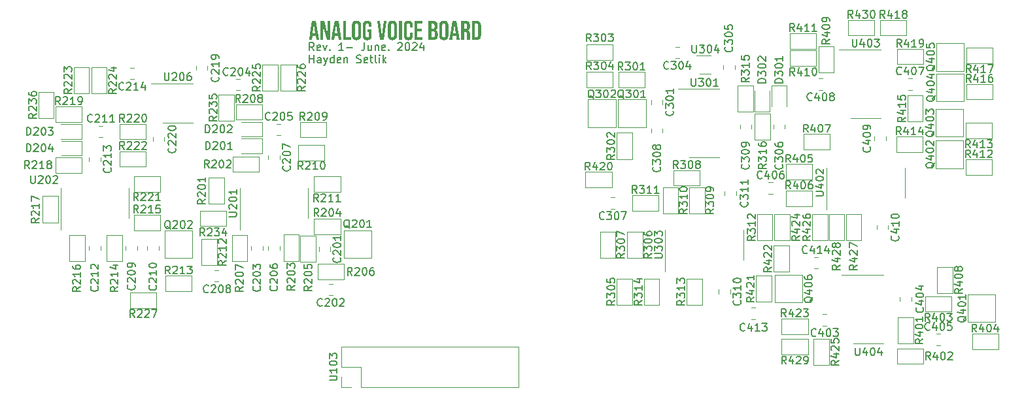
<source format=gbr>
%TF.GenerationSoftware,KiCad,Pcbnew,7.0.7*%
%TF.CreationDate,2024-06-06T22:47:17-06:00*%
%TF.ProjectId,VoiceBoardR2,566f6963-6542-46f6-9172-6452322e6b69,rev?*%
%TF.SameCoordinates,Original*%
%TF.FileFunction,Legend,Top*%
%TF.FilePolarity,Positive*%
%FSLAX46Y46*%
G04 Gerber Fmt 4.6, Leading zero omitted, Abs format (unit mm)*
G04 Created by KiCad (PCBNEW 7.0.7) date 2024-06-06 22:47:17*
%MOMM*%
%LPD*%
G01*
G04 APERTURE LIST*
%ADD10C,0.150000*%
%ADD11C,0.120000*%
G04 APERTURE END LIST*
D10*
G36*
X39261043Y-4200000D02*
G01*
X38876360Y-4200000D01*
X38806140Y-3705408D01*
X38806140Y-3712124D01*
X38368946Y-3712124D01*
X38298726Y-4200000D01*
X37941521Y-4200000D01*
X38074633Y-3379344D01*
X38414131Y-3379344D01*
X38760956Y-3379344D01*
X38589375Y-2165457D01*
X38582048Y-2165457D01*
X38414131Y-3379344D01*
X38074633Y-3379344D01*
X38340858Y-1738032D01*
X38862316Y-1738032D01*
X39261043Y-4200000D01*
G37*
G36*
X39445446Y-4200000D02*
G01*
X39787997Y-4200000D01*
X39787997Y-2402983D01*
X39795324Y-2402983D01*
X40256943Y-4200000D01*
X40652616Y-4200000D01*
X40652616Y-1738032D01*
X40309455Y-1738032D01*
X40309455Y-3212037D01*
X40302739Y-3212037D01*
X39928436Y-1738032D01*
X39445446Y-1738032D01*
X39445446Y-4200000D01*
G37*
G36*
X42157763Y-4200000D02*
G01*
X41773080Y-4200000D01*
X41702861Y-3705408D01*
X41702861Y-3712124D01*
X41265666Y-3712124D01*
X41195446Y-4200000D01*
X40838241Y-4200000D01*
X40971353Y-3379344D01*
X41310851Y-3379344D01*
X41657676Y-3379344D01*
X41486095Y-2165457D01*
X41478768Y-2165457D01*
X41310851Y-3379344D01*
X40971353Y-3379344D01*
X41237578Y-1738032D01*
X41759036Y-1738032D01*
X42157763Y-4200000D01*
G37*
G36*
X42342166Y-4200000D02*
G01*
X43360659Y-4200000D01*
X43360659Y-3850122D01*
X42726849Y-3850122D01*
X42726849Y-1738032D01*
X42342166Y-1738032D01*
X42342166Y-4200000D01*
G37*
G36*
X44122823Y-1699608D02*
G01*
X44156741Y-1701566D01*
X44189642Y-1704818D01*
X44221518Y-1709353D01*
X44252364Y-1715163D01*
X44282172Y-1722237D01*
X44310937Y-1730566D01*
X44338651Y-1740140D01*
X44365309Y-1750949D01*
X44390905Y-1762984D01*
X44415432Y-1776234D01*
X44438883Y-1790691D01*
X44461252Y-1806343D01*
X44482533Y-1823183D01*
X44502719Y-1841199D01*
X44521805Y-1860382D01*
X44539783Y-1880723D01*
X44556647Y-1902211D01*
X44572392Y-1924837D01*
X44587010Y-1948592D01*
X44600495Y-1973465D01*
X44612841Y-1999447D01*
X44624041Y-2026528D01*
X44634090Y-2054698D01*
X44642980Y-2083948D01*
X44650705Y-2114268D01*
X44657260Y-2145648D01*
X44662637Y-2178078D01*
X44666830Y-2211549D01*
X44669833Y-2246051D01*
X44671639Y-2281574D01*
X44672243Y-2318108D01*
X44672243Y-3620533D01*
X44671639Y-3657066D01*
X44669833Y-3692584D01*
X44666830Y-3727078D01*
X44662637Y-3760538D01*
X44657260Y-3792954D01*
X44650705Y-3824318D01*
X44642980Y-3854619D01*
X44634090Y-3883848D01*
X44624041Y-3911996D01*
X44612841Y-3939053D01*
X44600495Y-3965010D01*
X44587010Y-3989856D01*
X44572392Y-4013584D01*
X44556647Y-4036182D01*
X44539783Y-4057642D01*
X44521805Y-4077954D01*
X44502719Y-4097109D01*
X44482533Y-4115097D01*
X44461252Y-4131908D01*
X44438883Y-4147534D01*
X44415432Y-4161964D01*
X44390905Y-4175189D01*
X44365309Y-4187200D01*
X44338651Y-4197986D01*
X44310937Y-4207540D01*
X44282172Y-4215850D01*
X44252364Y-4222908D01*
X44221518Y-4228704D01*
X44189642Y-4233229D01*
X44156741Y-4236472D01*
X44122823Y-4238425D01*
X44087892Y-4239078D01*
X44052961Y-4238425D01*
X44019043Y-4236472D01*
X43986142Y-4233229D01*
X43954266Y-4228704D01*
X43923420Y-4222908D01*
X43893612Y-4215850D01*
X43864847Y-4207540D01*
X43837133Y-4197986D01*
X43810475Y-4187200D01*
X43784879Y-4175189D01*
X43760353Y-4161964D01*
X43736901Y-4147534D01*
X43714532Y-4131908D01*
X43693251Y-4115097D01*
X43673065Y-4097109D01*
X43653979Y-4077954D01*
X43636001Y-4057642D01*
X43619137Y-4036182D01*
X43603392Y-4013584D01*
X43588774Y-3989856D01*
X43575289Y-3965010D01*
X43562943Y-3939053D01*
X43551743Y-3911996D01*
X43541694Y-3883848D01*
X43532804Y-3854619D01*
X43525079Y-3824318D01*
X43518524Y-3792954D01*
X43513147Y-3760538D01*
X43508954Y-3727078D01*
X43505951Y-3692584D01*
X43504145Y-3657066D01*
X43503945Y-3644958D01*
X43888224Y-3644958D01*
X43889118Y-3676882D01*
X43891769Y-3706293D01*
X43896133Y-3733253D01*
X43902163Y-3757825D01*
X43914232Y-3790341D01*
X43929794Y-3817837D01*
X43948695Y-3840523D01*
X43970781Y-3858610D01*
X43995897Y-3872311D01*
X44023891Y-3881835D01*
X44054607Y-3887394D01*
X44087892Y-3889200D01*
X44121177Y-3887394D01*
X44151894Y-3881835D01*
X44179887Y-3872311D01*
X44205003Y-3858610D01*
X44227089Y-3840523D01*
X44245990Y-3817837D01*
X44261552Y-3790341D01*
X44273622Y-3757825D01*
X44279651Y-3733253D01*
X44284015Y-3706293D01*
X44286667Y-3676882D01*
X44287561Y-3644958D01*
X44287561Y-2293684D01*
X44286667Y-2261760D01*
X44284015Y-2232349D01*
X44279651Y-2205389D01*
X44273622Y-2180817D01*
X44261552Y-2148300D01*
X44245990Y-2120804D01*
X44227089Y-2098119D01*
X44205003Y-2080031D01*
X44179887Y-2066331D01*
X44151894Y-2056807D01*
X44121177Y-2051247D01*
X44087892Y-2049441D01*
X44054607Y-2051247D01*
X44023891Y-2056807D01*
X43995897Y-2066331D01*
X43970781Y-2080031D01*
X43948695Y-2098119D01*
X43929794Y-2120804D01*
X43914232Y-2148300D01*
X43902163Y-2180817D01*
X43896133Y-2205389D01*
X43891769Y-2232349D01*
X43889118Y-2261760D01*
X43888224Y-2293684D01*
X43888224Y-3644958D01*
X43503945Y-3644958D01*
X43503541Y-3620533D01*
X43503541Y-2318108D01*
X43504145Y-2281574D01*
X43505951Y-2246051D01*
X43508954Y-2211549D01*
X43513147Y-2178078D01*
X43518524Y-2145648D01*
X43525079Y-2114268D01*
X43532804Y-2083948D01*
X43541694Y-2054698D01*
X43551743Y-2026528D01*
X43562943Y-1999447D01*
X43575289Y-1973465D01*
X43588774Y-1948592D01*
X43603392Y-1924837D01*
X43619137Y-1902211D01*
X43636001Y-1880723D01*
X43653979Y-1860382D01*
X43673065Y-1841199D01*
X43693251Y-1823183D01*
X43714532Y-1806343D01*
X43736901Y-1790691D01*
X43760353Y-1776234D01*
X43784879Y-1762984D01*
X43810475Y-1750949D01*
X43837133Y-1740140D01*
X43864847Y-1730566D01*
X43893612Y-1722237D01*
X43923420Y-1715163D01*
X43954266Y-1709353D01*
X43986142Y-1704818D01*
X44019043Y-1701566D01*
X44052961Y-1699608D01*
X44087892Y-1698953D01*
X44122823Y-1699608D01*
G37*
G36*
X45477023Y-4239078D02*
G01*
X45511924Y-4238425D01*
X45545756Y-4236470D01*
X45578517Y-4233222D01*
X45610204Y-4228690D01*
X45640814Y-4222880D01*
X45670345Y-4215802D01*
X45698795Y-4207463D01*
X45726160Y-4197872D01*
X45752439Y-4187037D01*
X45777629Y-4174965D01*
X45801726Y-4161666D01*
X45824729Y-4147147D01*
X45846635Y-4131417D01*
X45867442Y-4114483D01*
X45887146Y-4096354D01*
X45905746Y-4077038D01*
X45923238Y-4056544D01*
X45939620Y-4034878D01*
X45954890Y-4012050D01*
X45969045Y-3988068D01*
X45982082Y-3962939D01*
X45993999Y-3936672D01*
X46004793Y-3909275D01*
X46014462Y-3880757D01*
X46023004Y-3851125D01*
X46030414Y-3820387D01*
X46036692Y-3788553D01*
X46041834Y-3755629D01*
X46045837Y-3721624D01*
X46048700Y-3686547D01*
X46050420Y-3650405D01*
X46050994Y-3613206D01*
X46050994Y-2794993D01*
X45494120Y-2794993D01*
X45494120Y-3144870D01*
X45687072Y-3144870D01*
X45687072Y-3642515D01*
X45686178Y-3675171D01*
X45683526Y-3705182D01*
X45679163Y-3732623D01*
X45673133Y-3757567D01*
X45661064Y-3790465D01*
X45645501Y-3818163D01*
X45626601Y-3840913D01*
X45604515Y-3858965D01*
X45579398Y-3872569D01*
X45551405Y-3881976D01*
X45520689Y-3887436D01*
X45487404Y-3889200D01*
X45454118Y-3887436D01*
X45423402Y-3881976D01*
X45395409Y-3872569D01*
X45370292Y-3858965D01*
X45348207Y-3840913D01*
X45329306Y-3818163D01*
X45313743Y-3790465D01*
X45301674Y-3757567D01*
X45295644Y-3732623D01*
X45291281Y-3705182D01*
X45288629Y-3675171D01*
X45287735Y-3642515D01*
X45287735Y-2288799D01*
X45288629Y-2257534D01*
X45291281Y-2228726D01*
X45295644Y-2202315D01*
X45301674Y-2178241D01*
X45313743Y-2146377D01*
X45329306Y-2119428D01*
X45348207Y-2097188D01*
X45370292Y-2079452D01*
X45395409Y-2066014D01*
X45423402Y-2056670D01*
X45454118Y-2051214D01*
X45487404Y-2049441D01*
X45520689Y-2051214D01*
X45551405Y-2056670D01*
X45579398Y-2066014D01*
X45604515Y-2079452D01*
X45626601Y-2097188D01*
X45645501Y-2119428D01*
X45661064Y-2146377D01*
X45673133Y-2178241D01*
X45679163Y-2202315D01*
X45683526Y-2228726D01*
X45686178Y-2257534D01*
X45687072Y-2288799D01*
X45687072Y-2520830D01*
X46050994Y-2520830D01*
X46050994Y-2313224D01*
X46050420Y-2277133D01*
X46048700Y-2242026D01*
X46045837Y-2207913D01*
X46041834Y-2174805D01*
X46036692Y-2142713D01*
X46030414Y-2111648D01*
X46023004Y-2081619D01*
X46014462Y-2052637D01*
X46004793Y-2024714D01*
X45993999Y-1997860D01*
X45982082Y-1972085D01*
X45969045Y-1947399D01*
X45954890Y-1923815D01*
X45939620Y-1901342D01*
X45923238Y-1879990D01*
X45905746Y-1859771D01*
X45887146Y-1840696D01*
X45867442Y-1822773D01*
X45846635Y-1806016D01*
X45824729Y-1790433D01*
X45801726Y-1776036D01*
X45777629Y-1762835D01*
X45752439Y-1750841D01*
X45726160Y-1740064D01*
X45698795Y-1730515D01*
X45670345Y-1722205D01*
X45640814Y-1715145D01*
X45610204Y-1709344D01*
X45578517Y-1704814D01*
X45545756Y-1701565D01*
X45511924Y-1699607D01*
X45477023Y-1698953D01*
X45442122Y-1699607D01*
X45408290Y-1701565D01*
X45375530Y-1704814D01*
X45343843Y-1709344D01*
X45313233Y-1715145D01*
X45283701Y-1722205D01*
X45255252Y-1730515D01*
X45227886Y-1740064D01*
X45201607Y-1750841D01*
X45176418Y-1762835D01*
X45152320Y-1776036D01*
X45129317Y-1790433D01*
X45107411Y-1806016D01*
X45086605Y-1822773D01*
X45066900Y-1840696D01*
X45048301Y-1859771D01*
X45030808Y-1879990D01*
X45014426Y-1901342D01*
X44999156Y-1923815D01*
X44985001Y-1947399D01*
X44971964Y-1972085D01*
X44960047Y-1997860D01*
X44949253Y-2024714D01*
X44939584Y-2052637D01*
X44931043Y-2081619D01*
X44923632Y-2111648D01*
X44917355Y-2142713D01*
X44912213Y-2174805D01*
X44908209Y-2207913D01*
X44905346Y-2242026D01*
X44903626Y-2277133D01*
X44903053Y-2313224D01*
X44903053Y-3613206D01*
X44903626Y-3650405D01*
X44905346Y-3686547D01*
X44908209Y-3721624D01*
X44912213Y-3755629D01*
X44917355Y-3788553D01*
X44923632Y-3820387D01*
X44931043Y-3851125D01*
X44939584Y-3880757D01*
X44949253Y-3909275D01*
X44960047Y-3936672D01*
X44971964Y-3962939D01*
X44985001Y-3988068D01*
X44999156Y-4012050D01*
X45014426Y-4034878D01*
X45030808Y-4056544D01*
X45048301Y-4077038D01*
X45066900Y-4096354D01*
X45086605Y-4114483D01*
X45107411Y-4131417D01*
X45129317Y-4147147D01*
X45152320Y-4161666D01*
X45176418Y-4174965D01*
X45201607Y-4187037D01*
X45227886Y-4197872D01*
X45255252Y-4207463D01*
X45283701Y-4215802D01*
X45313233Y-4222880D01*
X45343843Y-4228690D01*
X45375530Y-4233222D01*
X45408290Y-4236470D01*
X45442122Y-4238425D01*
X45477023Y-4239078D01*
G37*
G36*
X47127494Y-4200000D02*
G01*
X47638572Y-4200000D01*
X48009211Y-1738032D01*
X47656280Y-1738032D01*
X47404099Y-3648011D01*
X47396772Y-3648011D01*
X47145202Y-1738032D01*
X46756245Y-1738032D01*
X47127494Y-4200000D01*
G37*
G36*
X48778091Y-1699608D02*
G01*
X48812010Y-1701566D01*
X48844911Y-1704818D01*
X48876787Y-1709353D01*
X48907632Y-1715163D01*
X48937441Y-1722237D01*
X48966205Y-1730566D01*
X48993920Y-1740140D01*
X49020578Y-1750949D01*
X49046174Y-1762984D01*
X49070700Y-1776234D01*
X49094151Y-1790691D01*
X49116520Y-1806343D01*
X49137801Y-1823183D01*
X49157988Y-1841199D01*
X49177073Y-1860382D01*
X49195052Y-1880723D01*
X49211916Y-1902211D01*
X49227660Y-1924837D01*
X49242278Y-1948592D01*
X49255763Y-1973465D01*
X49268109Y-1999447D01*
X49279310Y-2026528D01*
X49289358Y-2054698D01*
X49298248Y-2083948D01*
X49305974Y-2114268D01*
X49312528Y-2145648D01*
X49317905Y-2178078D01*
X49322099Y-2211549D01*
X49325102Y-2246051D01*
X49326908Y-2281574D01*
X49327512Y-2318108D01*
X49327512Y-3620533D01*
X49326908Y-3657066D01*
X49325102Y-3692584D01*
X49322099Y-3727078D01*
X49317905Y-3760538D01*
X49312528Y-3792954D01*
X49305974Y-3824318D01*
X49298248Y-3854619D01*
X49289358Y-3883848D01*
X49279310Y-3911996D01*
X49268109Y-3939053D01*
X49255763Y-3965010D01*
X49242278Y-3989856D01*
X49227660Y-4013584D01*
X49211916Y-4036182D01*
X49195052Y-4057642D01*
X49177073Y-4077954D01*
X49157988Y-4097109D01*
X49137801Y-4115097D01*
X49116520Y-4131908D01*
X49094151Y-4147534D01*
X49070700Y-4161964D01*
X49046174Y-4175189D01*
X49020578Y-4187200D01*
X48993920Y-4197986D01*
X48966205Y-4207540D01*
X48937441Y-4215850D01*
X48907632Y-4222908D01*
X48876787Y-4228704D01*
X48844911Y-4233229D01*
X48812010Y-4236472D01*
X48778091Y-4238425D01*
X48743161Y-4239078D01*
X48708230Y-4238425D01*
X48674311Y-4236472D01*
X48641411Y-4233229D01*
X48609534Y-4228704D01*
X48578689Y-4222908D01*
X48548881Y-4215850D01*
X48520116Y-4207540D01*
X48492402Y-4197986D01*
X48465743Y-4187200D01*
X48440148Y-4175189D01*
X48415621Y-4161964D01*
X48392170Y-4147534D01*
X48369801Y-4131908D01*
X48348520Y-4115097D01*
X48328333Y-4097109D01*
X48309248Y-4077954D01*
X48291270Y-4057642D01*
X48274405Y-4036182D01*
X48258661Y-4013584D01*
X48244043Y-3989856D01*
X48230558Y-3965010D01*
X48218212Y-3939053D01*
X48207012Y-3911996D01*
X48196963Y-3883848D01*
X48188073Y-3854619D01*
X48180347Y-3824318D01*
X48173793Y-3792954D01*
X48168416Y-3760538D01*
X48164223Y-3727078D01*
X48161220Y-3692584D01*
X48159413Y-3657066D01*
X48159213Y-3644958D01*
X48543492Y-3644958D01*
X48544386Y-3676882D01*
X48547038Y-3706293D01*
X48551401Y-3733253D01*
X48557431Y-3757825D01*
X48569501Y-3790341D01*
X48585063Y-3817837D01*
X48603964Y-3840523D01*
X48626049Y-3858610D01*
X48651166Y-3872311D01*
X48679159Y-3881835D01*
X48709875Y-3887394D01*
X48743161Y-3889200D01*
X48776446Y-3887394D01*
X48807162Y-3881835D01*
X48835156Y-3872311D01*
X48860272Y-3858610D01*
X48882358Y-3840523D01*
X48901259Y-3817837D01*
X48916821Y-3790341D01*
X48928890Y-3757825D01*
X48934920Y-3733253D01*
X48939284Y-3706293D01*
X48941935Y-3676882D01*
X48942829Y-3644958D01*
X48942829Y-2293684D01*
X48941935Y-2261760D01*
X48939284Y-2232349D01*
X48934920Y-2205389D01*
X48928890Y-2180817D01*
X48916821Y-2148300D01*
X48901259Y-2120804D01*
X48882358Y-2098119D01*
X48860272Y-2080031D01*
X48835156Y-2066331D01*
X48807162Y-2056807D01*
X48776446Y-2051247D01*
X48743161Y-2049441D01*
X48709875Y-2051247D01*
X48679159Y-2056807D01*
X48651166Y-2066331D01*
X48626049Y-2080031D01*
X48603964Y-2098119D01*
X48585063Y-2120804D01*
X48569501Y-2148300D01*
X48557431Y-2180817D01*
X48551401Y-2205389D01*
X48547038Y-2232349D01*
X48544386Y-2261760D01*
X48543492Y-2293684D01*
X48543492Y-3644958D01*
X48159213Y-3644958D01*
X48158810Y-3620533D01*
X48158810Y-2318108D01*
X48159413Y-2281574D01*
X48161220Y-2246051D01*
X48164223Y-2211549D01*
X48168416Y-2178078D01*
X48173793Y-2145648D01*
X48180347Y-2114268D01*
X48188073Y-2083948D01*
X48196963Y-2054698D01*
X48207012Y-2026528D01*
X48218212Y-1999447D01*
X48230558Y-1973465D01*
X48244043Y-1948592D01*
X48258661Y-1924837D01*
X48274405Y-1902211D01*
X48291270Y-1880723D01*
X48309248Y-1860382D01*
X48328333Y-1841199D01*
X48348520Y-1823183D01*
X48369801Y-1806343D01*
X48392170Y-1790691D01*
X48415621Y-1776234D01*
X48440148Y-1762984D01*
X48465743Y-1750949D01*
X48492402Y-1740140D01*
X48520116Y-1730566D01*
X48548881Y-1722237D01*
X48578689Y-1715163D01*
X48609534Y-1709353D01*
X48641411Y-1704818D01*
X48674311Y-1701566D01*
X48708230Y-1699608D01*
X48743161Y-1698953D01*
X48778091Y-1699608D01*
G37*
G36*
X49586409Y-4200000D02*
G01*
X49971092Y-4200000D01*
X49971092Y-1738032D01*
X49586409Y-1738032D01*
X49586409Y-4200000D01*
G37*
G36*
X50800296Y-4239078D02*
G01*
X50834587Y-4238426D01*
X50867847Y-4236476D01*
X50900072Y-4233240D01*
X50931259Y-4228731D01*
X50961405Y-4222962D01*
X50990504Y-4215943D01*
X51018554Y-4207687D01*
X51045550Y-4198206D01*
X51071489Y-4187512D01*
X51096367Y-4175618D01*
X51120181Y-4162534D01*
X51142925Y-4148274D01*
X51164598Y-4132850D01*
X51185194Y-4116273D01*
X51204709Y-4098556D01*
X51223142Y-4079710D01*
X51240486Y-4059748D01*
X51256739Y-4038682D01*
X51271897Y-4016523D01*
X51285955Y-3993285D01*
X51298911Y-3968979D01*
X51310760Y-3943617D01*
X51321499Y-3917211D01*
X51331124Y-3889773D01*
X51339630Y-3861316D01*
X51347015Y-3831851D01*
X51353273Y-3801390D01*
X51358403Y-3769946D01*
X51362399Y-3737531D01*
X51365258Y-3704156D01*
X51366976Y-3669834D01*
X51367550Y-3634577D01*
X51367550Y-3284089D01*
X51003628Y-3284089D01*
X51003628Y-3662665D01*
X51002729Y-3692076D01*
X51000071Y-3719207D01*
X50995711Y-3744111D01*
X50986109Y-3777406D01*
X50973006Y-3805987D01*
X50956599Y-3830032D01*
X50937083Y-3849719D01*
X50914655Y-3865226D01*
X50889512Y-3876731D01*
X50861848Y-3884412D01*
X50831861Y-3888448D01*
X50810676Y-3889200D01*
X50779265Y-3887496D01*
X50750072Y-3882265D01*
X50723288Y-3873329D01*
X50699103Y-3860510D01*
X50677708Y-3843630D01*
X50659292Y-3822510D01*
X50644046Y-3796973D01*
X50632160Y-3766841D01*
X50623823Y-3731934D01*
X50620332Y-3705923D01*
X50618559Y-3677659D01*
X50618335Y-3662665D01*
X50618335Y-2279640D01*
X50619227Y-2250188D01*
X50621866Y-2222941D01*
X50626196Y-2197856D01*
X50635737Y-2164193D01*
X50648764Y-2135159D01*
X50665088Y-2110613D01*
X50684518Y-2090413D01*
X50706864Y-2074417D01*
X50731937Y-2062483D01*
X50759545Y-2054470D01*
X50789498Y-2050235D01*
X50810676Y-2049441D01*
X50842103Y-2051236D01*
X50871337Y-2056714D01*
X50898182Y-2066019D01*
X50922443Y-2079291D01*
X50943921Y-2096672D01*
X50962423Y-2118305D01*
X50977751Y-2144331D01*
X50989708Y-2174892D01*
X50998100Y-2210131D01*
X51001616Y-2236291D01*
X51003402Y-2264636D01*
X51003628Y-2279640D01*
X51003628Y-2566015D01*
X51367550Y-2566015D01*
X51367550Y-2304064D01*
X51366976Y-2268806D01*
X51365258Y-2234479D01*
X51362399Y-2201096D01*
X51358403Y-2168669D01*
X51353273Y-2137212D01*
X51347015Y-2106735D01*
X51339630Y-2077251D01*
X51331124Y-2048773D01*
X51321499Y-2021313D01*
X51310760Y-1994883D01*
X51298911Y-1969496D01*
X51285955Y-1945163D01*
X51271897Y-1921898D01*
X51256739Y-1899712D01*
X51240486Y-1878617D01*
X51223142Y-1858627D01*
X51204709Y-1839752D01*
X51185194Y-1822006D01*
X51164598Y-1805402D01*
X51142925Y-1789950D01*
X51120181Y-1775664D01*
X51096367Y-1762555D01*
X51071489Y-1750637D01*
X51045550Y-1739921D01*
X51018554Y-1730419D01*
X50990504Y-1722145D01*
X50961405Y-1715110D01*
X50931259Y-1709326D01*
X50900072Y-1704806D01*
X50867847Y-1701562D01*
X50834587Y-1699607D01*
X50800296Y-1698953D01*
X50766006Y-1699607D01*
X50732746Y-1701562D01*
X50700520Y-1704806D01*
X50669333Y-1709326D01*
X50639188Y-1715110D01*
X50610088Y-1722145D01*
X50582038Y-1730419D01*
X50555042Y-1739921D01*
X50529103Y-1750637D01*
X50504225Y-1762555D01*
X50480411Y-1775664D01*
X50457667Y-1789950D01*
X50435995Y-1805402D01*
X50415399Y-1822006D01*
X50395883Y-1839752D01*
X50377451Y-1858627D01*
X50360106Y-1878617D01*
X50343853Y-1899712D01*
X50328696Y-1921898D01*
X50314637Y-1945163D01*
X50301681Y-1969496D01*
X50289832Y-1994883D01*
X50279093Y-2021313D01*
X50269469Y-2048773D01*
X50260962Y-2077251D01*
X50253578Y-2106735D01*
X50247319Y-2137212D01*
X50242189Y-2168669D01*
X50238193Y-2201096D01*
X50235334Y-2234479D01*
X50233616Y-2268806D01*
X50233042Y-2304064D01*
X50233042Y-3634577D01*
X50233616Y-3669834D01*
X50235334Y-3704156D01*
X50238193Y-3737531D01*
X50242189Y-3769946D01*
X50247319Y-3801390D01*
X50253578Y-3831851D01*
X50260962Y-3861316D01*
X50269469Y-3889773D01*
X50279093Y-3917211D01*
X50289832Y-3943617D01*
X50301681Y-3968979D01*
X50314637Y-3993285D01*
X50328696Y-4016523D01*
X50343853Y-4038682D01*
X50360106Y-4059748D01*
X50377451Y-4079710D01*
X50395883Y-4098556D01*
X50415399Y-4116273D01*
X50435995Y-4132850D01*
X50457667Y-4148274D01*
X50480411Y-4162534D01*
X50504225Y-4175618D01*
X50529103Y-4187512D01*
X50555042Y-4198206D01*
X50582038Y-4207687D01*
X50610088Y-4215943D01*
X50639188Y-4222962D01*
X50669333Y-4228731D01*
X50700520Y-4233240D01*
X50732746Y-4236476D01*
X50766006Y-4238426D01*
X50800296Y-4239078D01*
G37*
G36*
X51596528Y-4200000D02*
G01*
X52646161Y-4200000D01*
X52646161Y-3850122D01*
X51981210Y-3850122D01*
X51981210Y-3104570D01*
X52509996Y-3104570D01*
X52509996Y-2754082D01*
X51981210Y-2754082D01*
X51981210Y-2088520D01*
X52646161Y-2088520D01*
X52646161Y-1738032D01*
X51596528Y-1738032D01*
X51596528Y-4200000D01*
G37*
G36*
X54043365Y-1738576D02*
G01*
X54078808Y-1740210D01*
X54112934Y-1742937D01*
X54145753Y-1746758D01*
X54177276Y-1751676D01*
X54207514Y-1757694D01*
X54236477Y-1764813D01*
X54264175Y-1773037D01*
X54290619Y-1782366D01*
X54315820Y-1792805D01*
X54339787Y-1804355D01*
X54362533Y-1817018D01*
X54384066Y-1830797D01*
X54404398Y-1845694D01*
X54423539Y-1861712D01*
X54441499Y-1878853D01*
X54458289Y-1897119D01*
X54473920Y-1916512D01*
X54488403Y-1937035D01*
X54501746Y-1958691D01*
X54513962Y-1981481D01*
X54525061Y-2005408D01*
X54535052Y-2030475D01*
X54543947Y-2056683D01*
X54551757Y-2084035D01*
X54558491Y-2112533D01*
X54564160Y-2142180D01*
X54568775Y-2172978D01*
X54572346Y-2204930D01*
X54574884Y-2238037D01*
X54576398Y-2272302D01*
X54576901Y-2307728D01*
X54576901Y-2409089D01*
X54575995Y-2456475D01*
X54573260Y-2501556D01*
X54568670Y-2544346D01*
X54562199Y-2584858D01*
X54553821Y-2623105D01*
X54543510Y-2659100D01*
X54531240Y-2692858D01*
X54516985Y-2724391D01*
X54500720Y-2753713D01*
X54482418Y-2780838D01*
X54462053Y-2805778D01*
X54439600Y-2828547D01*
X54415033Y-2849159D01*
X54388325Y-2867627D01*
X54359451Y-2883965D01*
X54328384Y-2898185D01*
X54328384Y-2904902D01*
X54365726Y-2919362D01*
X54400172Y-2936373D01*
X54431790Y-2955884D01*
X54460647Y-2977841D01*
X54486810Y-3002191D01*
X54510346Y-3028882D01*
X54531322Y-3057862D01*
X54549805Y-3089076D01*
X54565863Y-3122473D01*
X54579562Y-3158000D01*
X54590969Y-3195603D01*
X54600152Y-3235231D01*
X54607177Y-3276830D01*
X54612112Y-3320347D01*
X54615024Y-3365731D01*
X54615980Y-3412927D01*
X54615980Y-3621144D01*
X54615395Y-3655898D01*
X54613644Y-3689630D01*
X54610727Y-3722335D01*
X54606648Y-3754008D01*
X54601409Y-3784644D01*
X54595014Y-3814237D01*
X54587464Y-3842781D01*
X54578762Y-3870272D01*
X54568910Y-3896703D01*
X54557912Y-3922071D01*
X54545769Y-3946368D01*
X54532485Y-3969591D01*
X54518062Y-3991733D01*
X54502503Y-4012789D01*
X54485809Y-4032754D01*
X54467984Y-4051622D01*
X54449030Y-4069388D01*
X54428950Y-4086047D01*
X54407747Y-4101594D01*
X54385422Y-4116022D01*
X54361979Y-4129327D01*
X54337420Y-4141503D01*
X54311747Y-4152545D01*
X54284964Y-4162447D01*
X54257073Y-4171205D01*
X54228076Y-4178812D01*
X54197975Y-4185264D01*
X54166775Y-4190554D01*
X54134476Y-4194678D01*
X54101082Y-4197631D01*
X54066595Y-4199406D01*
X54031018Y-4200000D01*
X53425907Y-4200000D01*
X53425907Y-3104570D01*
X53810589Y-3104570D01*
X53810589Y-3850122D01*
X54031018Y-3850122D01*
X54065855Y-3848524D01*
X54097514Y-3843521D01*
X54125941Y-3834798D01*
X54151081Y-3822043D01*
X54172881Y-3804941D01*
X54191286Y-3783178D01*
X54206241Y-3756440D01*
X54217692Y-3724413D01*
X54223353Y-3699968D01*
X54227417Y-3672941D01*
X54229867Y-3643237D01*
X54230687Y-3610764D01*
X54230687Y-3399494D01*
X54229821Y-3358950D01*
X54227196Y-3321956D01*
X54222770Y-3288382D01*
X54216500Y-3258100D01*
X54208344Y-3230980D01*
X54198261Y-3206895D01*
X54179431Y-3176173D01*
X54156027Y-3151554D01*
X54127908Y-3132601D01*
X54094932Y-3118881D01*
X54070179Y-3112427D01*
X54043163Y-3107976D01*
X54013840Y-3105400D01*
X53982170Y-3104570D01*
X53810589Y-3104570D01*
X53425907Y-3104570D01*
X53425907Y-2088520D01*
X53810589Y-2088520D01*
X53810589Y-2754082D01*
X53961409Y-2754082D01*
X53987648Y-2753306D01*
X54012525Y-2750907D01*
X54047186Y-2744036D01*
X54078525Y-2732921D01*
X54106389Y-2717205D01*
X54130624Y-2696532D01*
X54151074Y-2670546D01*
X54167588Y-2638891D01*
X54176333Y-2614463D01*
X54183215Y-2587250D01*
X54188186Y-2557149D01*
X54191203Y-2524053D01*
X54192219Y-2487857D01*
X54192219Y-2347418D01*
X54192043Y-2330880D01*
X54190627Y-2299551D01*
X54187773Y-2270523D01*
X54183456Y-2243767D01*
X54177652Y-2219250D01*
X54166104Y-2186611D01*
X54151076Y-2158841D01*
X54132484Y-2135839D01*
X54110247Y-2117503D01*
X54084284Y-2103728D01*
X54054514Y-2094413D01*
X54020854Y-2089455D01*
X53996214Y-2088520D01*
X53810589Y-2088520D01*
X53425907Y-2088520D01*
X53425907Y-1738032D01*
X54006594Y-1738032D01*
X54043365Y-1738576D01*
G37*
G36*
X55431266Y-1699608D02*
G01*
X55465185Y-1701566D01*
X55498086Y-1704818D01*
X55529962Y-1709353D01*
X55560808Y-1715163D01*
X55590616Y-1722237D01*
X55619380Y-1730566D01*
X55647095Y-1740140D01*
X55673753Y-1750949D01*
X55699349Y-1762984D01*
X55723875Y-1776234D01*
X55747326Y-1790691D01*
X55769696Y-1806343D01*
X55790977Y-1823183D01*
X55811163Y-1841199D01*
X55830249Y-1860382D01*
X55848227Y-1880723D01*
X55865091Y-1902211D01*
X55880836Y-1924837D01*
X55895454Y-1948592D01*
X55908939Y-1973465D01*
X55921285Y-1999447D01*
X55932485Y-2026528D01*
X55942533Y-2054698D01*
X55951424Y-2083948D01*
X55959149Y-2114268D01*
X55965704Y-2145648D01*
X55971081Y-2178078D01*
X55975274Y-2211549D01*
X55978277Y-2246051D01*
X55980083Y-2281574D01*
X55980687Y-2318108D01*
X55980687Y-3620533D01*
X55980083Y-3657066D01*
X55978277Y-3692584D01*
X55975274Y-3727078D01*
X55971081Y-3760538D01*
X55965704Y-3792954D01*
X55959149Y-3824318D01*
X55951424Y-3854619D01*
X55942533Y-3883848D01*
X55932485Y-3911996D01*
X55921285Y-3939053D01*
X55908939Y-3965010D01*
X55895454Y-3989856D01*
X55880836Y-4013584D01*
X55865091Y-4036182D01*
X55848227Y-4057642D01*
X55830249Y-4077954D01*
X55811163Y-4097109D01*
X55790977Y-4115097D01*
X55769696Y-4131908D01*
X55747326Y-4147534D01*
X55723875Y-4161964D01*
X55699349Y-4175189D01*
X55673753Y-4187200D01*
X55647095Y-4197986D01*
X55619380Y-4207540D01*
X55590616Y-4215850D01*
X55560808Y-4222908D01*
X55529962Y-4228704D01*
X55498086Y-4233229D01*
X55465185Y-4236472D01*
X55431266Y-4238425D01*
X55396336Y-4239078D01*
X55361405Y-4238425D01*
X55327486Y-4236472D01*
X55294586Y-4233229D01*
X55262709Y-4228704D01*
X55231864Y-4222908D01*
X55202056Y-4215850D01*
X55173291Y-4207540D01*
X55145577Y-4197986D01*
X55118918Y-4187200D01*
X55093323Y-4175189D01*
X55068796Y-4161964D01*
X55045345Y-4147534D01*
X55022976Y-4131908D01*
X55001695Y-4115097D01*
X54981509Y-4097109D01*
X54962423Y-4077954D01*
X54944445Y-4057642D01*
X54927581Y-4036182D01*
X54911836Y-4013584D01*
X54897218Y-3989856D01*
X54883733Y-3965010D01*
X54871387Y-3939053D01*
X54860187Y-3911996D01*
X54850138Y-3883848D01*
X54841248Y-3854619D01*
X54833523Y-3824318D01*
X54826968Y-3792954D01*
X54821591Y-3760538D01*
X54817398Y-3727078D01*
X54814395Y-3692584D01*
X54812588Y-3657066D01*
X54812388Y-3644958D01*
X55196667Y-3644958D01*
X55197561Y-3676882D01*
X55200213Y-3706293D01*
X55204576Y-3733253D01*
X55210606Y-3757825D01*
X55222676Y-3790341D01*
X55238238Y-3817837D01*
X55257139Y-3840523D01*
X55279225Y-3858610D01*
X55304341Y-3872311D01*
X55332334Y-3881835D01*
X55363051Y-3887394D01*
X55396336Y-3889200D01*
X55429621Y-3887394D01*
X55460337Y-3881835D01*
X55488331Y-3872311D01*
X55513447Y-3858610D01*
X55535533Y-3840523D01*
X55554434Y-3817837D01*
X55569996Y-3790341D01*
X55582065Y-3757825D01*
X55588095Y-3733253D01*
X55592459Y-3706293D01*
X55595110Y-3676882D01*
X55596004Y-3644958D01*
X55596004Y-2293684D01*
X55595110Y-2261760D01*
X55592459Y-2232349D01*
X55588095Y-2205389D01*
X55582065Y-2180817D01*
X55569996Y-2148300D01*
X55554434Y-2120804D01*
X55535533Y-2098119D01*
X55513447Y-2080031D01*
X55488331Y-2066331D01*
X55460337Y-2056807D01*
X55429621Y-2051247D01*
X55396336Y-2049441D01*
X55363051Y-2051247D01*
X55332334Y-2056807D01*
X55304341Y-2066331D01*
X55279225Y-2080031D01*
X55257139Y-2098119D01*
X55238238Y-2120804D01*
X55222676Y-2148300D01*
X55210606Y-2180817D01*
X55204576Y-2205389D01*
X55200213Y-2232349D01*
X55197561Y-2261760D01*
X55196667Y-2293684D01*
X55196667Y-3644958D01*
X54812388Y-3644958D01*
X54811985Y-3620533D01*
X54811985Y-2318108D01*
X54812588Y-2281574D01*
X54814395Y-2246051D01*
X54817398Y-2211549D01*
X54821591Y-2178078D01*
X54826968Y-2145648D01*
X54833523Y-2114268D01*
X54841248Y-2083948D01*
X54850138Y-2054698D01*
X54860187Y-2026528D01*
X54871387Y-1999447D01*
X54883733Y-1973465D01*
X54897218Y-1948592D01*
X54911836Y-1924837D01*
X54927581Y-1902211D01*
X54944445Y-1880723D01*
X54962423Y-1860382D01*
X54981509Y-1841199D01*
X55001695Y-1823183D01*
X55022976Y-1806343D01*
X55045345Y-1790691D01*
X55068796Y-1776234D01*
X55093323Y-1762984D01*
X55118918Y-1750949D01*
X55145577Y-1740140D01*
X55173291Y-1730566D01*
X55202056Y-1722237D01*
X55231864Y-1715163D01*
X55262709Y-1709353D01*
X55294586Y-1704818D01*
X55327486Y-1701566D01*
X55361405Y-1699608D01*
X55396336Y-1698953D01*
X55431266Y-1699608D01*
G37*
G36*
X57449808Y-4200000D02*
G01*
X57065125Y-4200000D01*
X56994905Y-3705408D01*
X56994905Y-3712124D01*
X56557711Y-3712124D01*
X56487491Y-4200000D01*
X56130286Y-4200000D01*
X56263398Y-3379344D01*
X56602896Y-3379344D01*
X56949720Y-3379344D01*
X56778140Y-2165457D01*
X56770812Y-2165457D01*
X56602896Y-3379344D01*
X56263398Y-3379344D01*
X56529623Y-1738032D01*
X57051081Y-1738032D01*
X57449808Y-4200000D01*
G37*
G36*
X58241235Y-1738576D02*
G01*
X58276631Y-1740209D01*
X58310716Y-1742933D01*
X58343501Y-1746749D01*
X58374996Y-1751660D01*
X58405211Y-1757666D01*
X58434156Y-1764768D01*
X58461841Y-1772970D01*
X58488277Y-1782271D01*
X58513473Y-1792675D01*
X58537440Y-1804181D01*
X58560188Y-1816793D01*
X58581728Y-1830511D01*
X58602068Y-1845337D01*
X58621220Y-1861272D01*
X58639194Y-1878319D01*
X58656000Y-1896478D01*
X58671647Y-1915751D01*
X58686147Y-1936141D01*
X58699509Y-1957647D01*
X58711744Y-1980273D01*
X58722862Y-2004019D01*
X58732872Y-2028888D01*
X58741785Y-2054879D01*
X58749612Y-2081997D01*
X58756362Y-2110240D01*
X58762046Y-2139613D01*
X58766674Y-2170115D01*
X58770255Y-2201748D01*
X58772801Y-2234515D01*
X58774321Y-2268416D01*
X58774825Y-2303454D01*
X58774825Y-2454884D01*
X58773878Y-2501431D01*
X58771028Y-2545817D01*
X58766260Y-2588042D01*
X58759560Y-2628106D01*
X58750914Y-2666009D01*
X58740307Y-2701751D01*
X58727725Y-2735332D01*
X58713154Y-2766752D01*
X58696579Y-2796011D01*
X58677987Y-2823109D01*
X58657362Y-2848046D01*
X58634691Y-2870822D01*
X58609959Y-2891437D01*
X58583152Y-2909892D01*
X58554255Y-2926185D01*
X58523255Y-2940317D01*
X58523255Y-2947644D01*
X58540910Y-2953558D01*
X58573993Y-2967531D01*
X58604188Y-2984335D01*
X58631593Y-3003926D01*
X58656305Y-3026264D01*
X58678422Y-3051307D01*
X58698041Y-3079015D01*
X58715260Y-3109347D01*
X58730176Y-3142261D01*
X58742887Y-3177716D01*
X58753490Y-3215671D01*
X58762083Y-3256084D01*
X58768763Y-3298916D01*
X58773628Y-3344124D01*
X58776776Y-3391667D01*
X58777735Y-3416302D01*
X58778302Y-3441505D01*
X58778489Y-3467271D01*
X58778489Y-3900802D01*
X58778539Y-3922878D01*
X58778876Y-3954711D01*
X58779662Y-3985161D01*
X58781052Y-4014404D01*
X58783200Y-4042614D01*
X58786260Y-4069967D01*
X58790385Y-4096638D01*
X58795729Y-4122801D01*
X58802448Y-4148632D01*
X58810693Y-4174307D01*
X58820621Y-4200000D01*
X58428611Y-4200000D01*
X58424691Y-4188441D01*
X58415708Y-4160202D01*
X58409442Y-4136043D01*
X58404079Y-4108136D01*
X58400697Y-4083436D01*
X58397901Y-4054485D01*
X58395724Y-4020367D01*
X58394633Y-3994296D01*
X58393841Y-3965250D01*
X58393359Y-3932954D01*
X58393196Y-3897138D01*
X58393196Y-3446510D01*
X58392412Y-3405375D01*
X58390020Y-3367755D01*
X58385955Y-3333533D01*
X58380153Y-3302588D01*
X58372553Y-3274803D01*
X58363089Y-3250058D01*
X58345260Y-3218381D01*
X58322883Y-3192875D01*
X58295742Y-3173139D01*
X58263623Y-3158771D01*
X58239339Y-3151977D01*
X58212684Y-3147271D01*
X58183594Y-3144535D01*
X58152006Y-3143649D01*
X58018893Y-3143649D01*
X58018893Y-4200000D01*
X57634211Y-4200000D01*
X57634211Y-2088520D01*
X58018893Y-2088520D01*
X58018893Y-2793161D01*
X58158722Y-2793161D01*
X58184968Y-2792406D01*
X58209864Y-2790072D01*
X58244574Y-2783378D01*
X58275980Y-2772536D01*
X58303923Y-2757191D01*
X58328242Y-2736985D01*
X58348778Y-2711563D01*
X58365370Y-2680568D01*
X58374162Y-2656633D01*
X58381082Y-2629957D01*
X58386084Y-2600435D01*
X58389120Y-2567962D01*
X58390143Y-2532431D01*
X58390143Y-2341922D01*
X58389967Y-2325723D01*
X58388551Y-2295038D01*
X58385697Y-2266611D01*
X58381380Y-2240413D01*
X58375576Y-2216412D01*
X58364028Y-2184464D01*
X58349000Y-2157290D01*
X58330408Y-2134788D01*
X58308171Y-2116853D01*
X58282208Y-2103385D01*
X58252438Y-2094279D01*
X58218778Y-2089434D01*
X58194138Y-2088520D01*
X58018893Y-2088520D01*
X57634211Y-2088520D01*
X57634211Y-1738032D01*
X58204518Y-1738032D01*
X58241235Y-1738576D01*
G37*
G36*
X59666999Y-1738657D02*
G01*
X59701347Y-1740528D01*
X59734552Y-1743639D01*
X59766616Y-1747984D01*
X59797539Y-1753556D01*
X59827323Y-1760350D01*
X59855969Y-1768359D01*
X59883478Y-1777578D01*
X59909851Y-1787999D01*
X59935089Y-1799618D01*
X59959193Y-1812427D01*
X59982165Y-1826421D01*
X60004005Y-1841593D01*
X60024715Y-1857937D01*
X60044296Y-1875448D01*
X60062748Y-1894118D01*
X60080074Y-1913942D01*
X60096273Y-1934914D01*
X60111348Y-1957028D01*
X60125300Y-1980277D01*
X60138128Y-2004655D01*
X60149836Y-2030156D01*
X60160423Y-2056774D01*
X60169891Y-2084503D01*
X60178240Y-2113337D01*
X60185473Y-2143269D01*
X60191590Y-2174294D01*
X60196593Y-2206404D01*
X60200481Y-2239595D01*
X60203258Y-2273859D01*
X60204923Y-2309192D01*
X60205478Y-2345586D01*
X60205478Y-3593056D01*
X60204923Y-3629448D01*
X60203258Y-3664775D01*
X60200481Y-3699032D01*
X60196593Y-3732211D01*
X60191590Y-3764308D01*
X60185473Y-3795316D01*
X60178240Y-3825230D01*
X60169891Y-3854043D01*
X60160423Y-3881750D01*
X60149836Y-3908344D01*
X60138128Y-3933820D01*
X60125300Y-3958172D01*
X60111348Y-3981393D01*
X60096273Y-4003479D01*
X60080074Y-4024423D01*
X60062748Y-4044218D01*
X60044296Y-4062860D01*
X60024715Y-4080342D01*
X60004005Y-4096659D01*
X59982165Y-4111804D01*
X59959193Y-4125771D01*
X59935089Y-4138555D01*
X59909851Y-4150149D01*
X59883478Y-4160549D01*
X59855969Y-4169746D01*
X59827323Y-4177737D01*
X59797539Y-4184515D01*
X59766616Y-4190074D01*
X59734552Y-4194407D01*
X59701347Y-4197510D01*
X59666999Y-4199376D01*
X59631507Y-4200000D01*
X59043492Y-4200000D01*
X59043492Y-2088520D01*
X59428175Y-2088520D01*
X59428175Y-3850122D01*
X59624180Y-3850122D01*
X59657374Y-3848407D01*
X59687843Y-3843102D01*
X59715468Y-3833965D01*
X59740132Y-3820755D01*
X59761716Y-3803230D01*
X59780104Y-3781149D01*
X59795177Y-3754270D01*
X59806818Y-3722352D01*
X59812613Y-3698154D01*
X59816796Y-3671538D01*
X59819332Y-3642432D01*
X59820184Y-3610764D01*
X59820184Y-2327878D01*
X59819332Y-2296109D01*
X59816796Y-2266928D01*
X59812613Y-2240261D01*
X59806818Y-2216032D01*
X59795177Y-2184100D01*
X59780104Y-2157239D01*
X59761716Y-2135197D01*
X59740132Y-2117725D01*
X59715468Y-2104572D01*
X59687843Y-2095487D01*
X59657374Y-2090220D01*
X59624180Y-2088520D01*
X59428175Y-2088520D01*
X59043492Y-2088520D01*
X59043492Y-1738032D01*
X59631507Y-1738032D01*
X59666999Y-1738657D01*
G37*
X38583207Y-5559819D02*
X38249874Y-5083628D01*
X38011779Y-5559819D02*
X38011779Y-4559819D01*
X38011779Y-4559819D02*
X38392731Y-4559819D01*
X38392731Y-4559819D02*
X38487969Y-4607438D01*
X38487969Y-4607438D02*
X38535588Y-4655057D01*
X38535588Y-4655057D02*
X38583207Y-4750295D01*
X38583207Y-4750295D02*
X38583207Y-4893152D01*
X38583207Y-4893152D02*
X38535588Y-4988390D01*
X38535588Y-4988390D02*
X38487969Y-5036009D01*
X38487969Y-5036009D02*
X38392731Y-5083628D01*
X38392731Y-5083628D02*
X38011779Y-5083628D01*
X39392731Y-5512200D02*
X39297493Y-5559819D01*
X39297493Y-5559819D02*
X39107017Y-5559819D01*
X39107017Y-5559819D02*
X39011779Y-5512200D01*
X39011779Y-5512200D02*
X38964160Y-5416961D01*
X38964160Y-5416961D02*
X38964160Y-5036009D01*
X38964160Y-5036009D02*
X39011779Y-4940771D01*
X39011779Y-4940771D02*
X39107017Y-4893152D01*
X39107017Y-4893152D02*
X39297493Y-4893152D01*
X39297493Y-4893152D02*
X39392731Y-4940771D01*
X39392731Y-4940771D02*
X39440350Y-5036009D01*
X39440350Y-5036009D02*
X39440350Y-5131247D01*
X39440350Y-5131247D02*
X38964160Y-5226485D01*
X39773684Y-4893152D02*
X40011779Y-5559819D01*
X40011779Y-5559819D02*
X40249874Y-4893152D01*
X40630827Y-5464580D02*
X40678446Y-5512200D01*
X40678446Y-5512200D02*
X40630827Y-5559819D01*
X40630827Y-5559819D02*
X40583208Y-5512200D01*
X40583208Y-5512200D02*
X40630827Y-5464580D01*
X40630827Y-5464580D02*
X40630827Y-5559819D01*
X42392731Y-5559819D02*
X41821303Y-5559819D01*
X42107017Y-5559819D02*
X42107017Y-4559819D01*
X42107017Y-4559819D02*
X42011779Y-4702676D01*
X42011779Y-4702676D02*
X41916541Y-4797914D01*
X41916541Y-4797914D02*
X41821303Y-4845533D01*
X42821303Y-5178866D02*
X43583208Y-5178866D01*
X45107017Y-4559819D02*
X45107017Y-5274104D01*
X45107017Y-5274104D02*
X45059398Y-5416961D01*
X45059398Y-5416961D02*
X44964160Y-5512200D01*
X44964160Y-5512200D02*
X44821303Y-5559819D01*
X44821303Y-5559819D02*
X44726065Y-5559819D01*
X46011779Y-4893152D02*
X46011779Y-5559819D01*
X45583208Y-4893152D02*
X45583208Y-5416961D01*
X45583208Y-5416961D02*
X45630827Y-5512200D01*
X45630827Y-5512200D02*
X45726065Y-5559819D01*
X45726065Y-5559819D02*
X45868922Y-5559819D01*
X45868922Y-5559819D02*
X45964160Y-5512200D01*
X45964160Y-5512200D02*
X46011779Y-5464580D01*
X46487970Y-4893152D02*
X46487970Y-5559819D01*
X46487970Y-4988390D02*
X46535589Y-4940771D01*
X46535589Y-4940771D02*
X46630827Y-4893152D01*
X46630827Y-4893152D02*
X46773684Y-4893152D01*
X46773684Y-4893152D02*
X46868922Y-4940771D01*
X46868922Y-4940771D02*
X46916541Y-5036009D01*
X46916541Y-5036009D02*
X46916541Y-5559819D01*
X47773684Y-5512200D02*
X47678446Y-5559819D01*
X47678446Y-5559819D02*
X47487970Y-5559819D01*
X47487970Y-5559819D02*
X47392732Y-5512200D01*
X47392732Y-5512200D02*
X47345113Y-5416961D01*
X47345113Y-5416961D02*
X47345113Y-5036009D01*
X47345113Y-5036009D02*
X47392732Y-4940771D01*
X47392732Y-4940771D02*
X47487970Y-4893152D01*
X47487970Y-4893152D02*
X47678446Y-4893152D01*
X47678446Y-4893152D02*
X47773684Y-4940771D01*
X47773684Y-4940771D02*
X47821303Y-5036009D01*
X47821303Y-5036009D02*
X47821303Y-5131247D01*
X47821303Y-5131247D02*
X47345113Y-5226485D01*
X48249875Y-5464580D02*
X48297494Y-5512200D01*
X48297494Y-5512200D02*
X48249875Y-5559819D01*
X48249875Y-5559819D02*
X48202256Y-5512200D01*
X48202256Y-5512200D02*
X48249875Y-5464580D01*
X48249875Y-5464580D02*
X48249875Y-5559819D01*
X49440351Y-4655057D02*
X49487970Y-4607438D01*
X49487970Y-4607438D02*
X49583208Y-4559819D01*
X49583208Y-4559819D02*
X49821303Y-4559819D01*
X49821303Y-4559819D02*
X49916541Y-4607438D01*
X49916541Y-4607438D02*
X49964160Y-4655057D01*
X49964160Y-4655057D02*
X50011779Y-4750295D01*
X50011779Y-4750295D02*
X50011779Y-4845533D01*
X50011779Y-4845533D02*
X49964160Y-4988390D01*
X49964160Y-4988390D02*
X49392732Y-5559819D01*
X49392732Y-5559819D02*
X50011779Y-5559819D01*
X50630827Y-4559819D02*
X50726065Y-4559819D01*
X50726065Y-4559819D02*
X50821303Y-4607438D01*
X50821303Y-4607438D02*
X50868922Y-4655057D01*
X50868922Y-4655057D02*
X50916541Y-4750295D01*
X50916541Y-4750295D02*
X50964160Y-4940771D01*
X50964160Y-4940771D02*
X50964160Y-5178866D01*
X50964160Y-5178866D02*
X50916541Y-5369342D01*
X50916541Y-5369342D02*
X50868922Y-5464580D01*
X50868922Y-5464580D02*
X50821303Y-5512200D01*
X50821303Y-5512200D02*
X50726065Y-5559819D01*
X50726065Y-5559819D02*
X50630827Y-5559819D01*
X50630827Y-5559819D02*
X50535589Y-5512200D01*
X50535589Y-5512200D02*
X50487970Y-5464580D01*
X50487970Y-5464580D02*
X50440351Y-5369342D01*
X50440351Y-5369342D02*
X50392732Y-5178866D01*
X50392732Y-5178866D02*
X50392732Y-4940771D01*
X50392732Y-4940771D02*
X50440351Y-4750295D01*
X50440351Y-4750295D02*
X50487970Y-4655057D01*
X50487970Y-4655057D02*
X50535589Y-4607438D01*
X50535589Y-4607438D02*
X50630827Y-4559819D01*
X51345113Y-4655057D02*
X51392732Y-4607438D01*
X51392732Y-4607438D02*
X51487970Y-4559819D01*
X51487970Y-4559819D02*
X51726065Y-4559819D01*
X51726065Y-4559819D02*
X51821303Y-4607438D01*
X51821303Y-4607438D02*
X51868922Y-4655057D01*
X51868922Y-4655057D02*
X51916541Y-4750295D01*
X51916541Y-4750295D02*
X51916541Y-4845533D01*
X51916541Y-4845533D02*
X51868922Y-4988390D01*
X51868922Y-4988390D02*
X51297494Y-5559819D01*
X51297494Y-5559819D02*
X51916541Y-5559819D01*
X52773684Y-4893152D02*
X52773684Y-5559819D01*
X52535589Y-4512200D02*
X52297494Y-5226485D01*
X52297494Y-5226485D02*
X52916541Y-5226485D01*
X38011779Y-7169819D02*
X38011779Y-6169819D01*
X38011779Y-6646009D02*
X38583207Y-6646009D01*
X38583207Y-7169819D02*
X38583207Y-6169819D01*
X39487969Y-7169819D02*
X39487969Y-6646009D01*
X39487969Y-6646009D02*
X39440350Y-6550771D01*
X39440350Y-6550771D02*
X39345112Y-6503152D01*
X39345112Y-6503152D02*
X39154636Y-6503152D01*
X39154636Y-6503152D02*
X39059398Y-6550771D01*
X39487969Y-7122200D02*
X39392731Y-7169819D01*
X39392731Y-7169819D02*
X39154636Y-7169819D01*
X39154636Y-7169819D02*
X39059398Y-7122200D01*
X39059398Y-7122200D02*
X39011779Y-7026961D01*
X39011779Y-7026961D02*
X39011779Y-6931723D01*
X39011779Y-6931723D02*
X39059398Y-6836485D01*
X39059398Y-6836485D02*
X39154636Y-6788866D01*
X39154636Y-6788866D02*
X39392731Y-6788866D01*
X39392731Y-6788866D02*
X39487969Y-6741247D01*
X39868922Y-6503152D02*
X40107017Y-7169819D01*
X40345112Y-6503152D02*
X40107017Y-7169819D01*
X40107017Y-7169819D02*
X40011779Y-7407914D01*
X40011779Y-7407914D02*
X39964160Y-7455533D01*
X39964160Y-7455533D02*
X39868922Y-7503152D01*
X41154636Y-7169819D02*
X41154636Y-6169819D01*
X41154636Y-7122200D02*
X41059398Y-7169819D01*
X41059398Y-7169819D02*
X40868922Y-7169819D01*
X40868922Y-7169819D02*
X40773684Y-7122200D01*
X40773684Y-7122200D02*
X40726065Y-7074580D01*
X40726065Y-7074580D02*
X40678446Y-6979342D01*
X40678446Y-6979342D02*
X40678446Y-6693628D01*
X40678446Y-6693628D02*
X40726065Y-6598390D01*
X40726065Y-6598390D02*
X40773684Y-6550771D01*
X40773684Y-6550771D02*
X40868922Y-6503152D01*
X40868922Y-6503152D02*
X41059398Y-6503152D01*
X41059398Y-6503152D02*
X41154636Y-6550771D01*
X42011779Y-7122200D02*
X41916541Y-7169819D01*
X41916541Y-7169819D02*
X41726065Y-7169819D01*
X41726065Y-7169819D02*
X41630827Y-7122200D01*
X41630827Y-7122200D02*
X41583208Y-7026961D01*
X41583208Y-7026961D02*
X41583208Y-6646009D01*
X41583208Y-6646009D02*
X41630827Y-6550771D01*
X41630827Y-6550771D02*
X41726065Y-6503152D01*
X41726065Y-6503152D02*
X41916541Y-6503152D01*
X41916541Y-6503152D02*
X42011779Y-6550771D01*
X42011779Y-6550771D02*
X42059398Y-6646009D01*
X42059398Y-6646009D02*
X42059398Y-6741247D01*
X42059398Y-6741247D02*
X41583208Y-6836485D01*
X42487970Y-6503152D02*
X42487970Y-7169819D01*
X42487970Y-6598390D02*
X42535589Y-6550771D01*
X42535589Y-6550771D02*
X42630827Y-6503152D01*
X42630827Y-6503152D02*
X42773684Y-6503152D01*
X42773684Y-6503152D02*
X42868922Y-6550771D01*
X42868922Y-6550771D02*
X42916541Y-6646009D01*
X42916541Y-6646009D02*
X42916541Y-7169819D01*
X44107018Y-7122200D02*
X44249875Y-7169819D01*
X44249875Y-7169819D02*
X44487970Y-7169819D01*
X44487970Y-7169819D02*
X44583208Y-7122200D01*
X44583208Y-7122200D02*
X44630827Y-7074580D01*
X44630827Y-7074580D02*
X44678446Y-6979342D01*
X44678446Y-6979342D02*
X44678446Y-6884104D01*
X44678446Y-6884104D02*
X44630827Y-6788866D01*
X44630827Y-6788866D02*
X44583208Y-6741247D01*
X44583208Y-6741247D02*
X44487970Y-6693628D01*
X44487970Y-6693628D02*
X44297494Y-6646009D01*
X44297494Y-6646009D02*
X44202256Y-6598390D01*
X44202256Y-6598390D02*
X44154637Y-6550771D01*
X44154637Y-6550771D02*
X44107018Y-6455533D01*
X44107018Y-6455533D02*
X44107018Y-6360295D01*
X44107018Y-6360295D02*
X44154637Y-6265057D01*
X44154637Y-6265057D02*
X44202256Y-6217438D01*
X44202256Y-6217438D02*
X44297494Y-6169819D01*
X44297494Y-6169819D02*
X44535589Y-6169819D01*
X44535589Y-6169819D02*
X44678446Y-6217438D01*
X45487970Y-7122200D02*
X45392732Y-7169819D01*
X45392732Y-7169819D02*
X45202256Y-7169819D01*
X45202256Y-7169819D02*
X45107018Y-7122200D01*
X45107018Y-7122200D02*
X45059399Y-7026961D01*
X45059399Y-7026961D02*
X45059399Y-6646009D01*
X45059399Y-6646009D02*
X45107018Y-6550771D01*
X45107018Y-6550771D02*
X45202256Y-6503152D01*
X45202256Y-6503152D02*
X45392732Y-6503152D01*
X45392732Y-6503152D02*
X45487970Y-6550771D01*
X45487970Y-6550771D02*
X45535589Y-6646009D01*
X45535589Y-6646009D02*
X45535589Y-6741247D01*
X45535589Y-6741247D02*
X45059399Y-6836485D01*
X45821304Y-6503152D02*
X46202256Y-6503152D01*
X45964161Y-6169819D02*
X45964161Y-7026961D01*
X45964161Y-7026961D02*
X46011780Y-7122200D01*
X46011780Y-7122200D02*
X46107018Y-7169819D01*
X46107018Y-7169819D02*
X46202256Y-7169819D01*
X46678447Y-7169819D02*
X46583209Y-7122200D01*
X46583209Y-7122200D02*
X46535590Y-7026961D01*
X46535590Y-7026961D02*
X46535590Y-6169819D01*
X47059400Y-7169819D02*
X47059400Y-6503152D01*
X47059400Y-6169819D02*
X47011781Y-6217438D01*
X47011781Y-6217438D02*
X47059400Y-6265057D01*
X47059400Y-6265057D02*
X47107019Y-6217438D01*
X47107019Y-6217438D02*
X47059400Y-6169819D01*
X47059400Y-6169819D02*
X47059400Y-6265057D01*
X47535590Y-7169819D02*
X47535590Y-6169819D01*
X47630828Y-6788866D02*
X47916542Y-7169819D01*
X47916542Y-6503152D02*
X47535590Y-6884104D01*
X118393452Y-45667319D02*
X118060119Y-45191128D01*
X117822024Y-45667319D02*
X117822024Y-44667319D01*
X117822024Y-44667319D02*
X118202976Y-44667319D01*
X118202976Y-44667319D02*
X118298214Y-44714938D01*
X118298214Y-44714938D02*
X118345833Y-44762557D01*
X118345833Y-44762557D02*
X118393452Y-44857795D01*
X118393452Y-44857795D02*
X118393452Y-45000652D01*
X118393452Y-45000652D02*
X118345833Y-45095890D01*
X118345833Y-45095890D02*
X118298214Y-45143509D01*
X118298214Y-45143509D02*
X118202976Y-45191128D01*
X118202976Y-45191128D02*
X117822024Y-45191128D01*
X119250595Y-45000652D02*
X119250595Y-45667319D01*
X119012500Y-44619700D02*
X118774405Y-45333985D01*
X118774405Y-45333985D02*
X119393452Y-45333985D01*
X119964881Y-44667319D02*
X120060119Y-44667319D01*
X120060119Y-44667319D02*
X120155357Y-44714938D01*
X120155357Y-44714938D02*
X120202976Y-44762557D01*
X120202976Y-44762557D02*
X120250595Y-44857795D01*
X120250595Y-44857795D02*
X120298214Y-45048271D01*
X120298214Y-45048271D02*
X120298214Y-45286366D01*
X120298214Y-45286366D02*
X120250595Y-45476842D01*
X120250595Y-45476842D02*
X120202976Y-45572080D01*
X120202976Y-45572080D02*
X120155357Y-45619700D01*
X120155357Y-45619700D02*
X120060119Y-45667319D01*
X120060119Y-45667319D02*
X119964881Y-45667319D01*
X119964881Y-45667319D02*
X119869643Y-45619700D01*
X119869643Y-45619700D02*
X119822024Y-45572080D01*
X119822024Y-45572080D02*
X119774405Y-45476842D01*
X119774405Y-45476842D02*
X119726786Y-45286366D01*
X119726786Y-45286366D02*
X119726786Y-45048271D01*
X119726786Y-45048271D02*
X119774405Y-44857795D01*
X119774405Y-44857795D02*
X119822024Y-44762557D01*
X119822024Y-44762557D02*
X119869643Y-44714938D01*
X119869643Y-44714938D02*
X119964881Y-44667319D01*
X120679167Y-44762557D02*
X120726786Y-44714938D01*
X120726786Y-44714938D02*
X120822024Y-44667319D01*
X120822024Y-44667319D02*
X121060119Y-44667319D01*
X121060119Y-44667319D02*
X121155357Y-44714938D01*
X121155357Y-44714938D02*
X121202976Y-44762557D01*
X121202976Y-44762557D02*
X121250595Y-44857795D01*
X121250595Y-44857795D02*
X121250595Y-44953033D01*
X121250595Y-44953033D02*
X121202976Y-45095890D01*
X121202976Y-45095890D02*
X120631548Y-45667319D01*
X120631548Y-45667319D02*
X121250595Y-45667319D01*
X100813452Y-8807319D02*
X100480119Y-8331128D01*
X100242024Y-8807319D02*
X100242024Y-7807319D01*
X100242024Y-7807319D02*
X100622976Y-7807319D01*
X100622976Y-7807319D02*
X100718214Y-7854938D01*
X100718214Y-7854938D02*
X100765833Y-7902557D01*
X100765833Y-7902557D02*
X100813452Y-7997795D01*
X100813452Y-7997795D02*
X100813452Y-8140652D01*
X100813452Y-8140652D02*
X100765833Y-8235890D01*
X100765833Y-8235890D02*
X100718214Y-8283509D01*
X100718214Y-8283509D02*
X100622976Y-8331128D01*
X100622976Y-8331128D02*
X100242024Y-8331128D01*
X101670595Y-8140652D02*
X101670595Y-8807319D01*
X101432500Y-7759700D02*
X101194405Y-8473985D01*
X101194405Y-8473985D02*
X101813452Y-8473985D01*
X102718214Y-8807319D02*
X102146786Y-8807319D01*
X102432500Y-8807319D02*
X102432500Y-7807319D01*
X102432500Y-7807319D02*
X102337262Y-7950176D01*
X102337262Y-7950176D02*
X102242024Y-8045414D01*
X102242024Y-8045414D02*
X102146786Y-8093033D01*
X103337262Y-7807319D02*
X103432500Y-7807319D01*
X103432500Y-7807319D02*
X103527738Y-7854938D01*
X103527738Y-7854938D02*
X103575357Y-7902557D01*
X103575357Y-7902557D02*
X103622976Y-7997795D01*
X103622976Y-7997795D02*
X103670595Y-8188271D01*
X103670595Y-8188271D02*
X103670595Y-8426366D01*
X103670595Y-8426366D02*
X103622976Y-8616842D01*
X103622976Y-8616842D02*
X103575357Y-8712080D01*
X103575357Y-8712080D02*
X103527738Y-8759700D01*
X103527738Y-8759700D02*
X103432500Y-8807319D01*
X103432500Y-8807319D02*
X103337262Y-8807319D01*
X103337262Y-8807319D02*
X103242024Y-8759700D01*
X103242024Y-8759700D02*
X103194405Y-8712080D01*
X103194405Y-8712080D02*
X103146786Y-8616842D01*
X103146786Y-8616842D02*
X103099167Y-8426366D01*
X103099167Y-8426366D02*
X103099167Y-8188271D01*
X103099167Y-8188271D02*
X103146786Y-7997795D01*
X103146786Y-7997795D02*
X103194405Y-7902557D01*
X103194405Y-7902557D02*
X103242024Y-7854938D01*
X103242024Y-7854938D02*
X103337262Y-7807319D01*
X18097080Y-36006547D02*
X18144700Y-36054166D01*
X18144700Y-36054166D02*
X18192319Y-36197023D01*
X18192319Y-36197023D02*
X18192319Y-36292261D01*
X18192319Y-36292261D02*
X18144700Y-36435118D01*
X18144700Y-36435118D02*
X18049461Y-36530356D01*
X18049461Y-36530356D02*
X17954223Y-36577975D01*
X17954223Y-36577975D02*
X17763747Y-36625594D01*
X17763747Y-36625594D02*
X17620890Y-36625594D01*
X17620890Y-36625594D02*
X17430414Y-36577975D01*
X17430414Y-36577975D02*
X17335176Y-36530356D01*
X17335176Y-36530356D02*
X17239938Y-36435118D01*
X17239938Y-36435118D02*
X17192319Y-36292261D01*
X17192319Y-36292261D02*
X17192319Y-36197023D01*
X17192319Y-36197023D02*
X17239938Y-36054166D01*
X17239938Y-36054166D02*
X17287557Y-36006547D01*
X17287557Y-35625594D02*
X17239938Y-35577975D01*
X17239938Y-35577975D02*
X17192319Y-35482737D01*
X17192319Y-35482737D02*
X17192319Y-35244642D01*
X17192319Y-35244642D02*
X17239938Y-35149404D01*
X17239938Y-35149404D02*
X17287557Y-35101785D01*
X17287557Y-35101785D02*
X17382795Y-35054166D01*
X17382795Y-35054166D02*
X17478033Y-35054166D01*
X17478033Y-35054166D02*
X17620890Y-35101785D01*
X17620890Y-35101785D02*
X18192319Y-35673213D01*
X18192319Y-35673213D02*
X18192319Y-35054166D01*
X18192319Y-34101785D02*
X18192319Y-34673213D01*
X18192319Y-34387499D02*
X17192319Y-34387499D01*
X17192319Y-34387499D02*
X17335176Y-34482737D01*
X17335176Y-34482737D02*
X17430414Y-34577975D01*
X17430414Y-34577975D02*
X17478033Y-34673213D01*
X17192319Y-33482737D02*
X17192319Y-33387499D01*
X17192319Y-33387499D02*
X17239938Y-33292261D01*
X17239938Y-33292261D02*
X17287557Y-33244642D01*
X17287557Y-33244642D02*
X17382795Y-33197023D01*
X17382795Y-33197023D02*
X17573271Y-33149404D01*
X17573271Y-33149404D02*
X17811366Y-33149404D01*
X17811366Y-33149404D02*
X18001842Y-33197023D01*
X18001842Y-33197023D02*
X18097080Y-33244642D01*
X18097080Y-33244642D02*
X18144700Y-33292261D01*
X18144700Y-33292261D02*
X18192319Y-33387499D01*
X18192319Y-33387499D02*
X18192319Y-33482737D01*
X18192319Y-33482737D02*
X18144700Y-33577975D01*
X18144700Y-33577975D02*
X18097080Y-33625594D01*
X18097080Y-33625594D02*
X18001842Y-33673213D01*
X18001842Y-33673213D02*
X17811366Y-33720832D01*
X17811366Y-33720832D02*
X17573271Y-33720832D01*
X17573271Y-33720832D02*
X17382795Y-33673213D01*
X17382795Y-33673213D02*
X17287557Y-33625594D01*
X17287557Y-33625594D02*
X17239938Y-33577975D01*
X17239938Y-33577975D02*
X17192319Y-33482737D01*
X74468452Y-4387319D02*
X74135119Y-3911128D01*
X73897024Y-4387319D02*
X73897024Y-3387319D01*
X73897024Y-3387319D02*
X74277976Y-3387319D01*
X74277976Y-3387319D02*
X74373214Y-3434938D01*
X74373214Y-3434938D02*
X74420833Y-3482557D01*
X74420833Y-3482557D02*
X74468452Y-3577795D01*
X74468452Y-3577795D02*
X74468452Y-3720652D01*
X74468452Y-3720652D02*
X74420833Y-3815890D01*
X74420833Y-3815890D02*
X74373214Y-3863509D01*
X74373214Y-3863509D02*
X74277976Y-3911128D01*
X74277976Y-3911128D02*
X73897024Y-3911128D01*
X74801786Y-3387319D02*
X75420833Y-3387319D01*
X75420833Y-3387319D02*
X75087500Y-3768271D01*
X75087500Y-3768271D02*
X75230357Y-3768271D01*
X75230357Y-3768271D02*
X75325595Y-3815890D01*
X75325595Y-3815890D02*
X75373214Y-3863509D01*
X75373214Y-3863509D02*
X75420833Y-3958747D01*
X75420833Y-3958747D02*
X75420833Y-4196842D01*
X75420833Y-4196842D02*
X75373214Y-4292080D01*
X75373214Y-4292080D02*
X75325595Y-4339700D01*
X75325595Y-4339700D02*
X75230357Y-4387319D01*
X75230357Y-4387319D02*
X74944643Y-4387319D01*
X74944643Y-4387319D02*
X74849405Y-4339700D01*
X74849405Y-4339700D02*
X74801786Y-4292080D01*
X76039881Y-3387319D02*
X76135119Y-3387319D01*
X76135119Y-3387319D02*
X76230357Y-3434938D01*
X76230357Y-3434938D02*
X76277976Y-3482557D01*
X76277976Y-3482557D02*
X76325595Y-3577795D01*
X76325595Y-3577795D02*
X76373214Y-3768271D01*
X76373214Y-3768271D02*
X76373214Y-4006366D01*
X76373214Y-4006366D02*
X76325595Y-4196842D01*
X76325595Y-4196842D02*
X76277976Y-4292080D01*
X76277976Y-4292080D02*
X76230357Y-4339700D01*
X76230357Y-4339700D02*
X76135119Y-4387319D01*
X76135119Y-4387319D02*
X76039881Y-4387319D01*
X76039881Y-4387319D02*
X75944643Y-4339700D01*
X75944643Y-4339700D02*
X75897024Y-4292080D01*
X75897024Y-4292080D02*
X75849405Y-4196842D01*
X75849405Y-4196842D02*
X75801786Y-4006366D01*
X75801786Y-4006366D02*
X75801786Y-3768271D01*
X75801786Y-3768271D02*
X75849405Y-3577795D01*
X75849405Y-3577795D02*
X75897024Y-3482557D01*
X75897024Y-3482557D02*
X75944643Y-3434938D01*
X75944643Y-3434938D02*
X76039881Y-3387319D01*
X76706548Y-3387319D02*
X77325595Y-3387319D01*
X77325595Y-3387319D02*
X76992262Y-3768271D01*
X76992262Y-3768271D02*
X77135119Y-3768271D01*
X77135119Y-3768271D02*
X77230357Y-3815890D01*
X77230357Y-3815890D02*
X77277976Y-3863509D01*
X77277976Y-3863509D02*
X77325595Y-3958747D01*
X77325595Y-3958747D02*
X77325595Y-4196842D01*
X77325595Y-4196842D02*
X77277976Y-4292080D01*
X77277976Y-4292080D02*
X77230357Y-4339700D01*
X77230357Y-4339700D02*
X77135119Y-4387319D01*
X77135119Y-4387319D02*
X76849405Y-4387319D01*
X76849405Y-4387319D02*
X76754167Y-4339700D01*
X76754167Y-4339700D02*
X76706548Y-4292080D01*
X103567319Y-24431785D02*
X104376842Y-24431785D01*
X104376842Y-24431785D02*
X104472080Y-24384166D01*
X104472080Y-24384166D02*
X104519700Y-24336547D01*
X104519700Y-24336547D02*
X104567319Y-24241309D01*
X104567319Y-24241309D02*
X104567319Y-24050833D01*
X104567319Y-24050833D02*
X104519700Y-23955595D01*
X104519700Y-23955595D02*
X104472080Y-23907976D01*
X104472080Y-23907976D02*
X104376842Y-23860357D01*
X104376842Y-23860357D02*
X103567319Y-23860357D01*
X103900652Y-22955595D02*
X104567319Y-22955595D01*
X103519700Y-23193690D02*
X104233985Y-23431785D01*
X104233985Y-23431785D02*
X104233985Y-22812738D01*
X103567319Y-22241309D02*
X103567319Y-22146071D01*
X103567319Y-22146071D02*
X103614938Y-22050833D01*
X103614938Y-22050833D02*
X103662557Y-22003214D01*
X103662557Y-22003214D02*
X103757795Y-21955595D01*
X103757795Y-21955595D02*
X103948271Y-21907976D01*
X103948271Y-21907976D02*
X104186366Y-21907976D01*
X104186366Y-21907976D02*
X104376842Y-21955595D01*
X104376842Y-21955595D02*
X104472080Y-22003214D01*
X104472080Y-22003214D02*
X104519700Y-22050833D01*
X104519700Y-22050833D02*
X104567319Y-22146071D01*
X104567319Y-22146071D02*
X104567319Y-22241309D01*
X104567319Y-22241309D02*
X104519700Y-22336547D01*
X104519700Y-22336547D02*
X104472080Y-22384166D01*
X104472080Y-22384166D02*
X104376842Y-22431785D01*
X104376842Y-22431785D02*
X104186366Y-22479404D01*
X104186366Y-22479404D02*
X103948271Y-22479404D01*
X103948271Y-22479404D02*
X103757795Y-22431785D01*
X103757795Y-22431785D02*
X103662557Y-22384166D01*
X103662557Y-22384166D02*
X103614938Y-22336547D01*
X103614938Y-22336547D02*
X103567319Y-22241309D01*
X103662557Y-21527023D02*
X103614938Y-21479404D01*
X103614938Y-21479404D02*
X103567319Y-21384166D01*
X103567319Y-21384166D02*
X103567319Y-21146071D01*
X103567319Y-21146071D02*
X103614938Y-21050833D01*
X103614938Y-21050833D02*
X103662557Y-21003214D01*
X103662557Y-21003214D02*
X103757795Y-20955595D01*
X103757795Y-20955595D02*
X103853033Y-20955595D01*
X103853033Y-20955595D02*
X103995890Y-21003214D01*
X103995890Y-21003214D02*
X104567319Y-21574642D01*
X104567319Y-21574642D02*
X104567319Y-20955595D01*
X10562080Y-36151547D02*
X10609700Y-36199166D01*
X10609700Y-36199166D02*
X10657319Y-36342023D01*
X10657319Y-36342023D02*
X10657319Y-36437261D01*
X10657319Y-36437261D02*
X10609700Y-36580118D01*
X10609700Y-36580118D02*
X10514461Y-36675356D01*
X10514461Y-36675356D02*
X10419223Y-36722975D01*
X10419223Y-36722975D02*
X10228747Y-36770594D01*
X10228747Y-36770594D02*
X10085890Y-36770594D01*
X10085890Y-36770594D02*
X9895414Y-36722975D01*
X9895414Y-36722975D02*
X9800176Y-36675356D01*
X9800176Y-36675356D02*
X9704938Y-36580118D01*
X9704938Y-36580118D02*
X9657319Y-36437261D01*
X9657319Y-36437261D02*
X9657319Y-36342023D01*
X9657319Y-36342023D02*
X9704938Y-36199166D01*
X9704938Y-36199166D02*
X9752557Y-36151547D01*
X9752557Y-35770594D02*
X9704938Y-35722975D01*
X9704938Y-35722975D02*
X9657319Y-35627737D01*
X9657319Y-35627737D02*
X9657319Y-35389642D01*
X9657319Y-35389642D02*
X9704938Y-35294404D01*
X9704938Y-35294404D02*
X9752557Y-35246785D01*
X9752557Y-35246785D02*
X9847795Y-35199166D01*
X9847795Y-35199166D02*
X9943033Y-35199166D01*
X9943033Y-35199166D02*
X10085890Y-35246785D01*
X10085890Y-35246785D02*
X10657319Y-35818213D01*
X10657319Y-35818213D02*
X10657319Y-35199166D01*
X10657319Y-34246785D02*
X10657319Y-34818213D01*
X10657319Y-34532499D02*
X9657319Y-34532499D01*
X9657319Y-34532499D02*
X9800176Y-34627737D01*
X9800176Y-34627737D02*
X9895414Y-34722975D01*
X9895414Y-34722975D02*
X9943033Y-34818213D01*
X9752557Y-33865832D02*
X9704938Y-33818213D01*
X9704938Y-33818213D02*
X9657319Y-33722975D01*
X9657319Y-33722975D02*
X9657319Y-33484880D01*
X9657319Y-33484880D02*
X9704938Y-33389642D01*
X9704938Y-33389642D02*
X9752557Y-33342023D01*
X9752557Y-33342023D02*
X9847795Y-33294404D01*
X9847795Y-33294404D02*
X9943033Y-33294404D01*
X9943033Y-33294404D02*
X10085890Y-33342023D01*
X10085890Y-33342023D02*
X10657319Y-33913451D01*
X10657319Y-33913451D02*
X10657319Y-33294404D01*
X81042319Y-37969047D02*
X80566128Y-38302380D01*
X81042319Y-38540475D02*
X80042319Y-38540475D01*
X80042319Y-38540475D02*
X80042319Y-38159523D01*
X80042319Y-38159523D02*
X80089938Y-38064285D01*
X80089938Y-38064285D02*
X80137557Y-38016666D01*
X80137557Y-38016666D02*
X80232795Y-37969047D01*
X80232795Y-37969047D02*
X80375652Y-37969047D01*
X80375652Y-37969047D02*
X80470890Y-38016666D01*
X80470890Y-38016666D02*
X80518509Y-38064285D01*
X80518509Y-38064285D02*
X80566128Y-38159523D01*
X80566128Y-38159523D02*
X80566128Y-38540475D01*
X80042319Y-37635713D02*
X80042319Y-37016666D01*
X80042319Y-37016666D02*
X80423271Y-37349999D01*
X80423271Y-37349999D02*
X80423271Y-37207142D01*
X80423271Y-37207142D02*
X80470890Y-37111904D01*
X80470890Y-37111904D02*
X80518509Y-37064285D01*
X80518509Y-37064285D02*
X80613747Y-37016666D01*
X80613747Y-37016666D02*
X80851842Y-37016666D01*
X80851842Y-37016666D02*
X80947080Y-37064285D01*
X80947080Y-37064285D02*
X80994700Y-37111904D01*
X80994700Y-37111904D02*
X81042319Y-37207142D01*
X81042319Y-37207142D02*
X81042319Y-37492856D01*
X81042319Y-37492856D02*
X80994700Y-37588094D01*
X80994700Y-37588094D02*
X80947080Y-37635713D01*
X81042319Y-36064285D02*
X81042319Y-36635713D01*
X81042319Y-36349999D02*
X80042319Y-36349999D01*
X80042319Y-36349999D02*
X80185176Y-36445237D01*
X80185176Y-36445237D02*
X80280414Y-36540475D01*
X80280414Y-36540475D02*
X80328033Y-36635713D01*
X80375652Y-35207142D02*
X81042319Y-35207142D01*
X79994700Y-35445237D02*
X80708985Y-35683332D01*
X80708985Y-35683332D02*
X80708985Y-35064285D01*
X15332080Y-35981547D02*
X15379700Y-36029166D01*
X15379700Y-36029166D02*
X15427319Y-36172023D01*
X15427319Y-36172023D02*
X15427319Y-36267261D01*
X15427319Y-36267261D02*
X15379700Y-36410118D01*
X15379700Y-36410118D02*
X15284461Y-36505356D01*
X15284461Y-36505356D02*
X15189223Y-36552975D01*
X15189223Y-36552975D02*
X14998747Y-36600594D01*
X14998747Y-36600594D02*
X14855890Y-36600594D01*
X14855890Y-36600594D02*
X14665414Y-36552975D01*
X14665414Y-36552975D02*
X14570176Y-36505356D01*
X14570176Y-36505356D02*
X14474938Y-36410118D01*
X14474938Y-36410118D02*
X14427319Y-36267261D01*
X14427319Y-36267261D02*
X14427319Y-36172023D01*
X14427319Y-36172023D02*
X14474938Y-36029166D01*
X14474938Y-36029166D02*
X14522557Y-35981547D01*
X14522557Y-35600594D02*
X14474938Y-35552975D01*
X14474938Y-35552975D02*
X14427319Y-35457737D01*
X14427319Y-35457737D02*
X14427319Y-35219642D01*
X14427319Y-35219642D02*
X14474938Y-35124404D01*
X14474938Y-35124404D02*
X14522557Y-35076785D01*
X14522557Y-35076785D02*
X14617795Y-35029166D01*
X14617795Y-35029166D02*
X14713033Y-35029166D01*
X14713033Y-35029166D02*
X14855890Y-35076785D01*
X14855890Y-35076785D02*
X15427319Y-35648213D01*
X15427319Y-35648213D02*
X15427319Y-35029166D01*
X14427319Y-34410118D02*
X14427319Y-34314880D01*
X14427319Y-34314880D02*
X14474938Y-34219642D01*
X14474938Y-34219642D02*
X14522557Y-34172023D01*
X14522557Y-34172023D02*
X14617795Y-34124404D01*
X14617795Y-34124404D02*
X14808271Y-34076785D01*
X14808271Y-34076785D02*
X15046366Y-34076785D01*
X15046366Y-34076785D02*
X15236842Y-34124404D01*
X15236842Y-34124404D02*
X15332080Y-34172023D01*
X15332080Y-34172023D02*
X15379700Y-34219642D01*
X15379700Y-34219642D02*
X15427319Y-34314880D01*
X15427319Y-34314880D02*
X15427319Y-34410118D01*
X15427319Y-34410118D02*
X15379700Y-34505356D01*
X15379700Y-34505356D02*
X15332080Y-34552975D01*
X15332080Y-34552975D02*
X15236842Y-34600594D01*
X15236842Y-34600594D02*
X15046366Y-34648213D01*
X15046366Y-34648213D02*
X14808271Y-34648213D01*
X14808271Y-34648213D02*
X14617795Y-34600594D01*
X14617795Y-34600594D02*
X14522557Y-34552975D01*
X14522557Y-34552975D02*
X14474938Y-34505356D01*
X14474938Y-34505356D02*
X14427319Y-34410118D01*
X15427319Y-33600594D02*
X15427319Y-33410118D01*
X15427319Y-33410118D02*
X15379700Y-33314880D01*
X15379700Y-33314880D02*
X15332080Y-33267261D01*
X15332080Y-33267261D02*
X15189223Y-33172023D01*
X15189223Y-33172023D02*
X14998747Y-33124404D01*
X14998747Y-33124404D02*
X14617795Y-33124404D01*
X14617795Y-33124404D02*
X14522557Y-33172023D01*
X14522557Y-33172023D02*
X14474938Y-33219642D01*
X14474938Y-33219642D02*
X14427319Y-33314880D01*
X14427319Y-33314880D02*
X14427319Y-33505356D01*
X14427319Y-33505356D02*
X14474938Y-33600594D01*
X14474938Y-33600594D02*
X14522557Y-33648213D01*
X14522557Y-33648213D02*
X14617795Y-33695832D01*
X14617795Y-33695832D02*
X14855890Y-33695832D01*
X14855890Y-33695832D02*
X14951128Y-33648213D01*
X14951128Y-33648213D02*
X14998747Y-33600594D01*
X14998747Y-33600594D02*
X15046366Y-33505356D01*
X15046366Y-33505356D02*
X15046366Y-33314880D01*
X15046366Y-33314880D02*
X14998747Y-33219642D01*
X14998747Y-33219642D02*
X14951128Y-33172023D01*
X14951128Y-33172023D02*
X14855890Y-33124404D01*
X14033452Y-18387319D02*
X13700119Y-17911128D01*
X13462024Y-18387319D02*
X13462024Y-17387319D01*
X13462024Y-17387319D02*
X13842976Y-17387319D01*
X13842976Y-17387319D02*
X13938214Y-17434938D01*
X13938214Y-17434938D02*
X13985833Y-17482557D01*
X13985833Y-17482557D02*
X14033452Y-17577795D01*
X14033452Y-17577795D02*
X14033452Y-17720652D01*
X14033452Y-17720652D02*
X13985833Y-17815890D01*
X13985833Y-17815890D02*
X13938214Y-17863509D01*
X13938214Y-17863509D02*
X13842976Y-17911128D01*
X13842976Y-17911128D02*
X13462024Y-17911128D01*
X14414405Y-17482557D02*
X14462024Y-17434938D01*
X14462024Y-17434938D02*
X14557262Y-17387319D01*
X14557262Y-17387319D02*
X14795357Y-17387319D01*
X14795357Y-17387319D02*
X14890595Y-17434938D01*
X14890595Y-17434938D02*
X14938214Y-17482557D01*
X14938214Y-17482557D02*
X14985833Y-17577795D01*
X14985833Y-17577795D02*
X14985833Y-17673033D01*
X14985833Y-17673033D02*
X14938214Y-17815890D01*
X14938214Y-17815890D02*
X14366786Y-18387319D01*
X14366786Y-18387319D02*
X14985833Y-18387319D01*
X15366786Y-17482557D02*
X15414405Y-17434938D01*
X15414405Y-17434938D02*
X15509643Y-17387319D01*
X15509643Y-17387319D02*
X15747738Y-17387319D01*
X15747738Y-17387319D02*
X15842976Y-17434938D01*
X15842976Y-17434938D02*
X15890595Y-17482557D01*
X15890595Y-17482557D02*
X15938214Y-17577795D01*
X15938214Y-17577795D02*
X15938214Y-17673033D01*
X15938214Y-17673033D02*
X15890595Y-17815890D01*
X15890595Y-17815890D02*
X15319167Y-18387319D01*
X15319167Y-18387319D02*
X15938214Y-18387319D01*
X16319167Y-17482557D02*
X16366786Y-17434938D01*
X16366786Y-17434938D02*
X16462024Y-17387319D01*
X16462024Y-17387319D02*
X16700119Y-17387319D01*
X16700119Y-17387319D02*
X16795357Y-17434938D01*
X16795357Y-17434938D02*
X16842976Y-17482557D01*
X16842976Y-17482557D02*
X16890595Y-17577795D01*
X16890595Y-17577795D02*
X16890595Y-17673033D01*
X16890595Y-17673033D02*
X16842976Y-17815890D01*
X16842976Y-17815890D02*
X16271548Y-18387319D01*
X16271548Y-18387319D02*
X16890595Y-18387319D01*
X123628452Y-8427319D02*
X123295119Y-7951128D01*
X123057024Y-8427319D02*
X123057024Y-7427319D01*
X123057024Y-7427319D02*
X123437976Y-7427319D01*
X123437976Y-7427319D02*
X123533214Y-7474938D01*
X123533214Y-7474938D02*
X123580833Y-7522557D01*
X123580833Y-7522557D02*
X123628452Y-7617795D01*
X123628452Y-7617795D02*
X123628452Y-7760652D01*
X123628452Y-7760652D02*
X123580833Y-7855890D01*
X123580833Y-7855890D02*
X123533214Y-7903509D01*
X123533214Y-7903509D02*
X123437976Y-7951128D01*
X123437976Y-7951128D02*
X123057024Y-7951128D01*
X124485595Y-7760652D02*
X124485595Y-8427319D01*
X124247500Y-7379700D02*
X124009405Y-8093985D01*
X124009405Y-8093985D02*
X124628452Y-8093985D01*
X125533214Y-8427319D02*
X124961786Y-8427319D01*
X125247500Y-8427319D02*
X125247500Y-7427319D01*
X125247500Y-7427319D02*
X125152262Y-7570176D01*
X125152262Y-7570176D02*
X125057024Y-7665414D01*
X125057024Y-7665414D02*
X124961786Y-7713033D01*
X125866548Y-7427319D02*
X126533214Y-7427319D01*
X126533214Y-7427319D02*
X126104643Y-8427319D01*
X102867319Y-29631547D02*
X102391128Y-29964880D01*
X102867319Y-30202975D02*
X101867319Y-30202975D01*
X101867319Y-30202975D02*
X101867319Y-29822023D01*
X101867319Y-29822023D02*
X101914938Y-29726785D01*
X101914938Y-29726785D02*
X101962557Y-29679166D01*
X101962557Y-29679166D02*
X102057795Y-29631547D01*
X102057795Y-29631547D02*
X102200652Y-29631547D01*
X102200652Y-29631547D02*
X102295890Y-29679166D01*
X102295890Y-29679166D02*
X102343509Y-29726785D01*
X102343509Y-29726785D02*
X102391128Y-29822023D01*
X102391128Y-29822023D02*
X102391128Y-30202975D01*
X102200652Y-28774404D02*
X102867319Y-28774404D01*
X101819700Y-29012499D02*
X102533985Y-29250594D01*
X102533985Y-29250594D02*
X102533985Y-28631547D01*
X101962557Y-28298213D02*
X101914938Y-28250594D01*
X101914938Y-28250594D02*
X101867319Y-28155356D01*
X101867319Y-28155356D02*
X101867319Y-27917261D01*
X101867319Y-27917261D02*
X101914938Y-27822023D01*
X101914938Y-27822023D02*
X101962557Y-27774404D01*
X101962557Y-27774404D02*
X102057795Y-27726785D01*
X102057795Y-27726785D02*
X102153033Y-27726785D01*
X102153033Y-27726785D02*
X102295890Y-27774404D01*
X102295890Y-27774404D02*
X102867319Y-28345832D01*
X102867319Y-28345832D02*
X102867319Y-27726785D01*
X101867319Y-26869642D02*
X101867319Y-27060118D01*
X101867319Y-27060118D02*
X101914938Y-27155356D01*
X101914938Y-27155356D02*
X101962557Y-27202975D01*
X101962557Y-27202975D02*
X102105414Y-27298213D01*
X102105414Y-27298213D02*
X102295890Y-27345832D01*
X102295890Y-27345832D02*
X102676842Y-27345832D01*
X102676842Y-27345832D02*
X102772080Y-27298213D01*
X102772080Y-27298213D02*
X102819700Y-27250594D01*
X102819700Y-27250594D02*
X102867319Y-27155356D01*
X102867319Y-27155356D02*
X102867319Y-26964880D01*
X102867319Y-26964880D02*
X102819700Y-26869642D01*
X102819700Y-26869642D02*
X102772080Y-26822023D01*
X102772080Y-26822023D02*
X102676842Y-26774404D01*
X102676842Y-26774404D02*
X102438747Y-26774404D01*
X102438747Y-26774404D02*
X102343509Y-26822023D01*
X102343509Y-26822023D02*
X102295890Y-26869642D01*
X102295890Y-26869642D02*
X102248271Y-26964880D01*
X102248271Y-26964880D02*
X102248271Y-27155356D01*
X102248271Y-27155356D02*
X102295890Y-27250594D01*
X102295890Y-27250594D02*
X102343509Y-27298213D01*
X102343509Y-27298213D02*
X102438747Y-27345832D01*
X14033452Y-14837319D02*
X13700119Y-14361128D01*
X13462024Y-14837319D02*
X13462024Y-13837319D01*
X13462024Y-13837319D02*
X13842976Y-13837319D01*
X13842976Y-13837319D02*
X13938214Y-13884938D01*
X13938214Y-13884938D02*
X13985833Y-13932557D01*
X13985833Y-13932557D02*
X14033452Y-14027795D01*
X14033452Y-14027795D02*
X14033452Y-14170652D01*
X14033452Y-14170652D02*
X13985833Y-14265890D01*
X13985833Y-14265890D02*
X13938214Y-14313509D01*
X13938214Y-14313509D02*
X13842976Y-14361128D01*
X13842976Y-14361128D02*
X13462024Y-14361128D01*
X14414405Y-13932557D02*
X14462024Y-13884938D01*
X14462024Y-13884938D02*
X14557262Y-13837319D01*
X14557262Y-13837319D02*
X14795357Y-13837319D01*
X14795357Y-13837319D02*
X14890595Y-13884938D01*
X14890595Y-13884938D02*
X14938214Y-13932557D01*
X14938214Y-13932557D02*
X14985833Y-14027795D01*
X14985833Y-14027795D02*
X14985833Y-14123033D01*
X14985833Y-14123033D02*
X14938214Y-14265890D01*
X14938214Y-14265890D02*
X14366786Y-14837319D01*
X14366786Y-14837319D02*
X14985833Y-14837319D01*
X15366786Y-13932557D02*
X15414405Y-13884938D01*
X15414405Y-13884938D02*
X15509643Y-13837319D01*
X15509643Y-13837319D02*
X15747738Y-13837319D01*
X15747738Y-13837319D02*
X15842976Y-13884938D01*
X15842976Y-13884938D02*
X15890595Y-13932557D01*
X15890595Y-13932557D02*
X15938214Y-14027795D01*
X15938214Y-14027795D02*
X15938214Y-14123033D01*
X15938214Y-14123033D02*
X15890595Y-14265890D01*
X15890595Y-14265890D02*
X15319167Y-14837319D01*
X15319167Y-14837319D02*
X15938214Y-14837319D01*
X16557262Y-13837319D02*
X16652500Y-13837319D01*
X16652500Y-13837319D02*
X16747738Y-13884938D01*
X16747738Y-13884938D02*
X16795357Y-13932557D01*
X16795357Y-13932557D02*
X16842976Y-14027795D01*
X16842976Y-14027795D02*
X16890595Y-14218271D01*
X16890595Y-14218271D02*
X16890595Y-14456366D01*
X16890595Y-14456366D02*
X16842976Y-14646842D01*
X16842976Y-14646842D02*
X16795357Y-14742080D01*
X16795357Y-14742080D02*
X16747738Y-14789700D01*
X16747738Y-14789700D02*
X16652500Y-14837319D01*
X16652500Y-14837319D02*
X16557262Y-14837319D01*
X16557262Y-14837319D02*
X16462024Y-14789700D01*
X16462024Y-14789700D02*
X16414405Y-14742080D01*
X16414405Y-14742080D02*
X16366786Y-14646842D01*
X16366786Y-14646842D02*
X16319167Y-14456366D01*
X16319167Y-14456366D02*
X16319167Y-14218271D01*
X16319167Y-14218271D02*
X16366786Y-14027795D01*
X16366786Y-14027795D02*
X16414405Y-13932557D01*
X16414405Y-13932557D02*
X16462024Y-13884938D01*
X16462024Y-13884938D02*
X16557262Y-13837319D01*
X119012557Y-11410119D02*
X118964938Y-11505357D01*
X118964938Y-11505357D02*
X118869700Y-11600595D01*
X118869700Y-11600595D02*
X118726842Y-11743452D01*
X118726842Y-11743452D02*
X118679223Y-11838690D01*
X118679223Y-11838690D02*
X118679223Y-11933928D01*
X118917319Y-11886309D02*
X118869700Y-11981547D01*
X118869700Y-11981547D02*
X118774461Y-12076785D01*
X118774461Y-12076785D02*
X118583985Y-12124404D01*
X118583985Y-12124404D02*
X118250652Y-12124404D01*
X118250652Y-12124404D02*
X118060176Y-12076785D01*
X118060176Y-12076785D02*
X117964938Y-11981547D01*
X117964938Y-11981547D02*
X117917319Y-11886309D01*
X117917319Y-11886309D02*
X117917319Y-11695833D01*
X117917319Y-11695833D02*
X117964938Y-11600595D01*
X117964938Y-11600595D02*
X118060176Y-11505357D01*
X118060176Y-11505357D02*
X118250652Y-11457738D01*
X118250652Y-11457738D02*
X118583985Y-11457738D01*
X118583985Y-11457738D02*
X118774461Y-11505357D01*
X118774461Y-11505357D02*
X118869700Y-11600595D01*
X118869700Y-11600595D02*
X118917319Y-11695833D01*
X118917319Y-11695833D02*
X118917319Y-11886309D01*
X118250652Y-10600595D02*
X118917319Y-10600595D01*
X117869700Y-10838690D02*
X118583985Y-11076785D01*
X118583985Y-11076785D02*
X118583985Y-10457738D01*
X117917319Y-9886309D02*
X117917319Y-9791071D01*
X117917319Y-9791071D02*
X117964938Y-9695833D01*
X117964938Y-9695833D02*
X118012557Y-9648214D01*
X118012557Y-9648214D02*
X118107795Y-9600595D01*
X118107795Y-9600595D02*
X118298271Y-9552976D01*
X118298271Y-9552976D02*
X118536366Y-9552976D01*
X118536366Y-9552976D02*
X118726842Y-9600595D01*
X118726842Y-9600595D02*
X118822080Y-9648214D01*
X118822080Y-9648214D02*
X118869700Y-9695833D01*
X118869700Y-9695833D02*
X118917319Y-9791071D01*
X118917319Y-9791071D02*
X118917319Y-9886309D01*
X118917319Y-9886309D02*
X118869700Y-9981547D01*
X118869700Y-9981547D02*
X118822080Y-10029166D01*
X118822080Y-10029166D02*
X118726842Y-10076785D01*
X118726842Y-10076785D02*
X118536366Y-10124404D01*
X118536366Y-10124404D02*
X118298271Y-10124404D01*
X118298271Y-10124404D02*
X118107795Y-10076785D01*
X118107795Y-10076785D02*
X118012557Y-10029166D01*
X118012557Y-10029166D02*
X117964938Y-9981547D01*
X117964938Y-9981547D02*
X117917319Y-9886309D01*
X118250652Y-8695833D02*
X118917319Y-8695833D01*
X117869700Y-8933928D02*
X118583985Y-9172023D01*
X118583985Y-9172023D02*
X118583985Y-8552976D01*
X37143452Y-20967319D02*
X36810119Y-20491128D01*
X36572024Y-20967319D02*
X36572024Y-19967319D01*
X36572024Y-19967319D02*
X36952976Y-19967319D01*
X36952976Y-19967319D02*
X37048214Y-20014938D01*
X37048214Y-20014938D02*
X37095833Y-20062557D01*
X37095833Y-20062557D02*
X37143452Y-20157795D01*
X37143452Y-20157795D02*
X37143452Y-20300652D01*
X37143452Y-20300652D02*
X37095833Y-20395890D01*
X37095833Y-20395890D02*
X37048214Y-20443509D01*
X37048214Y-20443509D02*
X36952976Y-20491128D01*
X36952976Y-20491128D02*
X36572024Y-20491128D01*
X37524405Y-20062557D02*
X37572024Y-20014938D01*
X37572024Y-20014938D02*
X37667262Y-19967319D01*
X37667262Y-19967319D02*
X37905357Y-19967319D01*
X37905357Y-19967319D02*
X38000595Y-20014938D01*
X38000595Y-20014938D02*
X38048214Y-20062557D01*
X38048214Y-20062557D02*
X38095833Y-20157795D01*
X38095833Y-20157795D02*
X38095833Y-20253033D01*
X38095833Y-20253033D02*
X38048214Y-20395890D01*
X38048214Y-20395890D02*
X37476786Y-20967319D01*
X37476786Y-20967319D02*
X38095833Y-20967319D01*
X39048214Y-20967319D02*
X38476786Y-20967319D01*
X38762500Y-20967319D02*
X38762500Y-19967319D01*
X38762500Y-19967319D02*
X38667262Y-20110176D01*
X38667262Y-20110176D02*
X38572024Y-20205414D01*
X38572024Y-20205414D02*
X38476786Y-20253033D01*
X39667262Y-19967319D02*
X39762500Y-19967319D01*
X39762500Y-19967319D02*
X39857738Y-20014938D01*
X39857738Y-20014938D02*
X39905357Y-20062557D01*
X39905357Y-20062557D02*
X39952976Y-20157795D01*
X39952976Y-20157795D02*
X40000595Y-20348271D01*
X40000595Y-20348271D02*
X40000595Y-20586366D01*
X40000595Y-20586366D02*
X39952976Y-20776842D01*
X39952976Y-20776842D02*
X39905357Y-20872080D01*
X39905357Y-20872080D02*
X39857738Y-20919700D01*
X39857738Y-20919700D02*
X39762500Y-20967319D01*
X39762500Y-20967319D02*
X39667262Y-20967319D01*
X39667262Y-20967319D02*
X39572024Y-20919700D01*
X39572024Y-20919700D02*
X39524405Y-20872080D01*
X39524405Y-20872080D02*
X39476786Y-20776842D01*
X39476786Y-20776842D02*
X39429167Y-20586366D01*
X39429167Y-20586366D02*
X39429167Y-20348271D01*
X39429167Y-20348271D02*
X39476786Y-20157795D01*
X39476786Y-20157795D02*
X39524405Y-20062557D01*
X39524405Y-20062557D02*
X39572024Y-20014938D01*
X39572024Y-20014938D02*
X39667262Y-19967319D01*
X97842319Y-33681547D02*
X97366128Y-34014880D01*
X97842319Y-34252975D02*
X96842319Y-34252975D01*
X96842319Y-34252975D02*
X96842319Y-33872023D01*
X96842319Y-33872023D02*
X96889938Y-33776785D01*
X96889938Y-33776785D02*
X96937557Y-33729166D01*
X96937557Y-33729166D02*
X97032795Y-33681547D01*
X97032795Y-33681547D02*
X97175652Y-33681547D01*
X97175652Y-33681547D02*
X97270890Y-33729166D01*
X97270890Y-33729166D02*
X97318509Y-33776785D01*
X97318509Y-33776785D02*
X97366128Y-33872023D01*
X97366128Y-33872023D02*
X97366128Y-34252975D01*
X97175652Y-32824404D02*
X97842319Y-32824404D01*
X96794700Y-33062499D02*
X97508985Y-33300594D01*
X97508985Y-33300594D02*
X97508985Y-32681547D01*
X96937557Y-32348213D02*
X96889938Y-32300594D01*
X96889938Y-32300594D02*
X96842319Y-32205356D01*
X96842319Y-32205356D02*
X96842319Y-31967261D01*
X96842319Y-31967261D02*
X96889938Y-31872023D01*
X96889938Y-31872023D02*
X96937557Y-31824404D01*
X96937557Y-31824404D02*
X97032795Y-31776785D01*
X97032795Y-31776785D02*
X97128033Y-31776785D01*
X97128033Y-31776785D02*
X97270890Y-31824404D01*
X97270890Y-31824404D02*
X97842319Y-32395832D01*
X97842319Y-32395832D02*
X97842319Y-31776785D01*
X96937557Y-31395832D02*
X96889938Y-31348213D01*
X96889938Y-31348213D02*
X96842319Y-31252975D01*
X96842319Y-31252975D02*
X96842319Y-31014880D01*
X96842319Y-31014880D02*
X96889938Y-30919642D01*
X96889938Y-30919642D02*
X96937557Y-30872023D01*
X96937557Y-30872023D02*
X97032795Y-30824404D01*
X97032795Y-30824404D02*
X97128033Y-30824404D01*
X97128033Y-30824404D02*
X97270890Y-30872023D01*
X97270890Y-30872023D02*
X97842319Y-31443451D01*
X97842319Y-31443451D02*
X97842319Y-30824404D01*
X20004880Y-28732557D02*
X19909642Y-28684938D01*
X19909642Y-28684938D02*
X19814404Y-28589700D01*
X19814404Y-28589700D02*
X19671547Y-28446842D01*
X19671547Y-28446842D02*
X19576309Y-28399223D01*
X19576309Y-28399223D02*
X19481071Y-28399223D01*
X19528690Y-28637319D02*
X19433452Y-28589700D01*
X19433452Y-28589700D02*
X19338214Y-28494461D01*
X19338214Y-28494461D02*
X19290595Y-28303985D01*
X19290595Y-28303985D02*
X19290595Y-27970652D01*
X19290595Y-27970652D02*
X19338214Y-27780176D01*
X19338214Y-27780176D02*
X19433452Y-27684938D01*
X19433452Y-27684938D02*
X19528690Y-27637319D01*
X19528690Y-27637319D02*
X19719166Y-27637319D01*
X19719166Y-27637319D02*
X19814404Y-27684938D01*
X19814404Y-27684938D02*
X19909642Y-27780176D01*
X19909642Y-27780176D02*
X19957261Y-27970652D01*
X19957261Y-27970652D02*
X19957261Y-28303985D01*
X19957261Y-28303985D02*
X19909642Y-28494461D01*
X19909642Y-28494461D02*
X19814404Y-28589700D01*
X19814404Y-28589700D02*
X19719166Y-28637319D01*
X19719166Y-28637319D02*
X19528690Y-28637319D01*
X20338214Y-27732557D02*
X20385833Y-27684938D01*
X20385833Y-27684938D02*
X20481071Y-27637319D01*
X20481071Y-27637319D02*
X20719166Y-27637319D01*
X20719166Y-27637319D02*
X20814404Y-27684938D01*
X20814404Y-27684938D02*
X20862023Y-27732557D01*
X20862023Y-27732557D02*
X20909642Y-27827795D01*
X20909642Y-27827795D02*
X20909642Y-27923033D01*
X20909642Y-27923033D02*
X20862023Y-28065890D01*
X20862023Y-28065890D02*
X20290595Y-28637319D01*
X20290595Y-28637319D02*
X20909642Y-28637319D01*
X21528690Y-27637319D02*
X21623928Y-27637319D01*
X21623928Y-27637319D02*
X21719166Y-27684938D01*
X21719166Y-27684938D02*
X21766785Y-27732557D01*
X21766785Y-27732557D02*
X21814404Y-27827795D01*
X21814404Y-27827795D02*
X21862023Y-28018271D01*
X21862023Y-28018271D02*
X21862023Y-28256366D01*
X21862023Y-28256366D02*
X21814404Y-28446842D01*
X21814404Y-28446842D02*
X21766785Y-28542080D01*
X21766785Y-28542080D02*
X21719166Y-28589700D01*
X21719166Y-28589700D02*
X21623928Y-28637319D01*
X21623928Y-28637319D02*
X21528690Y-28637319D01*
X21528690Y-28637319D02*
X21433452Y-28589700D01*
X21433452Y-28589700D02*
X21385833Y-28542080D01*
X21385833Y-28542080D02*
X21338214Y-28446842D01*
X21338214Y-28446842D02*
X21290595Y-28256366D01*
X21290595Y-28256366D02*
X21290595Y-28018271D01*
X21290595Y-28018271D02*
X21338214Y-27827795D01*
X21338214Y-27827795D02*
X21385833Y-27732557D01*
X21385833Y-27732557D02*
X21433452Y-27684938D01*
X21433452Y-27684938D02*
X21528690Y-27637319D01*
X22242976Y-27732557D02*
X22290595Y-27684938D01*
X22290595Y-27684938D02*
X22385833Y-27637319D01*
X22385833Y-27637319D02*
X22623928Y-27637319D01*
X22623928Y-27637319D02*
X22719166Y-27684938D01*
X22719166Y-27684938D02*
X22766785Y-27732557D01*
X22766785Y-27732557D02*
X22814404Y-27827795D01*
X22814404Y-27827795D02*
X22814404Y-27923033D01*
X22814404Y-27923033D02*
X22766785Y-28065890D01*
X22766785Y-28065890D02*
X22195357Y-28637319D01*
X22195357Y-28637319D02*
X22814404Y-28637319D01*
X37447319Y-10206547D02*
X36971128Y-10539880D01*
X37447319Y-10777975D02*
X36447319Y-10777975D01*
X36447319Y-10777975D02*
X36447319Y-10397023D01*
X36447319Y-10397023D02*
X36494938Y-10301785D01*
X36494938Y-10301785D02*
X36542557Y-10254166D01*
X36542557Y-10254166D02*
X36637795Y-10206547D01*
X36637795Y-10206547D02*
X36780652Y-10206547D01*
X36780652Y-10206547D02*
X36875890Y-10254166D01*
X36875890Y-10254166D02*
X36923509Y-10301785D01*
X36923509Y-10301785D02*
X36971128Y-10397023D01*
X36971128Y-10397023D02*
X36971128Y-10777975D01*
X36542557Y-9825594D02*
X36494938Y-9777975D01*
X36494938Y-9777975D02*
X36447319Y-9682737D01*
X36447319Y-9682737D02*
X36447319Y-9444642D01*
X36447319Y-9444642D02*
X36494938Y-9349404D01*
X36494938Y-9349404D02*
X36542557Y-9301785D01*
X36542557Y-9301785D02*
X36637795Y-9254166D01*
X36637795Y-9254166D02*
X36733033Y-9254166D01*
X36733033Y-9254166D02*
X36875890Y-9301785D01*
X36875890Y-9301785D02*
X37447319Y-9873213D01*
X37447319Y-9873213D02*
X37447319Y-9254166D01*
X36542557Y-8873213D02*
X36494938Y-8825594D01*
X36494938Y-8825594D02*
X36447319Y-8730356D01*
X36447319Y-8730356D02*
X36447319Y-8492261D01*
X36447319Y-8492261D02*
X36494938Y-8397023D01*
X36494938Y-8397023D02*
X36542557Y-8349404D01*
X36542557Y-8349404D02*
X36637795Y-8301785D01*
X36637795Y-8301785D02*
X36733033Y-8301785D01*
X36733033Y-8301785D02*
X36875890Y-8349404D01*
X36875890Y-8349404D02*
X37447319Y-8920832D01*
X37447319Y-8920832D02*
X37447319Y-8301785D01*
X36447319Y-7444642D02*
X36447319Y-7635118D01*
X36447319Y-7635118D02*
X36494938Y-7730356D01*
X36494938Y-7730356D02*
X36542557Y-7777975D01*
X36542557Y-7777975D02*
X36685414Y-7873213D01*
X36685414Y-7873213D02*
X36875890Y-7920832D01*
X36875890Y-7920832D02*
X37256842Y-7920832D01*
X37256842Y-7920832D02*
X37352080Y-7873213D01*
X37352080Y-7873213D02*
X37399700Y-7825594D01*
X37399700Y-7825594D02*
X37447319Y-7730356D01*
X37447319Y-7730356D02*
X37447319Y-7539880D01*
X37447319Y-7539880D02*
X37399700Y-7444642D01*
X37399700Y-7444642D02*
X37352080Y-7397023D01*
X37352080Y-7397023D02*
X37256842Y-7349404D01*
X37256842Y-7349404D02*
X37018747Y-7349404D01*
X37018747Y-7349404D02*
X36923509Y-7397023D01*
X36923509Y-7397023D02*
X36875890Y-7444642D01*
X36875890Y-7444642D02*
X36828271Y-7539880D01*
X36828271Y-7539880D02*
X36828271Y-7730356D01*
X36828271Y-7730356D02*
X36875890Y-7825594D01*
X36875890Y-7825594D02*
X36923509Y-7873213D01*
X36923509Y-7873213D02*
X37018747Y-7920832D01*
X115167319Y-14231547D02*
X114691128Y-14564880D01*
X115167319Y-14802975D02*
X114167319Y-14802975D01*
X114167319Y-14802975D02*
X114167319Y-14422023D01*
X114167319Y-14422023D02*
X114214938Y-14326785D01*
X114214938Y-14326785D02*
X114262557Y-14279166D01*
X114262557Y-14279166D02*
X114357795Y-14231547D01*
X114357795Y-14231547D02*
X114500652Y-14231547D01*
X114500652Y-14231547D02*
X114595890Y-14279166D01*
X114595890Y-14279166D02*
X114643509Y-14326785D01*
X114643509Y-14326785D02*
X114691128Y-14422023D01*
X114691128Y-14422023D02*
X114691128Y-14802975D01*
X114500652Y-13374404D02*
X115167319Y-13374404D01*
X114119700Y-13612499D02*
X114833985Y-13850594D01*
X114833985Y-13850594D02*
X114833985Y-13231547D01*
X115167319Y-12326785D02*
X115167319Y-12898213D01*
X115167319Y-12612499D02*
X114167319Y-12612499D01*
X114167319Y-12612499D02*
X114310176Y-12707737D01*
X114310176Y-12707737D02*
X114405414Y-12802975D01*
X114405414Y-12802975D02*
X114453033Y-12898213D01*
X114167319Y-11422023D02*
X114167319Y-11898213D01*
X114167319Y-11898213D02*
X114643509Y-11945832D01*
X114643509Y-11945832D02*
X114595890Y-11898213D01*
X114595890Y-11898213D02*
X114548271Y-11802975D01*
X114548271Y-11802975D02*
X114548271Y-11564880D01*
X114548271Y-11564880D02*
X114595890Y-11469642D01*
X114595890Y-11469642D02*
X114643509Y-11422023D01*
X114643509Y-11422023D02*
X114738747Y-11374404D01*
X114738747Y-11374404D02*
X114976842Y-11374404D01*
X114976842Y-11374404D02*
X115072080Y-11422023D01*
X115072080Y-11422023D02*
X115119700Y-11469642D01*
X115119700Y-11469642D02*
X115167319Y-11564880D01*
X115167319Y-11564880D02*
X115167319Y-11802975D01*
X115167319Y-11802975D02*
X115119700Y-11898213D01*
X115119700Y-11898213D02*
X115072080Y-11945832D01*
X19928452Y-34542319D02*
X19595119Y-34066128D01*
X19357024Y-34542319D02*
X19357024Y-33542319D01*
X19357024Y-33542319D02*
X19737976Y-33542319D01*
X19737976Y-33542319D02*
X19833214Y-33589938D01*
X19833214Y-33589938D02*
X19880833Y-33637557D01*
X19880833Y-33637557D02*
X19928452Y-33732795D01*
X19928452Y-33732795D02*
X19928452Y-33875652D01*
X19928452Y-33875652D02*
X19880833Y-33970890D01*
X19880833Y-33970890D02*
X19833214Y-34018509D01*
X19833214Y-34018509D02*
X19737976Y-34066128D01*
X19737976Y-34066128D02*
X19357024Y-34066128D01*
X20309405Y-33637557D02*
X20357024Y-33589938D01*
X20357024Y-33589938D02*
X20452262Y-33542319D01*
X20452262Y-33542319D02*
X20690357Y-33542319D01*
X20690357Y-33542319D02*
X20785595Y-33589938D01*
X20785595Y-33589938D02*
X20833214Y-33637557D01*
X20833214Y-33637557D02*
X20880833Y-33732795D01*
X20880833Y-33732795D02*
X20880833Y-33828033D01*
X20880833Y-33828033D02*
X20833214Y-33970890D01*
X20833214Y-33970890D02*
X20261786Y-34542319D01*
X20261786Y-34542319D02*
X20880833Y-34542319D01*
X21833214Y-34542319D02*
X21261786Y-34542319D01*
X21547500Y-34542319D02*
X21547500Y-33542319D01*
X21547500Y-33542319D02*
X21452262Y-33685176D01*
X21452262Y-33685176D02*
X21357024Y-33780414D01*
X21357024Y-33780414D02*
X21261786Y-33828033D01*
X22166548Y-33542319D02*
X22785595Y-33542319D01*
X22785595Y-33542319D02*
X22452262Y-33923271D01*
X22452262Y-33923271D02*
X22595119Y-33923271D01*
X22595119Y-33923271D02*
X22690357Y-33970890D01*
X22690357Y-33970890D02*
X22737976Y-34018509D01*
X22737976Y-34018509D02*
X22785595Y-34113747D01*
X22785595Y-34113747D02*
X22785595Y-34351842D01*
X22785595Y-34351842D02*
X22737976Y-34447080D01*
X22737976Y-34447080D02*
X22690357Y-34494700D01*
X22690357Y-34494700D02*
X22595119Y-34542319D01*
X22595119Y-34542319D02*
X22309405Y-34542319D01*
X22309405Y-34542319D02*
X22214167Y-34494700D01*
X22214167Y-34494700D02*
X22166548Y-34447080D01*
X31562080Y-36151547D02*
X31609700Y-36199166D01*
X31609700Y-36199166D02*
X31657319Y-36342023D01*
X31657319Y-36342023D02*
X31657319Y-36437261D01*
X31657319Y-36437261D02*
X31609700Y-36580118D01*
X31609700Y-36580118D02*
X31514461Y-36675356D01*
X31514461Y-36675356D02*
X31419223Y-36722975D01*
X31419223Y-36722975D02*
X31228747Y-36770594D01*
X31228747Y-36770594D02*
X31085890Y-36770594D01*
X31085890Y-36770594D02*
X30895414Y-36722975D01*
X30895414Y-36722975D02*
X30800176Y-36675356D01*
X30800176Y-36675356D02*
X30704938Y-36580118D01*
X30704938Y-36580118D02*
X30657319Y-36437261D01*
X30657319Y-36437261D02*
X30657319Y-36342023D01*
X30657319Y-36342023D02*
X30704938Y-36199166D01*
X30704938Y-36199166D02*
X30752557Y-36151547D01*
X30752557Y-35770594D02*
X30704938Y-35722975D01*
X30704938Y-35722975D02*
X30657319Y-35627737D01*
X30657319Y-35627737D02*
X30657319Y-35389642D01*
X30657319Y-35389642D02*
X30704938Y-35294404D01*
X30704938Y-35294404D02*
X30752557Y-35246785D01*
X30752557Y-35246785D02*
X30847795Y-35199166D01*
X30847795Y-35199166D02*
X30943033Y-35199166D01*
X30943033Y-35199166D02*
X31085890Y-35246785D01*
X31085890Y-35246785D02*
X31657319Y-35818213D01*
X31657319Y-35818213D02*
X31657319Y-35199166D01*
X30657319Y-34580118D02*
X30657319Y-34484880D01*
X30657319Y-34484880D02*
X30704938Y-34389642D01*
X30704938Y-34389642D02*
X30752557Y-34342023D01*
X30752557Y-34342023D02*
X30847795Y-34294404D01*
X30847795Y-34294404D02*
X31038271Y-34246785D01*
X31038271Y-34246785D02*
X31276366Y-34246785D01*
X31276366Y-34246785D02*
X31466842Y-34294404D01*
X31466842Y-34294404D02*
X31562080Y-34342023D01*
X31562080Y-34342023D02*
X31609700Y-34389642D01*
X31609700Y-34389642D02*
X31657319Y-34484880D01*
X31657319Y-34484880D02*
X31657319Y-34580118D01*
X31657319Y-34580118D02*
X31609700Y-34675356D01*
X31609700Y-34675356D02*
X31562080Y-34722975D01*
X31562080Y-34722975D02*
X31466842Y-34770594D01*
X31466842Y-34770594D02*
X31276366Y-34818213D01*
X31276366Y-34818213D02*
X31038271Y-34818213D01*
X31038271Y-34818213D02*
X30847795Y-34770594D01*
X30847795Y-34770594D02*
X30752557Y-34722975D01*
X30752557Y-34722975D02*
X30704938Y-34675356D01*
X30704938Y-34675356D02*
X30657319Y-34580118D01*
X30657319Y-33913451D02*
X30657319Y-33294404D01*
X30657319Y-33294404D02*
X31038271Y-33627737D01*
X31038271Y-33627737D02*
X31038271Y-33484880D01*
X31038271Y-33484880D02*
X31085890Y-33389642D01*
X31085890Y-33389642D02*
X31133509Y-33342023D01*
X31133509Y-33342023D02*
X31228747Y-33294404D01*
X31228747Y-33294404D02*
X31466842Y-33294404D01*
X31466842Y-33294404D02*
X31562080Y-33342023D01*
X31562080Y-33342023D02*
X31609700Y-33389642D01*
X31609700Y-33389642D02*
X31657319Y-33484880D01*
X31657319Y-33484880D02*
X31657319Y-33770594D01*
X31657319Y-33770594D02*
X31609700Y-33865832D01*
X31609700Y-33865832D02*
X31562080Y-33913451D01*
X76158452Y-27387080D02*
X76110833Y-27434700D01*
X76110833Y-27434700D02*
X75967976Y-27482319D01*
X75967976Y-27482319D02*
X75872738Y-27482319D01*
X75872738Y-27482319D02*
X75729881Y-27434700D01*
X75729881Y-27434700D02*
X75634643Y-27339461D01*
X75634643Y-27339461D02*
X75587024Y-27244223D01*
X75587024Y-27244223D02*
X75539405Y-27053747D01*
X75539405Y-27053747D02*
X75539405Y-26910890D01*
X75539405Y-26910890D02*
X75587024Y-26720414D01*
X75587024Y-26720414D02*
X75634643Y-26625176D01*
X75634643Y-26625176D02*
X75729881Y-26529938D01*
X75729881Y-26529938D02*
X75872738Y-26482319D01*
X75872738Y-26482319D02*
X75967976Y-26482319D01*
X75967976Y-26482319D02*
X76110833Y-26529938D01*
X76110833Y-26529938D02*
X76158452Y-26577557D01*
X76491786Y-26482319D02*
X77110833Y-26482319D01*
X77110833Y-26482319D02*
X76777500Y-26863271D01*
X76777500Y-26863271D02*
X76920357Y-26863271D01*
X76920357Y-26863271D02*
X77015595Y-26910890D01*
X77015595Y-26910890D02*
X77063214Y-26958509D01*
X77063214Y-26958509D02*
X77110833Y-27053747D01*
X77110833Y-27053747D02*
X77110833Y-27291842D01*
X77110833Y-27291842D02*
X77063214Y-27387080D01*
X77063214Y-27387080D02*
X77015595Y-27434700D01*
X77015595Y-27434700D02*
X76920357Y-27482319D01*
X76920357Y-27482319D02*
X76634643Y-27482319D01*
X76634643Y-27482319D02*
X76539405Y-27434700D01*
X76539405Y-27434700D02*
X76491786Y-27387080D01*
X77729881Y-26482319D02*
X77825119Y-26482319D01*
X77825119Y-26482319D02*
X77920357Y-26529938D01*
X77920357Y-26529938D02*
X77967976Y-26577557D01*
X77967976Y-26577557D02*
X78015595Y-26672795D01*
X78015595Y-26672795D02*
X78063214Y-26863271D01*
X78063214Y-26863271D02*
X78063214Y-27101366D01*
X78063214Y-27101366D02*
X78015595Y-27291842D01*
X78015595Y-27291842D02*
X77967976Y-27387080D01*
X77967976Y-27387080D02*
X77920357Y-27434700D01*
X77920357Y-27434700D02*
X77825119Y-27482319D01*
X77825119Y-27482319D02*
X77729881Y-27482319D01*
X77729881Y-27482319D02*
X77634643Y-27434700D01*
X77634643Y-27434700D02*
X77587024Y-27387080D01*
X77587024Y-27387080D02*
X77539405Y-27291842D01*
X77539405Y-27291842D02*
X77491786Y-27101366D01*
X77491786Y-27101366D02*
X77491786Y-26863271D01*
X77491786Y-26863271D02*
X77539405Y-26672795D01*
X77539405Y-26672795D02*
X77587024Y-26577557D01*
X77587024Y-26577557D02*
X77634643Y-26529938D01*
X77634643Y-26529938D02*
X77729881Y-26482319D01*
X78396548Y-26482319D02*
X79063214Y-26482319D01*
X79063214Y-26482319D02*
X78634643Y-27482319D01*
X99718452Y-40092319D02*
X99385119Y-39616128D01*
X99147024Y-40092319D02*
X99147024Y-39092319D01*
X99147024Y-39092319D02*
X99527976Y-39092319D01*
X99527976Y-39092319D02*
X99623214Y-39139938D01*
X99623214Y-39139938D02*
X99670833Y-39187557D01*
X99670833Y-39187557D02*
X99718452Y-39282795D01*
X99718452Y-39282795D02*
X99718452Y-39425652D01*
X99718452Y-39425652D02*
X99670833Y-39520890D01*
X99670833Y-39520890D02*
X99623214Y-39568509D01*
X99623214Y-39568509D02*
X99527976Y-39616128D01*
X99527976Y-39616128D02*
X99147024Y-39616128D01*
X100575595Y-39425652D02*
X100575595Y-40092319D01*
X100337500Y-39044700D02*
X100099405Y-39758985D01*
X100099405Y-39758985D02*
X100718452Y-39758985D01*
X101051786Y-39187557D02*
X101099405Y-39139938D01*
X101099405Y-39139938D02*
X101194643Y-39092319D01*
X101194643Y-39092319D02*
X101432738Y-39092319D01*
X101432738Y-39092319D02*
X101527976Y-39139938D01*
X101527976Y-39139938D02*
X101575595Y-39187557D01*
X101575595Y-39187557D02*
X101623214Y-39282795D01*
X101623214Y-39282795D02*
X101623214Y-39378033D01*
X101623214Y-39378033D02*
X101575595Y-39520890D01*
X101575595Y-39520890D02*
X101004167Y-40092319D01*
X101004167Y-40092319D02*
X101623214Y-40092319D01*
X101956548Y-39092319D02*
X102575595Y-39092319D01*
X102575595Y-39092319D02*
X102242262Y-39473271D01*
X102242262Y-39473271D02*
X102385119Y-39473271D01*
X102385119Y-39473271D02*
X102480357Y-39520890D01*
X102480357Y-39520890D02*
X102527976Y-39568509D01*
X102527976Y-39568509D02*
X102575595Y-39663747D01*
X102575595Y-39663747D02*
X102575595Y-39901842D01*
X102575595Y-39901842D02*
X102527976Y-39997080D01*
X102527976Y-39997080D02*
X102480357Y-40044700D01*
X102480357Y-40044700D02*
X102385119Y-40092319D01*
X102385119Y-40092319D02*
X102099405Y-40092319D01*
X102099405Y-40092319D02*
X102004167Y-40044700D01*
X102004167Y-40044700D02*
X101956548Y-39997080D01*
X33762080Y-36101547D02*
X33809700Y-36149166D01*
X33809700Y-36149166D02*
X33857319Y-36292023D01*
X33857319Y-36292023D02*
X33857319Y-36387261D01*
X33857319Y-36387261D02*
X33809700Y-36530118D01*
X33809700Y-36530118D02*
X33714461Y-36625356D01*
X33714461Y-36625356D02*
X33619223Y-36672975D01*
X33619223Y-36672975D02*
X33428747Y-36720594D01*
X33428747Y-36720594D02*
X33285890Y-36720594D01*
X33285890Y-36720594D02*
X33095414Y-36672975D01*
X33095414Y-36672975D02*
X33000176Y-36625356D01*
X33000176Y-36625356D02*
X32904938Y-36530118D01*
X32904938Y-36530118D02*
X32857319Y-36387261D01*
X32857319Y-36387261D02*
X32857319Y-36292023D01*
X32857319Y-36292023D02*
X32904938Y-36149166D01*
X32904938Y-36149166D02*
X32952557Y-36101547D01*
X32952557Y-35720594D02*
X32904938Y-35672975D01*
X32904938Y-35672975D02*
X32857319Y-35577737D01*
X32857319Y-35577737D02*
X32857319Y-35339642D01*
X32857319Y-35339642D02*
X32904938Y-35244404D01*
X32904938Y-35244404D02*
X32952557Y-35196785D01*
X32952557Y-35196785D02*
X33047795Y-35149166D01*
X33047795Y-35149166D02*
X33143033Y-35149166D01*
X33143033Y-35149166D02*
X33285890Y-35196785D01*
X33285890Y-35196785D02*
X33857319Y-35768213D01*
X33857319Y-35768213D02*
X33857319Y-35149166D01*
X32857319Y-34530118D02*
X32857319Y-34434880D01*
X32857319Y-34434880D02*
X32904938Y-34339642D01*
X32904938Y-34339642D02*
X32952557Y-34292023D01*
X32952557Y-34292023D02*
X33047795Y-34244404D01*
X33047795Y-34244404D02*
X33238271Y-34196785D01*
X33238271Y-34196785D02*
X33476366Y-34196785D01*
X33476366Y-34196785D02*
X33666842Y-34244404D01*
X33666842Y-34244404D02*
X33762080Y-34292023D01*
X33762080Y-34292023D02*
X33809700Y-34339642D01*
X33809700Y-34339642D02*
X33857319Y-34434880D01*
X33857319Y-34434880D02*
X33857319Y-34530118D01*
X33857319Y-34530118D02*
X33809700Y-34625356D01*
X33809700Y-34625356D02*
X33762080Y-34672975D01*
X33762080Y-34672975D02*
X33666842Y-34720594D01*
X33666842Y-34720594D02*
X33476366Y-34768213D01*
X33476366Y-34768213D02*
X33238271Y-34768213D01*
X33238271Y-34768213D02*
X33047795Y-34720594D01*
X33047795Y-34720594D02*
X32952557Y-34672975D01*
X32952557Y-34672975D02*
X32904938Y-34625356D01*
X32904938Y-34625356D02*
X32857319Y-34530118D01*
X32857319Y-33339642D02*
X32857319Y-33530118D01*
X32857319Y-33530118D02*
X32904938Y-33625356D01*
X32904938Y-33625356D02*
X32952557Y-33672975D01*
X32952557Y-33672975D02*
X33095414Y-33768213D01*
X33095414Y-33768213D02*
X33285890Y-33815832D01*
X33285890Y-33815832D02*
X33666842Y-33815832D01*
X33666842Y-33815832D02*
X33762080Y-33768213D01*
X33762080Y-33768213D02*
X33809700Y-33720594D01*
X33809700Y-33720594D02*
X33857319Y-33625356D01*
X33857319Y-33625356D02*
X33857319Y-33434880D01*
X33857319Y-33434880D02*
X33809700Y-33339642D01*
X33809700Y-33339642D02*
X33762080Y-33292023D01*
X33762080Y-33292023D02*
X33666842Y-33244404D01*
X33666842Y-33244404D02*
X33428747Y-33244404D01*
X33428747Y-33244404D02*
X33333509Y-33292023D01*
X33333509Y-33292023D02*
X33285890Y-33339642D01*
X33285890Y-33339642D02*
X33238271Y-33434880D01*
X33238271Y-33434880D02*
X33238271Y-33625356D01*
X33238271Y-33625356D02*
X33285890Y-33720594D01*
X33285890Y-33720594D02*
X33333509Y-33768213D01*
X33333509Y-33768213D02*
X33428747Y-33815832D01*
X86592319Y-37981547D02*
X86116128Y-38314880D01*
X86592319Y-38552975D02*
X85592319Y-38552975D01*
X85592319Y-38552975D02*
X85592319Y-38172023D01*
X85592319Y-38172023D02*
X85639938Y-38076785D01*
X85639938Y-38076785D02*
X85687557Y-38029166D01*
X85687557Y-38029166D02*
X85782795Y-37981547D01*
X85782795Y-37981547D02*
X85925652Y-37981547D01*
X85925652Y-37981547D02*
X86020890Y-38029166D01*
X86020890Y-38029166D02*
X86068509Y-38076785D01*
X86068509Y-38076785D02*
X86116128Y-38172023D01*
X86116128Y-38172023D02*
X86116128Y-38552975D01*
X85592319Y-37648213D02*
X85592319Y-37029166D01*
X85592319Y-37029166D02*
X85973271Y-37362499D01*
X85973271Y-37362499D02*
X85973271Y-37219642D01*
X85973271Y-37219642D02*
X86020890Y-37124404D01*
X86020890Y-37124404D02*
X86068509Y-37076785D01*
X86068509Y-37076785D02*
X86163747Y-37029166D01*
X86163747Y-37029166D02*
X86401842Y-37029166D01*
X86401842Y-37029166D02*
X86497080Y-37076785D01*
X86497080Y-37076785D02*
X86544700Y-37124404D01*
X86544700Y-37124404D02*
X86592319Y-37219642D01*
X86592319Y-37219642D02*
X86592319Y-37505356D01*
X86592319Y-37505356D02*
X86544700Y-37600594D01*
X86544700Y-37600594D02*
X86497080Y-37648213D01*
X86592319Y-36076785D02*
X86592319Y-36648213D01*
X86592319Y-36362499D02*
X85592319Y-36362499D01*
X85592319Y-36362499D02*
X85735176Y-36457737D01*
X85735176Y-36457737D02*
X85830414Y-36552975D01*
X85830414Y-36552975D02*
X85878033Y-36648213D01*
X85592319Y-35743451D02*
X85592319Y-35124404D01*
X85592319Y-35124404D02*
X85973271Y-35457737D01*
X85973271Y-35457737D02*
X85973271Y-35314880D01*
X85973271Y-35314880D02*
X86020890Y-35219642D01*
X86020890Y-35219642D02*
X86068509Y-35172023D01*
X86068509Y-35172023D02*
X86163747Y-35124404D01*
X86163747Y-35124404D02*
X86401842Y-35124404D01*
X86401842Y-35124404D02*
X86497080Y-35172023D01*
X86497080Y-35172023D02*
X86544700Y-35219642D01*
X86544700Y-35219642D02*
X86592319Y-35314880D01*
X86592319Y-35314880D02*
X86592319Y-35600594D01*
X86592319Y-35600594D02*
X86544700Y-35695832D01*
X86544700Y-35695832D02*
X86497080Y-35743451D01*
X39143452Y-25167319D02*
X38810119Y-24691128D01*
X38572024Y-25167319D02*
X38572024Y-24167319D01*
X38572024Y-24167319D02*
X38952976Y-24167319D01*
X38952976Y-24167319D02*
X39048214Y-24214938D01*
X39048214Y-24214938D02*
X39095833Y-24262557D01*
X39095833Y-24262557D02*
X39143452Y-24357795D01*
X39143452Y-24357795D02*
X39143452Y-24500652D01*
X39143452Y-24500652D02*
X39095833Y-24595890D01*
X39095833Y-24595890D02*
X39048214Y-24643509D01*
X39048214Y-24643509D02*
X38952976Y-24691128D01*
X38952976Y-24691128D02*
X38572024Y-24691128D01*
X39524405Y-24262557D02*
X39572024Y-24214938D01*
X39572024Y-24214938D02*
X39667262Y-24167319D01*
X39667262Y-24167319D02*
X39905357Y-24167319D01*
X39905357Y-24167319D02*
X40000595Y-24214938D01*
X40000595Y-24214938D02*
X40048214Y-24262557D01*
X40048214Y-24262557D02*
X40095833Y-24357795D01*
X40095833Y-24357795D02*
X40095833Y-24453033D01*
X40095833Y-24453033D02*
X40048214Y-24595890D01*
X40048214Y-24595890D02*
X39476786Y-25167319D01*
X39476786Y-25167319D02*
X40095833Y-25167319D01*
X41048214Y-25167319D02*
X40476786Y-25167319D01*
X40762500Y-25167319D02*
X40762500Y-24167319D01*
X40762500Y-24167319D02*
X40667262Y-24310176D01*
X40667262Y-24310176D02*
X40572024Y-24405414D01*
X40572024Y-24405414D02*
X40476786Y-24453033D01*
X42000595Y-25167319D02*
X41429167Y-25167319D01*
X41714881Y-25167319D02*
X41714881Y-24167319D01*
X41714881Y-24167319D02*
X41619643Y-24310176D01*
X41619643Y-24310176D02*
X41524405Y-24405414D01*
X41524405Y-24405414D02*
X41429167Y-24453033D01*
X114643452Y-8617080D02*
X114595833Y-8664700D01*
X114595833Y-8664700D02*
X114452976Y-8712319D01*
X114452976Y-8712319D02*
X114357738Y-8712319D01*
X114357738Y-8712319D02*
X114214881Y-8664700D01*
X114214881Y-8664700D02*
X114119643Y-8569461D01*
X114119643Y-8569461D02*
X114072024Y-8474223D01*
X114072024Y-8474223D02*
X114024405Y-8283747D01*
X114024405Y-8283747D02*
X114024405Y-8140890D01*
X114024405Y-8140890D02*
X114072024Y-7950414D01*
X114072024Y-7950414D02*
X114119643Y-7855176D01*
X114119643Y-7855176D02*
X114214881Y-7759938D01*
X114214881Y-7759938D02*
X114357738Y-7712319D01*
X114357738Y-7712319D02*
X114452976Y-7712319D01*
X114452976Y-7712319D02*
X114595833Y-7759938D01*
X114595833Y-7759938D02*
X114643452Y-7807557D01*
X115500595Y-8045652D02*
X115500595Y-8712319D01*
X115262500Y-7664700D02*
X115024405Y-8378985D01*
X115024405Y-8378985D02*
X115643452Y-8378985D01*
X116214881Y-7712319D02*
X116310119Y-7712319D01*
X116310119Y-7712319D02*
X116405357Y-7759938D01*
X116405357Y-7759938D02*
X116452976Y-7807557D01*
X116452976Y-7807557D02*
X116500595Y-7902795D01*
X116500595Y-7902795D02*
X116548214Y-8093271D01*
X116548214Y-8093271D02*
X116548214Y-8331366D01*
X116548214Y-8331366D02*
X116500595Y-8521842D01*
X116500595Y-8521842D02*
X116452976Y-8617080D01*
X116452976Y-8617080D02*
X116405357Y-8664700D01*
X116405357Y-8664700D02*
X116310119Y-8712319D01*
X116310119Y-8712319D02*
X116214881Y-8712319D01*
X116214881Y-8712319D02*
X116119643Y-8664700D01*
X116119643Y-8664700D02*
X116072024Y-8617080D01*
X116072024Y-8617080D02*
X116024405Y-8521842D01*
X116024405Y-8521842D02*
X115976786Y-8331366D01*
X115976786Y-8331366D02*
X115976786Y-8093271D01*
X115976786Y-8093271D02*
X116024405Y-7902795D01*
X116024405Y-7902795D02*
X116072024Y-7807557D01*
X116072024Y-7807557D02*
X116119643Y-7759938D01*
X116119643Y-7759938D02*
X116214881Y-7712319D01*
X116881548Y-7712319D02*
X117548214Y-7712319D01*
X117548214Y-7712319D02*
X117119643Y-8712319D01*
X108673214Y-44117319D02*
X108673214Y-44926842D01*
X108673214Y-44926842D02*
X108720833Y-45022080D01*
X108720833Y-45022080D02*
X108768452Y-45069700D01*
X108768452Y-45069700D02*
X108863690Y-45117319D01*
X108863690Y-45117319D02*
X109054166Y-45117319D01*
X109054166Y-45117319D02*
X109149404Y-45069700D01*
X109149404Y-45069700D02*
X109197023Y-45022080D01*
X109197023Y-45022080D02*
X109244642Y-44926842D01*
X109244642Y-44926842D02*
X109244642Y-44117319D01*
X110149404Y-44450652D02*
X110149404Y-45117319D01*
X109911309Y-44069700D02*
X109673214Y-44783985D01*
X109673214Y-44783985D02*
X110292261Y-44783985D01*
X110863690Y-44117319D02*
X110958928Y-44117319D01*
X110958928Y-44117319D02*
X111054166Y-44164938D01*
X111054166Y-44164938D02*
X111101785Y-44212557D01*
X111101785Y-44212557D02*
X111149404Y-44307795D01*
X111149404Y-44307795D02*
X111197023Y-44498271D01*
X111197023Y-44498271D02*
X111197023Y-44736366D01*
X111197023Y-44736366D02*
X111149404Y-44926842D01*
X111149404Y-44926842D02*
X111101785Y-45022080D01*
X111101785Y-45022080D02*
X111054166Y-45069700D01*
X111054166Y-45069700D02*
X110958928Y-45117319D01*
X110958928Y-45117319D02*
X110863690Y-45117319D01*
X110863690Y-45117319D02*
X110768452Y-45069700D01*
X110768452Y-45069700D02*
X110720833Y-45022080D01*
X110720833Y-45022080D02*
X110673214Y-44926842D01*
X110673214Y-44926842D02*
X110625595Y-44736366D01*
X110625595Y-44736366D02*
X110625595Y-44498271D01*
X110625595Y-44498271D02*
X110673214Y-44307795D01*
X110673214Y-44307795D02*
X110720833Y-44212557D01*
X110720833Y-44212557D02*
X110768452Y-44164938D01*
X110768452Y-44164938D02*
X110863690Y-44117319D01*
X112054166Y-44450652D02*
X112054166Y-45117319D01*
X111816071Y-44069700D02*
X111577976Y-44783985D01*
X111577976Y-44783985D02*
X112197023Y-44783985D01*
X96593452Y-22092080D02*
X96545833Y-22139700D01*
X96545833Y-22139700D02*
X96402976Y-22187319D01*
X96402976Y-22187319D02*
X96307738Y-22187319D01*
X96307738Y-22187319D02*
X96164881Y-22139700D01*
X96164881Y-22139700D02*
X96069643Y-22044461D01*
X96069643Y-22044461D02*
X96022024Y-21949223D01*
X96022024Y-21949223D02*
X95974405Y-21758747D01*
X95974405Y-21758747D02*
X95974405Y-21615890D01*
X95974405Y-21615890D02*
X96022024Y-21425414D01*
X96022024Y-21425414D02*
X96069643Y-21330176D01*
X96069643Y-21330176D02*
X96164881Y-21234938D01*
X96164881Y-21234938D02*
X96307738Y-21187319D01*
X96307738Y-21187319D02*
X96402976Y-21187319D01*
X96402976Y-21187319D02*
X96545833Y-21234938D01*
X96545833Y-21234938D02*
X96593452Y-21282557D01*
X97450595Y-21520652D02*
X97450595Y-22187319D01*
X97212500Y-21139700D02*
X96974405Y-21853985D01*
X96974405Y-21853985D02*
X97593452Y-21853985D01*
X98164881Y-21187319D02*
X98260119Y-21187319D01*
X98260119Y-21187319D02*
X98355357Y-21234938D01*
X98355357Y-21234938D02*
X98402976Y-21282557D01*
X98402976Y-21282557D02*
X98450595Y-21377795D01*
X98450595Y-21377795D02*
X98498214Y-21568271D01*
X98498214Y-21568271D02*
X98498214Y-21806366D01*
X98498214Y-21806366D02*
X98450595Y-21996842D01*
X98450595Y-21996842D02*
X98402976Y-22092080D01*
X98402976Y-22092080D02*
X98355357Y-22139700D01*
X98355357Y-22139700D02*
X98260119Y-22187319D01*
X98260119Y-22187319D02*
X98164881Y-22187319D01*
X98164881Y-22187319D02*
X98069643Y-22139700D01*
X98069643Y-22139700D02*
X98022024Y-22092080D01*
X98022024Y-22092080D02*
X97974405Y-21996842D01*
X97974405Y-21996842D02*
X97926786Y-21806366D01*
X97926786Y-21806366D02*
X97926786Y-21568271D01*
X97926786Y-21568271D02*
X97974405Y-21377795D01*
X97974405Y-21377795D02*
X98022024Y-21282557D01*
X98022024Y-21282557D02*
X98069643Y-21234938D01*
X98069643Y-21234938D02*
X98164881Y-21187319D01*
X99355357Y-21187319D02*
X99164881Y-21187319D01*
X99164881Y-21187319D02*
X99069643Y-21234938D01*
X99069643Y-21234938D02*
X99022024Y-21282557D01*
X99022024Y-21282557D02*
X98926786Y-21425414D01*
X98926786Y-21425414D02*
X98879167Y-21615890D01*
X98879167Y-21615890D02*
X98879167Y-21996842D01*
X98879167Y-21996842D02*
X98926786Y-22092080D01*
X98926786Y-22092080D02*
X98974405Y-22139700D01*
X98974405Y-22139700D02*
X99069643Y-22187319D01*
X99069643Y-22187319D02*
X99260119Y-22187319D01*
X99260119Y-22187319D02*
X99355357Y-22139700D01*
X99355357Y-22139700D02*
X99402976Y-22092080D01*
X99402976Y-22092080D02*
X99450595Y-21996842D01*
X99450595Y-21996842D02*
X99450595Y-21758747D01*
X99450595Y-21758747D02*
X99402976Y-21663509D01*
X99402976Y-21663509D02*
X99355357Y-21615890D01*
X99355357Y-21615890D02*
X99260119Y-21568271D01*
X99260119Y-21568271D02*
X99069643Y-21568271D01*
X99069643Y-21568271D02*
X98974405Y-21615890D01*
X98974405Y-21615890D02*
X98926786Y-21663509D01*
X98926786Y-21663509D02*
X98879167Y-21758747D01*
X77517319Y-19071547D02*
X77041128Y-19404880D01*
X77517319Y-19642975D02*
X76517319Y-19642975D01*
X76517319Y-19642975D02*
X76517319Y-19262023D01*
X76517319Y-19262023D02*
X76564938Y-19166785D01*
X76564938Y-19166785D02*
X76612557Y-19119166D01*
X76612557Y-19119166D02*
X76707795Y-19071547D01*
X76707795Y-19071547D02*
X76850652Y-19071547D01*
X76850652Y-19071547D02*
X76945890Y-19119166D01*
X76945890Y-19119166D02*
X76993509Y-19166785D01*
X76993509Y-19166785D02*
X77041128Y-19262023D01*
X77041128Y-19262023D02*
X77041128Y-19642975D01*
X76517319Y-18738213D02*
X76517319Y-18119166D01*
X76517319Y-18119166D02*
X76898271Y-18452499D01*
X76898271Y-18452499D02*
X76898271Y-18309642D01*
X76898271Y-18309642D02*
X76945890Y-18214404D01*
X76945890Y-18214404D02*
X76993509Y-18166785D01*
X76993509Y-18166785D02*
X77088747Y-18119166D01*
X77088747Y-18119166D02*
X77326842Y-18119166D01*
X77326842Y-18119166D02*
X77422080Y-18166785D01*
X77422080Y-18166785D02*
X77469700Y-18214404D01*
X77469700Y-18214404D02*
X77517319Y-18309642D01*
X77517319Y-18309642D02*
X77517319Y-18595356D01*
X77517319Y-18595356D02*
X77469700Y-18690594D01*
X77469700Y-18690594D02*
X77422080Y-18738213D01*
X76517319Y-17500118D02*
X76517319Y-17404880D01*
X76517319Y-17404880D02*
X76564938Y-17309642D01*
X76564938Y-17309642D02*
X76612557Y-17262023D01*
X76612557Y-17262023D02*
X76707795Y-17214404D01*
X76707795Y-17214404D02*
X76898271Y-17166785D01*
X76898271Y-17166785D02*
X77136366Y-17166785D01*
X77136366Y-17166785D02*
X77326842Y-17214404D01*
X77326842Y-17214404D02*
X77422080Y-17262023D01*
X77422080Y-17262023D02*
X77469700Y-17309642D01*
X77469700Y-17309642D02*
X77517319Y-17404880D01*
X77517319Y-17404880D02*
X77517319Y-17500118D01*
X77517319Y-17500118D02*
X77469700Y-17595356D01*
X77469700Y-17595356D02*
X77422080Y-17642975D01*
X77422080Y-17642975D02*
X77326842Y-17690594D01*
X77326842Y-17690594D02*
X77136366Y-17738213D01*
X77136366Y-17738213D02*
X76898271Y-17738213D01*
X76898271Y-17738213D02*
X76707795Y-17690594D01*
X76707795Y-17690594D02*
X76612557Y-17642975D01*
X76612557Y-17642975D02*
X76564938Y-17595356D01*
X76564938Y-17595356D02*
X76517319Y-17500118D01*
X76612557Y-16785832D02*
X76564938Y-16738213D01*
X76564938Y-16738213D02*
X76517319Y-16642975D01*
X76517319Y-16642975D02*
X76517319Y-16404880D01*
X76517319Y-16404880D02*
X76564938Y-16309642D01*
X76564938Y-16309642D02*
X76612557Y-16262023D01*
X76612557Y-16262023D02*
X76707795Y-16214404D01*
X76707795Y-16214404D02*
X76803033Y-16214404D01*
X76803033Y-16214404D02*
X76945890Y-16262023D01*
X76945890Y-16262023D02*
X77517319Y-16833451D01*
X77517319Y-16833451D02*
X77517319Y-16214404D01*
X1733452Y-20887319D02*
X1400119Y-20411128D01*
X1162024Y-20887319D02*
X1162024Y-19887319D01*
X1162024Y-19887319D02*
X1542976Y-19887319D01*
X1542976Y-19887319D02*
X1638214Y-19934938D01*
X1638214Y-19934938D02*
X1685833Y-19982557D01*
X1685833Y-19982557D02*
X1733452Y-20077795D01*
X1733452Y-20077795D02*
X1733452Y-20220652D01*
X1733452Y-20220652D02*
X1685833Y-20315890D01*
X1685833Y-20315890D02*
X1638214Y-20363509D01*
X1638214Y-20363509D02*
X1542976Y-20411128D01*
X1542976Y-20411128D02*
X1162024Y-20411128D01*
X2114405Y-19982557D02*
X2162024Y-19934938D01*
X2162024Y-19934938D02*
X2257262Y-19887319D01*
X2257262Y-19887319D02*
X2495357Y-19887319D01*
X2495357Y-19887319D02*
X2590595Y-19934938D01*
X2590595Y-19934938D02*
X2638214Y-19982557D01*
X2638214Y-19982557D02*
X2685833Y-20077795D01*
X2685833Y-20077795D02*
X2685833Y-20173033D01*
X2685833Y-20173033D02*
X2638214Y-20315890D01*
X2638214Y-20315890D02*
X2066786Y-20887319D01*
X2066786Y-20887319D02*
X2685833Y-20887319D01*
X3638214Y-20887319D02*
X3066786Y-20887319D01*
X3352500Y-20887319D02*
X3352500Y-19887319D01*
X3352500Y-19887319D02*
X3257262Y-20030176D01*
X3257262Y-20030176D02*
X3162024Y-20125414D01*
X3162024Y-20125414D02*
X3066786Y-20173033D01*
X4209643Y-20315890D02*
X4114405Y-20268271D01*
X4114405Y-20268271D02*
X4066786Y-20220652D01*
X4066786Y-20220652D02*
X4019167Y-20125414D01*
X4019167Y-20125414D02*
X4019167Y-20077795D01*
X4019167Y-20077795D02*
X4066786Y-19982557D01*
X4066786Y-19982557D02*
X4114405Y-19934938D01*
X4114405Y-19934938D02*
X4209643Y-19887319D01*
X4209643Y-19887319D02*
X4400119Y-19887319D01*
X4400119Y-19887319D02*
X4495357Y-19934938D01*
X4495357Y-19934938D02*
X4542976Y-19982557D01*
X4542976Y-19982557D02*
X4590595Y-20077795D01*
X4590595Y-20077795D02*
X4590595Y-20125414D01*
X4590595Y-20125414D02*
X4542976Y-20220652D01*
X4542976Y-20220652D02*
X4495357Y-20268271D01*
X4495357Y-20268271D02*
X4400119Y-20315890D01*
X4400119Y-20315890D02*
X4209643Y-20315890D01*
X4209643Y-20315890D02*
X4114405Y-20363509D01*
X4114405Y-20363509D02*
X4066786Y-20411128D01*
X4066786Y-20411128D02*
X4019167Y-20506366D01*
X4019167Y-20506366D02*
X4019167Y-20696842D01*
X4019167Y-20696842D02*
X4066786Y-20792080D01*
X4066786Y-20792080D02*
X4114405Y-20839700D01*
X4114405Y-20839700D02*
X4209643Y-20887319D01*
X4209643Y-20887319D02*
X4400119Y-20887319D01*
X4400119Y-20887319D02*
X4495357Y-20839700D01*
X4495357Y-20839700D02*
X4542976Y-20792080D01*
X4542976Y-20792080D02*
X4590595Y-20696842D01*
X4590595Y-20696842D02*
X4590595Y-20506366D01*
X4590595Y-20506366D02*
X4542976Y-20411128D01*
X4542976Y-20411128D02*
X4495357Y-20363509D01*
X4495357Y-20363509D02*
X4400119Y-20315890D01*
X9883452Y-14762080D02*
X9835833Y-14809700D01*
X9835833Y-14809700D02*
X9692976Y-14857319D01*
X9692976Y-14857319D02*
X9597738Y-14857319D01*
X9597738Y-14857319D02*
X9454881Y-14809700D01*
X9454881Y-14809700D02*
X9359643Y-14714461D01*
X9359643Y-14714461D02*
X9312024Y-14619223D01*
X9312024Y-14619223D02*
X9264405Y-14428747D01*
X9264405Y-14428747D02*
X9264405Y-14285890D01*
X9264405Y-14285890D02*
X9312024Y-14095414D01*
X9312024Y-14095414D02*
X9359643Y-14000176D01*
X9359643Y-14000176D02*
X9454881Y-13904938D01*
X9454881Y-13904938D02*
X9597738Y-13857319D01*
X9597738Y-13857319D02*
X9692976Y-13857319D01*
X9692976Y-13857319D02*
X9835833Y-13904938D01*
X9835833Y-13904938D02*
X9883452Y-13952557D01*
X10264405Y-13952557D02*
X10312024Y-13904938D01*
X10312024Y-13904938D02*
X10407262Y-13857319D01*
X10407262Y-13857319D02*
X10645357Y-13857319D01*
X10645357Y-13857319D02*
X10740595Y-13904938D01*
X10740595Y-13904938D02*
X10788214Y-13952557D01*
X10788214Y-13952557D02*
X10835833Y-14047795D01*
X10835833Y-14047795D02*
X10835833Y-14143033D01*
X10835833Y-14143033D02*
X10788214Y-14285890D01*
X10788214Y-14285890D02*
X10216786Y-14857319D01*
X10216786Y-14857319D02*
X10835833Y-14857319D01*
X11788214Y-14857319D02*
X11216786Y-14857319D01*
X11502500Y-14857319D02*
X11502500Y-13857319D01*
X11502500Y-13857319D02*
X11407262Y-14000176D01*
X11407262Y-14000176D02*
X11312024Y-14095414D01*
X11312024Y-14095414D02*
X11216786Y-14143033D01*
X12740595Y-14857319D02*
X12169167Y-14857319D01*
X12454881Y-14857319D02*
X12454881Y-13857319D01*
X12454881Y-13857319D02*
X12359643Y-14000176D01*
X12359643Y-14000176D02*
X12264405Y-14095414D01*
X12264405Y-14095414D02*
X12169167Y-14143033D01*
X108343452Y-1367319D02*
X108010119Y-891128D01*
X107772024Y-1367319D02*
X107772024Y-367319D01*
X107772024Y-367319D02*
X108152976Y-367319D01*
X108152976Y-367319D02*
X108248214Y-414938D01*
X108248214Y-414938D02*
X108295833Y-462557D01*
X108295833Y-462557D02*
X108343452Y-557795D01*
X108343452Y-557795D02*
X108343452Y-700652D01*
X108343452Y-700652D02*
X108295833Y-795890D01*
X108295833Y-795890D02*
X108248214Y-843509D01*
X108248214Y-843509D02*
X108152976Y-891128D01*
X108152976Y-891128D02*
X107772024Y-891128D01*
X109200595Y-700652D02*
X109200595Y-1367319D01*
X108962500Y-319700D02*
X108724405Y-1033985D01*
X108724405Y-1033985D02*
X109343452Y-1033985D01*
X109629167Y-367319D02*
X110248214Y-367319D01*
X110248214Y-367319D02*
X109914881Y-748271D01*
X109914881Y-748271D02*
X110057738Y-748271D01*
X110057738Y-748271D02*
X110152976Y-795890D01*
X110152976Y-795890D02*
X110200595Y-843509D01*
X110200595Y-843509D02*
X110248214Y-938747D01*
X110248214Y-938747D02*
X110248214Y-1176842D01*
X110248214Y-1176842D02*
X110200595Y-1272080D01*
X110200595Y-1272080D02*
X110152976Y-1319700D01*
X110152976Y-1319700D02*
X110057738Y-1367319D01*
X110057738Y-1367319D02*
X109772024Y-1367319D01*
X109772024Y-1367319D02*
X109676786Y-1319700D01*
X109676786Y-1319700D02*
X109629167Y-1272080D01*
X110867262Y-367319D02*
X110962500Y-367319D01*
X110962500Y-367319D02*
X111057738Y-414938D01*
X111057738Y-414938D02*
X111105357Y-462557D01*
X111105357Y-462557D02*
X111152976Y-557795D01*
X111152976Y-557795D02*
X111200595Y-748271D01*
X111200595Y-748271D02*
X111200595Y-986366D01*
X111200595Y-986366D02*
X111152976Y-1176842D01*
X111152976Y-1176842D02*
X111105357Y-1272080D01*
X111105357Y-1272080D02*
X111057738Y-1319700D01*
X111057738Y-1319700D02*
X110962500Y-1367319D01*
X110962500Y-1367319D02*
X110867262Y-1367319D01*
X110867262Y-1367319D02*
X110772024Y-1319700D01*
X110772024Y-1319700D02*
X110724405Y-1272080D01*
X110724405Y-1272080D02*
X110676786Y-1176842D01*
X110676786Y-1176842D02*
X110629167Y-986366D01*
X110629167Y-986366D02*
X110629167Y-748271D01*
X110629167Y-748271D02*
X110676786Y-557795D01*
X110676786Y-557795D02*
X110724405Y-462557D01*
X110724405Y-462557D02*
X110772024Y-414938D01*
X110772024Y-414938D02*
X110867262Y-367319D01*
X26002319Y-14111547D02*
X25526128Y-14444880D01*
X26002319Y-14682975D02*
X25002319Y-14682975D01*
X25002319Y-14682975D02*
X25002319Y-14302023D01*
X25002319Y-14302023D02*
X25049938Y-14206785D01*
X25049938Y-14206785D02*
X25097557Y-14159166D01*
X25097557Y-14159166D02*
X25192795Y-14111547D01*
X25192795Y-14111547D02*
X25335652Y-14111547D01*
X25335652Y-14111547D02*
X25430890Y-14159166D01*
X25430890Y-14159166D02*
X25478509Y-14206785D01*
X25478509Y-14206785D02*
X25526128Y-14302023D01*
X25526128Y-14302023D02*
X25526128Y-14682975D01*
X25097557Y-13730594D02*
X25049938Y-13682975D01*
X25049938Y-13682975D02*
X25002319Y-13587737D01*
X25002319Y-13587737D02*
X25002319Y-13349642D01*
X25002319Y-13349642D02*
X25049938Y-13254404D01*
X25049938Y-13254404D02*
X25097557Y-13206785D01*
X25097557Y-13206785D02*
X25192795Y-13159166D01*
X25192795Y-13159166D02*
X25288033Y-13159166D01*
X25288033Y-13159166D02*
X25430890Y-13206785D01*
X25430890Y-13206785D02*
X26002319Y-13778213D01*
X26002319Y-13778213D02*
X26002319Y-13159166D01*
X25002319Y-12825832D02*
X25002319Y-12206785D01*
X25002319Y-12206785D02*
X25383271Y-12540118D01*
X25383271Y-12540118D02*
X25383271Y-12397261D01*
X25383271Y-12397261D02*
X25430890Y-12302023D01*
X25430890Y-12302023D02*
X25478509Y-12254404D01*
X25478509Y-12254404D02*
X25573747Y-12206785D01*
X25573747Y-12206785D02*
X25811842Y-12206785D01*
X25811842Y-12206785D02*
X25907080Y-12254404D01*
X25907080Y-12254404D02*
X25954700Y-12302023D01*
X25954700Y-12302023D02*
X26002319Y-12397261D01*
X26002319Y-12397261D02*
X26002319Y-12682975D01*
X26002319Y-12682975D02*
X25954700Y-12778213D01*
X25954700Y-12778213D02*
X25907080Y-12825832D01*
X25002319Y-11302023D02*
X25002319Y-11778213D01*
X25002319Y-11778213D02*
X25478509Y-11825832D01*
X25478509Y-11825832D02*
X25430890Y-11778213D01*
X25430890Y-11778213D02*
X25383271Y-11682975D01*
X25383271Y-11682975D02*
X25383271Y-11444880D01*
X25383271Y-11444880D02*
X25430890Y-11349642D01*
X25430890Y-11349642D02*
X25478509Y-11302023D01*
X25478509Y-11302023D02*
X25573747Y-11254404D01*
X25573747Y-11254404D02*
X25811842Y-11254404D01*
X25811842Y-11254404D02*
X25907080Y-11302023D01*
X25907080Y-11302023D02*
X25954700Y-11349642D01*
X25954700Y-11349642D02*
X26002319Y-11444880D01*
X26002319Y-11444880D02*
X26002319Y-11682975D01*
X26002319Y-11682975D02*
X25954700Y-11778213D01*
X25954700Y-11778213D02*
X25907080Y-11825832D01*
X31647319Y-10206547D02*
X31171128Y-10539880D01*
X31647319Y-10777975D02*
X30647319Y-10777975D01*
X30647319Y-10777975D02*
X30647319Y-10397023D01*
X30647319Y-10397023D02*
X30694938Y-10301785D01*
X30694938Y-10301785D02*
X30742557Y-10254166D01*
X30742557Y-10254166D02*
X30837795Y-10206547D01*
X30837795Y-10206547D02*
X30980652Y-10206547D01*
X30980652Y-10206547D02*
X31075890Y-10254166D01*
X31075890Y-10254166D02*
X31123509Y-10301785D01*
X31123509Y-10301785D02*
X31171128Y-10397023D01*
X31171128Y-10397023D02*
X31171128Y-10777975D01*
X30742557Y-9825594D02*
X30694938Y-9777975D01*
X30694938Y-9777975D02*
X30647319Y-9682737D01*
X30647319Y-9682737D02*
X30647319Y-9444642D01*
X30647319Y-9444642D02*
X30694938Y-9349404D01*
X30694938Y-9349404D02*
X30742557Y-9301785D01*
X30742557Y-9301785D02*
X30837795Y-9254166D01*
X30837795Y-9254166D02*
X30933033Y-9254166D01*
X30933033Y-9254166D02*
X31075890Y-9301785D01*
X31075890Y-9301785D02*
X31647319Y-9873213D01*
X31647319Y-9873213D02*
X31647319Y-9254166D01*
X30742557Y-8873213D02*
X30694938Y-8825594D01*
X30694938Y-8825594D02*
X30647319Y-8730356D01*
X30647319Y-8730356D02*
X30647319Y-8492261D01*
X30647319Y-8492261D02*
X30694938Y-8397023D01*
X30694938Y-8397023D02*
X30742557Y-8349404D01*
X30742557Y-8349404D02*
X30837795Y-8301785D01*
X30837795Y-8301785D02*
X30933033Y-8301785D01*
X30933033Y-8301785D02*
X31075890Y-8349404D01*
X31075890Y-8349404D02*
X31647319Y-8920832D01*
X31647319Y-8920832D02*
X31647319Y-8301785D01*
X30647319Y-7397023D02*
X30647319Y-7873213D01*
X30647319Y-7873213D02*
X31123509Y-7920832D01*
X31123509Y-7920832D02*
X31075890Y-7873213D01*
X31075890Y-7873213D02*
X31028271Y-7777975D01*
X31028271Y-7777975D02*
X31028271Y-7539880D01*
X31028271Y-7539880D02*
X31075890Y-7444642D01*
X31075890Y-7444642D02*
X31123509Y-7397023D01*
X31123509Y-7397023D02*
X31218747Y-7349404D01*
X31218747Y-7349404D02*
X31456842Y-7349404D01*
X31456842Y-7349404D02*
X31552080Y-7397023D01*
X31552080Y-7397023D02*
X31599700Y-7444642D01*
X31599700Y-7444642D02*
X31647319Y-7539880D01*
X31647319Y-7539880D02*
X31647319Y-7777975D01*
X31647319Y-7777975D02*
X31599700Y-7873213D01*
X31599700Y-7873213D02*
X31552080Y-7920832D01*
X103593452Y-42552080D02*
X103545833Y-42599700D01*
X103545833Y-42599700D02*
X103402976Y-42647319D01*
X103402976Y-42647319D02*
X103307738Y-42647319D01*
X103307738Y-42647319D02*
X103164881Y-42599700D01*
X103164881Y-42599700D02*
X103069643Y-42504461D01*
X103069643Y-42504461D02*
X103022024Y-42409223D01*
X103022024Y-42409223D02*
X102974405Y-42218747D01*
X102974405Y-42218747D02*
X102974405Y-42075890D01*
X102974405Y-42075890D02*
X103022024Y-41885414D01*
X103022024Y-41885414D02*
X103069643Y-41790176D01*
X103069643Y-41790176D02*
X103164881Y-41694938D01*
X103164881Y-41694938D02*
X103307738Y-41647319D01*
X103307738Y-41647319D02*
X103402976Y-41647319D01*
X103402976Y-41647319D02*
X103545833Y-41694938D01*
X103545833Y-41694938D02*
X103593452Y-41742557D01*
X104450595Y-41980652D02*
X104450595Y-42647319D01*
X104212500Y-41599700D02*
X103974405Y-42313985D01*
X103974405Y-42313985D02*
X104593452Y-42313985D01*
X105164881Y-41647319D02*
X105260119Y-41647319D01*
X105260119Y-41647319D02*
X105355357Y-41694938D01*
X105355357Y-41694938D02*
X105402976Y-41742557D01*
X105402976Y-41742557D02*
X105450595Y-41837795D01*
X105450595Y-41837795D02*
X105498214Y-42028271D01*
X105498214Y-42028271D02*
X105498214Y-42266366D01*
X105498214Y-42266366D02*
X105450595Y-42456842D01*
X105450595Y-42456842D02*
X105402976Y-42552080D01*
X105402976Y-42552080D02*
X105355357Y-42599700D01*
X105355357Y-42599700D02*
X105260119Y-42647319D01*
X105260119Y-42647319D02*
X105164881Y-42647319D01*
X105164881Y-42647319D02*
X105069643Y-42599700D01*
X105069643Y-42599700D02*
X105022024Y-42552080D01*
X105022024Y-42552080D02*
X104974405Y-42456842D01*
X104974405Y-42456842D02*
X104926786Y-42266366D01*
X104926786Y-42266366D02*
X104926786Y-42028271D01*
X104926786Y-42028271D02*
X104974405Y-41837795D01*
X104974405Y-41837795D02*
X105022024Y-41742557D01*
X105022024Y-41742557D02*
X105069643Y-41694938D01*
X105069643Y-41694938D02*
X105164881Y-41647319D01*
X105831548Y-41647319D02*
X106450595Y-41647319D01*
X106450595Y-41647319D02*
X106117262Y-42028271D01*
X106117262Y-42028271D02*
X106260119Y-42028271D01*
X106260119Y-42028271D02*
X106355357Y-42075890D01*
X106355357Y-42075890D02*
X106402976Y-42123509D01*
X106402976Y-42123509D02*
X106450595Y-42218747D01*
X106450595Y-42218747D02*
X106450595Y-42456842D01*
X106450595Y-42456842D02*
X106402976Y-42552080D01*
X106402976Y-42552080D02*
X106355357Y-42599700D01*
X106355357Y-42599700D02*
X106260119Y-42647319D01*
X106260119Y-42647319D02*
X105974405Y-42647319D01*
X105974405Y-42647319D02*
X105879167Y-42599700D01*
X105879167Y-42599700D02*
X105831548Y-42552080D01*
X36117319Y-36031547D02*
X35641128Y-36364880D01*
X36117319Y-36602975D02*
X35117319Y-36602975D01*
X35117319Y-36602975D02*
X35117319Y-36222023D01*
X35117319Y-36222023D02*
X35164938Y-36126785D01*
X35164938Y-36126785D02*
X35212557Y-36079166D01*
X35212557Y-36079166D02*
X35307795Y-36031547D01*
X35307795Y-36031547D02*
X35450652Y-36031547D01*
X35450652Y-36031547D02*
X35545890Y-36079166D01*
X35545890Y-36079166D02*
X35593509Y-36126785D01*
X35593509Y-36126785D02*
X35641128Y-36222023D01*
X35641128Y-36222023D02*
X35641128Y-36602975D01*
X35212557Y-35650594D02*
X35164938Y-35602975D01*
X35164938Y-35602975D02*
X35117319Y-35507737D01*
X35117319Y-35507737D02*
X35117319Y-35269642D01*
X35117319Y-35269642D02*
X35164938Y-35174404D01*
X35164938Y-35174404D02*
X35212557Y-35126785D01*
X35212557Y-35126785D02*
X35307795Y-35079166D01*
X35307795Y-35079166D02*
X35403033Y-35079166D01*
X35403033Y-35079166D02*
X35545890Y-35126785D01*
X35545890Y-35126785D02*
X36117319Y-35698213D01*
X36117319Y-35698213D02*
X36117319Y-35079166D01*
X35117319Y-34460118D02*
X35117319Y-34364880D01*
X35117319Y-34364880D02*
X35164938Y-34269642D01*
X35164938Y-34269642D02*
X35212557Y-34222023D01*
X35212557Y-34222023D02*
X35307795Y-34174404D01*
X35307795Y-34174404D02*
X35498271Y-34126785D01*
X35498271Y-34126785D02*
X35736366Y-34126785D01*
X35736366Y-34126785D02*
X35926842Y-34174404D01*
X35926842Y-34174404D02*
X36022080Y-34222023D01*
X36022080Y-34222023D02*
X36069700Y-34269642D01*
X36069700Y-34269642D02*
X36117319Y-34364880D01*
X36117319Y-34364880D02*
X36117319Y-34460118D01*
X36117319Y-34460118D02*
X36069700Y-34555356D01*
X36069700Y-34555356D02*
X36022080Y-34602975D01*
X36022080Y-34602975D02*
X35926842Y-34650594D01*
X35926842Y-34650594D02*
X35736366Y-34698213D01*
X35736366Y-34698213D02*
X35498271Y-34698213D01*
X35498271Y-34698213D02*
X35307795Y-34650594D01*
X35307795Y-34650594D02*
X35212557Y-34602975D01*
X35212557Y-34602975D02*
X35164938Y-34555356D01*
X35164938Y-34555356D02*
X35117319Y-34460118D01*
X35117319Y-33793451D02*
X35117319Y-33174404D01*
X35117319Y-33174404D02*
X35498271Y-33507737D01*
X35498271Y-33507737D02*
X35498271Y-33364880D01*
X35498271Y-33364880D02*
X35545890Y-33269642D01*
X35545890Y-33269642D02*
X35593509Y-33222023D01*
X35593509Y-33222023D02*
X35688747Y-33174404D01*
X35688747Y-33174404D02*
X35926842Y-33174404D01*
X35926842Y-33174404D02*
X36022080Y-33222023D01*
X36022080Y-33222023D02*
X36069700Y-33269642D01*
X36069700Y-33269642D02*
X36117319Y-33364880D01*
X36117319Y-33364880D02*
X36117319Y-33650594D01*
X36117319Y-33650594D02*
X36069700Y-33745832D01*
X36069700Y-33745832D02*
X36022080Y-33793451D01*
X26177080Y-8981547D02*
X26224700Y-9029166D01*
X26224700Y-9029166D02*
X26272319Y-9172023D01*
X26272319Y-9172023D02*
X26272319Y-9267261D01*
X26272319Y-9267261D02*
X26224700Y-9410118D01*
X26224700Y-9410118D02*
X26129461Y-9505356D01*
X26129461Y-9505356D02*
X26034223Y-9552975D01*
X26034223Y-9552975D02*
X25843747Y-9600594D01*
X25843747Y-9600594D02*
X25700890Y-9600594D01*
X25700890Y-9600594D02*
X25510414Y-9552975D01*
X25510414Y-9552975D02*
X25415176Y-9505356D01*
X25415176Y-9505356D02*
X25319938Y-9410118D01*
X25319938Y-9410118D02*
X25272319Y-9267261D01*
X25272319Y-9267261D02*
X25272319Y-9172023D01*
X25272319Y-9172023D02*
X25319938Y-9029166D01*
X25319938Y-9029166D02*
X25367557Y-8981547D01*
X25367557Y-8600594D02*
X25319938Y-8552975D01*
X25319938Y-8552975D02*
X25272319Y-8457737D01*
X25272319Y-8457737D02*
X25272319Y-8219642D01*
X25272319Y-8219642D02*
X25319938Y-8124404D01*
X25319938Y-8124404D02*
X25367557Y-8076785D01*
X25367557Y-8076785D02*
X25462795Y-8029166D01*
X25462795Y-8029166D02*
X25558033Y-8029166D01*
X25558033Y-8029166D02*
X25700890Y-8076785D01*
X25700890Y-8076785D02*
X26272319Y-8648213D01*
X26272319Y-8648213D02*
X26272319Y-8029166D01*
X26272319Y-7076785D02*
X26272319Y-7648213D01*
X26272319Y-7362499D02*
X25272319Y-7362499D01*
X25272319Y-7362499D02*
X25415176Y-7457737D01*
X25415176Y-7457737D02*
X25510414Y-7552975D01*
X25510414Y-7552975D02*
X25558033Y-7648213D01*
X26272319Y-6600594D02*
X26272319Y-6410118D01*
X26272319Y-6410118D02*
X26224700Y-6314880D01*
X26224700Y-6314880D02*
X26177080Y-6267261D01*
X26177080Y-6267261D02*
X26034223Y-6172023D01*
X26034223Y-6172023D02*
X25843747Y-6124404D01*
X25843747Y-6124404D02*
X25462795Y-6124404D01*
X25462795Y-6124404D02*
X25367557Y-6172023D01*
X25367557Y-6172023D02*
X25319938Y-6219642D01*
X25319938Y-6219642D02*
X25272319Y-6314880D01*
X25272319Y-6314880D02*
X25272319Y-6505356D01*
X25272319Y-6505356D02*
X25319938Y-6600594D01*
X25319938Y-6600594D02*
X25367557Y-6648213D01*
X25367557Y-6648213D02*
X25462795Y-6695832D01*
X25462795Y-6695832D02*
X25700890Y-6695832D01*
X25700890Y-6695832D02*
X25796128Y-6648213D01*
X25796128Y-6648213D02*
X25843747Y-6600594D01*
X25843747Y-6600594D02*
X25891366Y-6505356D01*
X25891366Y-6505356D02*
X25891366Y-6314880D01*
X25891366Y-6314880D02*
X25843747Y-6219642D01*
X25843747Y-6219642D02*
X25796128Y-6172023D01*
X25796128Y-6172023D02*
X25700890Y-6124404D01*
X123050057Y-40035119D02*
X123002438Y-40130357D01*
X123002438Y-40130357D02*
X122907200Y-40225595D01*
X122907200Y-40225595D02*
X122764342Y-40368452D01*
X122764342Y-40368452D02*
X122716723Y-40463690D01*
X122716723Y-40463690D02*
X122716723Y-40558928D01*
X122954819Y-40511309D02*
X122907200Y-40606547D01*
X122907200Y-40606547D02*
X122811961Y-40701785D01*
X122811961Y-40701785D02*
X122621485Y-40749404D01*
X122621485Y-40749404D02*
X122288152Y-40749404D01*
X122288152Y-40749404D02*
X122097676Y-40701785D01*
X122097676Y-40701785D02*
X122002438Y-40606547D01*
X122002438Y-40606547D02*
X121954819Y-40511309D01*
X121954819Y-40511309D02*
X121954819Y-40320833D01*
X121954819Y-40320833D02*
X122002438Y-40225595D01*
X122002438Y-40225595D02*
X122097676Y-40130357D01*
X122097676Y-40130357D02*
X122288152Y-40082738D01*
X122288152Y-40082738D02*
X122621485Y-40082738D01*
X122621485Y-40082738D02*
X122811961Y-40130357D01*
X122811961Y-40130357D02*
X122907200Y-40225595D01*
X122907200Y-40225595D02*
X122954819Y-40320833D01*
X122954819Y-40320833D02*
X122954819Y-40511309D01*
X122288152Y-39225595D02*
X122954819Y-39225595D01*
X121907200Y-39463690D02*
X122621485Y-39701785D01*
X122621485Y-39701785D02*
X122621485Y-39082738D01*
X121954819Y-38511309D02*
X121954819Y-38416071D01*
X121954819Y-38416071D02*
X122002438Y-38320833D01*
X122002438Y-38320833D02*
X122050057Y-38273214D01*
X122050057Y-38273214D02*
X122145295Y-38225595D01*
X122145295Y-38225595D02*
X122335771Y-38177976D01*
X122335771Y-38177976D02*
X122573866Y-38177976D01*
X122573866Y-38177976D02*
X122764342Y-38225595D01*
X122764342Y-38225595D02*
X122859580Y-38273214D01*
X122859580Y-38273214D02*
X122907200Y-38320833D01*
X122907200Y-38320833D02*
X122954819Y-38416071D01*
X122954819Y-38416071D02*
X122954819Y-38511309D01*
X122954819Y-38511309D02*
X122907200Y-38606547D01*
X122907200Y-38606547D02*
X122859580Y-38654166D01*
X122859580Y-38654166D02*
X122764342Y-38701785D01*
X122764342Y-38701785D02*
X122573866Y-38749404D01*
X122573866Y-38749404D02*
X122335771Y-38749404D01*
X122335771Y-38749404D02*
X122145295Y-38701785D01*
X122145295Y-38701785D02*
X122050057Y-38654166D01*
X122050057Y-38654166D02*
X122002438Y-38606547D01*
X122002438Y-38606547D02*
X121954819Y-38511309D01*
X122954819Y-37225595D02*
X122954819Y-37797023D01*
X122954819Y-37511309D02*
X121954819Y-37511309D01*
X121954819Y-37511309D02*
X122097676Y-37606547D01*
X122097676Y-37606547D02*
X122192914Y-37701785D01*
X122192914Y-37701785D02*
X122240533Y-37797023D01*
X43214880Y-28612557D02*
X43119642Y-28564938D01*
X43119642Y-28564938D02*
X43024404Y-28469700D01*
X43024404Y-28469700D02*
X42881547Y-28326842D01*
X42881547Y-28326842D02*
X42786309Y-28279223D01*
X42786309Y-28279223D02*
X42691071Y-28279223D01*
X42738690Y-28517319D02*
X42643452Y-28469700D01*
X42643452Y-28469700D02*
X42548214Y-28374461D01*
X42548214Y-28374461D02*
X42500595Y-28183985D01*
X42500595Y-28183985D02*
X42500595Y-27850652D01*
X42500595Y-27850652D02*
X42548214Y-27660176D01*
X42548214Y-27660176D02*
X42643452Y-27564938D01*
X42643452Y-27564938D02*
X42738690Y-27517319D01*
X42738690Y-27517319D02*
X42929166Y-27517319D01*
X42929166Y-27517319D02*
X43024404Y-27564938D01*
X43024404Y-27564938D02*
X43119642Y-27660176D01*
X43119642Y-27660176D02*
X43167261Y-27850652D01*
X43167261Y-27850652D02*
X43167261Y-28183985D01*
X43167261Y-28183985D02*
X43119642Y-28374461D01*
X43119642Y-28374461D02*
X43024404Y-28469700D01*
X43024404Y-28469700D02*
X42929166Y-28517319D01*
X42929166Y-28517319D02*
X42738690Y-28517319D01*
X43548214Y-27612557D02*
X43595833Y-27564938D01*
X43595833Y-27564938D02*
X43691071Y-27517319D01*
X43691071Y-27517319D02*
X43929166Y-27517319D01*
X43929166Y-27517319D02*
X44024404Y-27564938D01*
X44024404Y-27564938D02*
X44072023Y-27612557D01*
X44072023Y-27612557D02*
X44119642Y-27707795D01*
X44119642Y-27707795D02*
X44119642Y-27803033D01*
X44119642Y-27803033D02*
X44072023Y-27945890D01*
X44072023Y-27945890D02*
X43500595Y-28517319D01*
X43500595Y-28517319D02*
X44119642Y-28517319D01*
X44738690Y-27517319D02*
X44833928Y-27517319D01*
X44833928Y-27517319D02*
X44929166Y-27564938D01*
X44929166Y-27564938D02*
X44976785Y-27612557D01*
X44976785Y-27612557D02*
X45024404Y-27707795D01*
X45024404Y-27707795D02*
X45072023Y-27898271D01*
X45072023Y-27898271D02*
X45072023Y-28136366D01*
X45072023Y-28136366D02*
X45024404Y-28326842D01*
X45024404Y-28326842D02*
X44976785Y-28422080D01*
X44976785Y-28422080D02*
X44929166Y-28469700D01*
X44929166Y-28469700D02*
X44833928Y-28517319D01*
X44833928Y-28517319D02*
X44738690Y-28517319D01*
X44738690Y-28517319D02*
X44643452Y-28469700D01*
X44643452Y-28469700D02*
X44595833Y-28422080D01*
X44595833Y-28422080D02*
X44548214Y-28326842D01*
X44548214Y-28326842D02*
X44500595Y-28136366D01*
X44500595Y-28136366D02*
X44500595Y-27898271D01*
X44500595Y-27898271D02*
X44548214Y-27707795D01*
X44548214Y-27707795D02*
X44595833Y-27612557D01*
X44595833Y-27612557D02*
X44643452Y-27564938D01*
X44643452Y-27564938D02*
X44738690Y-27517319D01*
X46024404Y-28517319D02*
X45452976Y-28517319D01*
X45738690Y-28517319D02*
X45738690Y-27517319D01*
X45738690Y-27517319D02*
X45643452Y-27660176D01*
X45643452Y-27660176D02*
X45548214Y-27755414D01*
X45548214Y-27755414D02*
X45452976Y-27803033D01*
X108917319Y-33381547D02*
X108441128Y-33714880D01*
X108917319Y-33952975D02*
X107917319Y-33952975D01*
X107917319Y-33952975D02*
X107917319Y-33572023D01*
X107917319Y-33572023D02*
X107964938Y-33476785D01*
X107964938Y-33476785D02*
X108012557Y-33429166D01*
X108012557Y-33429166D02*
X108107795Y-33381547D01*
X108107795Y-33381547D02*
X108250652Y-33381547D01*
X108250652Y-33381547D02*
X108345890Y-33429166D01*
X108345890Y-33429166D02*
X108393509Y-33476785D01*
X108393509Y-33476785D02*
X108441128Y-33572023D01*
X108441128Y-33572023D02*
X108441128Y-33952975D01*
X108250652Y-32524404D02*
X108917319Y-32524404D01*
X107869700Y-32762499D02*
X108583985Y-33000594D01*
X108583985Y-33000594D02*
X108583985Y-32381547D01*
X108012557Y-32048213D02*
X107964938Y-32000594D01*
X107964938Y-32000594D02*
X107917319Y-31905356D01*
X107917319Y-31905356D02*
X107917319Y-31667261D01*
X107917319Y-31667261D02*
X107964938Y-31572023D01*
X107964938Y-31572023D02*
X108012557Y-31524404D01*
X108012557Y-31524404D02*
X108107795Y-31476785D01*
X108107795Y-31476785D02*
X108203033Y-31476785D01*
X108203033Y-31476785D02*
X108345890Y-31524404D01*
X108345890Y-31524404D02*
X108917319Y-32095832D01*
X108917319Y-32095832D02*
X108917319Y-31476785D01*
X107917319Y-31143451D02*
X107917319Y-30476785D01*
X107917319Y-30476785D02*
X108917319Y-30905356D01*
X117422080Y-38906547D02*
X117469700Y-38954166D01*
X117469700Y-38954166D02*
X117517319Y-39097023D01*
X117517319Y-39097023D02*
X117517319Y-39192261D01*
X117517319Y-39192261D02*
X117469700Y-39335118D01*
X117469700Y-39335118D02*
X117374461Y-39430356D01*
X117374461Y-39430356D02*
X117279223Y-39477975D01*
X117279223Y-39477975D02*
X117088747Y-39525594D01*
X117088747Y-39525594D02*
X116945890Y-39525594D01*
X116945890Y-39525594D02*
X116755414Y-39477975D01*
X116755414Y-39477975D02*
X116660176Y-39430356D01*
X116660176Y-39430356D02*
X116564938Y-39335118D01*
X116564938Y-39335118D02*
X116517319Y-39192261D01*
X116517319Y-39192261D02*
X116517319Y-39097023D01*
X116517319Y-39097023D02*
X116564938Y-38954166D01*
X116564938Y-38954166D02*
X116612557Y-38906547D01*
X116850652Y-38049404D02*
X117517319Y-38049404D01*
X116469700Y-38287499D02*
X117183985Y-38525594D01*
X117183985Y-38525594D02*
X117183985Y-37906547D01*
X116517319Y-37335118D02*
X116517319Y-37239880D01*
X116517319Y-37239880D02*
X116564938Y-37144642D01*
X116564938Y-37144642D02*
X116612557Y-37097023D01*
X116612557Y-37097023D02*
X116707795Y-37049404D01*
X116707795Y-37049404D02*
X116898271Y-37001785D01*
X116898271Y-37001785D02*
X117136366Y-37001785D01*
X117136366Y-37001785D02*
X117326842Y-37049404D01*
X117326842Y-37049404D02*
X117422080Y-37097023D01*
X117422080Y-37097023D02*
X117469700Y-37144642D01*
X117469700Y-37144642D02*
X117517319Y-37239880D01*
X117517319Y-37239880D02*
X117517319Y-37335118D01*
X117517319Y-37335118D02*
X117469700Y-37430356D01*
X117469700Y-37430356D02*
X117422080Y-37477975D01*
X117422080Y-37477975D02*
X117326842Y-37525594D01*
X117326842Y-37525594D02*
X117136366Y-37573213D01*
X117136366Y-37573213D02*
X116898271Y-37573213D01*
X116898271Y-37573213D02*
X116707795Y-37525594D01*
X116707795Y-37525594D02*
X116612557Y-37477975D01*
X116612557Y-37477975D02*
X116564938Y-37430356D01*
X116564938Y-37430356D02*
X116517319Y-37335118D01*
X116850652Y-36144642D02*
X117517319Y-36144642D01*
X116469700Y-36382737D02*
X117183985Y-36620832D01*
X117183985Y-36620832D02*
X117183985Y-36001785D01*
X1908214Y-21817319D02*
X1908214Y-22626842D01*
X1908214Y-22626842D02*
X1955833Y-22722080D01*
X1955833Y-22722080D02*
X2003452Y-22769700D01*
X2003452Y-22769700D02*
X2098690Y-22817319D01*
X2098690Y-22817319D02*
X2289166Y-22817319D01*
X2289166Y-22817319D02*
X2384404Y-22769700D01*
X2384404Y-22769700D02*
X2432023Y-22722080D01*
X2432023Y-22722080D02*
X2479642Y-22626842D01*
X2479642Y-22626842D02*
X2479642Y-21817319D01*
X2908214Y-21912557D02*
X2955833Y-21864938D01*
X2955833Y-21864938D02*
X3051071Y-21817319D01*
X3051071Y-21817319D02*
X3289166Y-21817319D01*
X3289166Y-21817319D02*
X3384404Y-21864938D01*
X3384404Y-21864938D02*
X3432023Y-21912557D01*
X3432023Y-21912557D02*
X3479642Y-22007795D01*
X3479642Y-22007795D02*
X3479642Y-22103033D01*
X3479642Y-22103033D02*
X3432023Y-22245890D01*
X3432023Y-22245890D02*
X2860595Y-22817319D01*
X2860595Y-22817319D02*
X3479642Y-22817319D01*
X4098690Y-21817319D02*
X4193928Y-21817319D01*
X4193928Y-21817319D02*
X4289166Y-21864938D01*
X4289166Y-21864938D02*
X4336785Y-21912557D01*
X4336785Y-21912557D02*
X4384404Y-22007795D01*
X4384404Y-22007795D02*
X4432023Y-22198271D01*
X4432023Y-22198271D02*
X4432023Y-22436366D01*
X4432023Y-22436366D02*
X4384404Y-22626842D01*
X4384404Y-22626842D02*
X4336785Y-22722080D01*
X4336785Y-22722080D02*
X4289166Y-22769700D01*
X4289166Y-22769700D02*
X4193928Y-22817319D01*
X4193928Y-22817319D02*
X4098690Y-22817319D01*
X4098690Y-22817319D02*
X4003452Y-22769700D01*
X4003452Y-22769700D02*
X3955833Y-22722080D01*
X3955833Y-22722080D02*
X3908214Y-22626842D01*
X3908214Y-22626842D02*
X3860595Y-22436366D01*
X3860595Y-22436366D02*
X3860595Y-22198271D01*
X3860595Y-22198271D02*
X3908214Y-22007795D01*
X3908214Y-22007795D02*
X3955833Y-21912557D01*
X3955833Y-21912557D02*
X4003452Y-21864938D01*
X4003452Y-21864938D02*
X4098690Y-21817319D01*
X4812976Y-21912557D02*
X4860595Y-21864938D01*
X4860595Y-21864938D02*
X4955833Y-21817319D01*
X4955833Y-21817319D02*
X5193928Y-21817319D01*
X5193928Y-21817319D02*
X5289166Y-21864938D01*
X5289166Y-21864938D02*
X5336785Y-21912557D01*
X5336785Y-21912557D02*
X5384404Y-22007795D01*
X5384404Y-22007795D02*
X5384404Y-22103033D01*
X5384404Y-22103033D02*
X5336785Y-22245890D01*
X5336785Y-22245890D02*
X4765357Y-22817319D01*
X4765357Y-22817319D02*
X5384404Y-22817319D01*
X85027080Y-13396547D02*
X85074700Y-13444166D01*
X85074700Y-13444166D02*
X85122319Y-13587023D01*
X85122319Y-13587023D02*
X85122319Y-13682261D01*
X85122319Y-13682261D02*
X85074700Y-13825118D01*
X85074700Y-13825118D02*
X84979461Y-13920356D01*
X84979461Y-13920356D02*
X84884223Y-13967975D01*
X84884223Y-13967975D02*
X84693747Y-14015594D01*
X84693747Y-14015594D02*
X84550890Y-14015594D01*
X84550890Y-14015594D02*
X84360414Y-13967975D01*
X84360414Y-13967975D02*
X84265176Y-13920356D01*
X84265176Y-13920356D02*
X84169938Y-13825118D01*
X84169938Y-13825118D02*
X84122319Y-13682261D01*
X84122319Y-13682261D02*
X84122319Y-13587023D01*
X84122319Y-13587023D02*
X84169938Y-13444166D01*
X84169938Y-13444166D02*
X84217557Y-13396547D01*
X84122319Y-13063213D02*
X84122319Y-12444166D01*
X84122319Y-12444166D02*
X84503271Y-12777499D01*
X84503271Y-12777499D02*
X84503271Y-12634642D01*
X84503271Y-12634642D02*
X84550890Y-12539404D01*
X84550890Y-12539404D02*
X84598509Y-12491785D01*
X84598509Y-12491785D02*
X84693747Y-12444166D01*
X84693747Y-12444166D02*
X84931842Y-12444166D01*
X84931842Y-12444166D02*
X85027080Y-12491785D01*
X85027080Y-12491785D02*
X85074700Y-12539404D01*
X85074700Y-12539404D02*
X85122319Y-12634642D01*
X85122319Y-12634642D02*
X85122319Y-12920356D01*
X85122319Y-12920356D02*
X85074700Y-13015594D01*
X85074700Y-13015594D02*
X85027080Y-13063213D01*
X84122319Y-11825118D02*
X84122319Y-11729880D01*
X84122319Y-11729880D02*
X84169938Y-11634642D01*
X84169938Y-11634642D02*
X84217557Y-11587023D01*
X84217557Y-11587023D02*
X84312795Y-11539404D01*
X84312795Y-11539404D02*
X84503271Y-11491785D01*
X84503271Y-11491785D02*
X84741366Y-11491785D01*
X84741366Y-11491785D02*
X84931842Y-11539404D01*
X84931842Y-11539404D02*
X85027080Y-11587023D01*
X85027080Y-11587023D02*
X85074700Y-11634642D01*
X85074700Y-11634642D02*
X85122319Y-11729880D01*
X85122319Y-11729880D02*
X85122319Y-11825118D01*
X85122319Y-11825118D02*
X85074700Y-11920356D01*
X85074700Y-11920356D02*
X85027080Y-11967975D01*
X85027080Y-11967975D02*
X84931842Y-12015594D01*
X84931842Y-12015594D02*
X84741366Y-12063213D01*
X84741366Y-12063213D02*
X84503271Y-12063213D01*
X84503271Y-12063213D02*
X84312795Y-12015594D01*
X84312795Y-12015594D02*
X84217557Y-11967975D01*
X84217557Y-11967975D02*
X84169938Y-11920356D01*
X84169938Y-11920356D02*
X84122319Y-11825118D01*
X85122319Y-10539404D02*
X85122319Y-11110832D01*
X85122319Y-10825118D02*
X84122319Y-10825118D01*
X84122319Y-10825118D02*
X84265176Y-10920356D01*
X84265176Y-10920356D02*
X84360414Y-11015594D01*
X84360414Y-11015594D02*
X84408033Y-11110832D01*
X94368452Y-41847080D02*
X94320833Y-41894700D01*
X94320833Y-41894700D02*
X94177976Y-41942319D01*
X94177976Y-41942319D02*
X94082738Y-41942319D01*
X94082738Y-41942319D02*
X93939881Y-41894700D01*
X93939881Y-41894700D02*
X93844643Y-41799461D01*
X93844643Y-41799461D02*
X93797024Y-41704223D01*
X93797024Y-41704223D02*
X93749405Y-41513747D01*
X93749405Y-41513747D02*
X93749405Y-41370890D01*
X93749405Y-41370890D02*
X93797024Y-41180414D01*
X93797024Y-41180414D02*
X93844643Y-41085176D01*
X93844643Y-41085176D02*
X93939881Y-40989938D01*
X93939881Y-40989938D02*
X94082738Y-40942319D01*
X94082738Y-40942319D02*
X94177976Y-40942319D01*
X94177976Y-40942319D02*
X94320833Y-40989938D01*
X94320833Y-40989938D02*
X94368452Y-41037557D01*
X95225595Y-41275652D02*
X95225595Y-41942319D01*
X94987500Y-40894700D02*
X94749405Y-41608985D01*
X94749405Y-41608985D02*
X95368452Y-41608985D01*
X96273214Y-41942319D02*
X95701786Y-41942319D01*
X95987500Y-41942319D02*
X95987500Y-40942319D01*
X95987500Y-40942319D02*
X95892262Y-41085176D01*
X95892262Y-41085176D02*
X95797024Y-41180414D01*
X95797024Y-41180414D02*
X95701786Y-41228033D01*
X96606548Y-40942319D02*
X97225595Y-40942319D01*
X97225595Y-40942319D02*
X96892262Y-41323271D01*
X96892262Y-41323271D02*
X97035119Y-41323271D01*
X97035119Y-41323271D02*
X97130357Y-41370890D01*
X97130357Y-41370890D02*
X97177976Y-41418509D01*
X97177976Y-41418509D02*
X97225595Y-41513747D01*
X97225595Y-41513747D02*
X97225595Y-41751842D01*
X97225595Y-41751842D02*
X97177976Y-41847080D01*
X97177976Y-41847080D02*
X97130357Y-41894700D01*
X97130357Y-41894700D02*
X97035119Y-41942319D01*
X97035119Y-41942319D02*
X96749405Y-41942319D01*
X96749405Y-41942319D02*
X96654167Y-41894700D01*
X96654167Y-41894700D02*
X96606548Y-41847080D01*
X37383452Y-14587319D02*
X37050119Y-14111128D01*
X36812024Y-14587319D02*
X36812024Y-13587319D01*
X36812024Y-13587319D02*
X37192976Y-13587319D01*
X37192976Y-13587319D02*
X37288214Y-13634938D01*
X37288214Y-13634938D02*
X37335833Y-13682557D01*
X37335833Y-13682557D02*
X37383452Y-13777795D01*
X37383452Y-13777795D02*
X37383452Y-13920652D01*
X37383452Y-13920652D02*
X37335833Y-14015890D01*
X37335833Y-14015890D02*
X37288214Y-14063509D01*
X37288214Y-14063509D02*
X37192976Y-14111128D01*
X37192976Y-14111128D02*
X36812024Y-14111128D01*
X37764405Y-13682557D02*
X37812024Y-13634938D01*
X37812024Y-13634938D02*
X37907262Y-13587319D01*
X37907262Y-13587319D02*
X38145357Y-13587319D01*
X38145357Y-13587319D02*
X38240595Y-13634938D01*
X38240595Y-13634938D02*
X38288214Y-13682557D01*
X38288214Y-13682557D02*
X38335833Y-13777795D01*
X38335833Y-13777795D02*
X38335833Y-13873033D01*
X38335833Y-13873033D02*
X38288214Y-14015890D01*
X38288214Y-14015890D02*
X37716786Y-14587319D01*
X37716786Y-14587319D02*
X38335833Y-14587319D01*
X38954881Y-13587319D02*
X39050119Y-13587319D01*
X39050119Y-13587319D02*
X39145357Y-13634938D01*
X39145357Y-13634938D02*
X39192976Y-13682557D01*
X39192976Y-13682557D02*
X39240595Y-13777795D01*
X39240595Y-13777795D02*
X39288214Y-13968271D01*
X39288214Y-13968271D02*
X39288214Y-14206366D01*
X39288214Y-14206366D02*
X39240595Y-14396842D01*
X39240595Y-14396842D02*
X39192976Y-14492080D01*
X39192976Y-14492080D02*
X39145357Y-14539700D01*
X39145357Y-14539700D02*
X39050119Y-14587319D01*
X39050119Y-14587319D02*
X38954881Y-14587319D01*
X38954881Y-14587319D02*
X38859643Y-14539700D01*
X38859643Y-14539700D02*
X38812024Y-14492080D01*
X38812024Y-14492080D02*
X38764405Y-14396842D01*
X38764405Y-14396842D02*
X38716786Y-14206366D01*
X38716786Y-14206366D02*
X38716786Y-13968271D01*
X38716786Y-13968271D02*
X38764405Y-13777795D01*
X38764405Y-13777795D02*
X38812024Y-13682557D01*
X38812024Y-13682557D02*
X38859643Y-13634938D01*
X38859643Y-13634938D02*
X38954881Y-13587319D01*
X39764405Y-14587319D02*
X39954881Y-14587319D01*
X39954881Y-14587319D02*
X40050119Y-14539700D01*
X40050119Y-14539700D02*
X40097738Y-14492080D01*
X40097738Y-14492080D02*
X40192976Y-14349223D01*
X40192976Y-14349223D02*
X40240595Y-14158747D01*
X40240595Y-14158747D02*
X40240595Y-13777795D01*
X40240595Y-13777795D02*
X40192976Y-13682557D01*
X40192976Y-13682557D02*
X40145357Y-13634938D01*
X40145357Y-13634938D02*
X40050119Y-13587319D01*
X40050119Y-13587319D02*
X39859643Y-13587319D01*
X39859643Y-13587319D02*
X39764405Y-13634938D01*
X39764405Y-13634938D02*
X39716786Y-13682557D01*
X39716786Y-13682557D02*
X39669167Y-13777795D01*
X39669167Y-13777795D02*
X39669167Y-14015890D01*
X39669167Y-14015890D02*
X39716786Y-14111128D01*
X39716786Y-14111128D02*
X39764405Y-14158747D01*
X39764405Y-14158747D02*
X39859643Y-14206366D01*
X39859643Y-14206366D02*
X40050119Y-14206366D01*
X40050119Y-14206366D02*
X40145357Y-14158747D01*
X40145357Y-14158747D02*
X40192976Y-14111128D01*
X40192976Y-14111128D02*
X40240595Y-14015890D01*
X39193452Y-27067319D02*
X38860119Y-26591128D01*
X38622024Y-27067319D02*
X38622024Y-26067319D01*
X38622024Y-26067319D02*
X39002976Y-26067319D01*
X39002976Y-26067319D02*
X39098214Y-26114938D01*
X39098214Y-26114938D02*
X39145833Y-26162557D01*
X39145833Y-26162557D02*
X39193452Y-26257795D01*
X39193452Y-26257795D02*
X39193452Y-26400652D01*
X39193452Y-26400652D02*
X39145833Y-26495890D01*
X39145833Y-26495890D02*
X39098214Y-26543509D01*
X39098214Y-26543509D02*
X39002976Y-26591128D01*
X39002976Y-26591128D02*
X38622024Y-26591128D01*
X39574405Y-26162557D02*
X39622024Y-26114938D01*
X39622024Y-26114938D02*
X39717262Y-26067319D01*
X39717262Y-26067319D02*
X39955357Y-26067319D01*
X39955357Y-26067319D02*
X40050595Y-26114938D01*
X40050595Y-26114938D02*
X40098214Y-26162557D01*
X40098214Y-26162557D02*
X40145833Y-26257795D01*
X40145833Y-26257795D02*
X40145833Y-26353033D01*
X40145833Y-26353033D02*
X40098214Y-26495890D01*
X40098214Y-26495890D02*
X39526786Y-27067319D01*
X39526786Y-27067319D02*
X40145833Y-27067319D01*
X40764881Y-26067319D02*
X40860119Y-26067319D01*
X40860119Y-26067319D02*
X40955357Y-26114938D01*
X40955357Y-26114938D02*
X41002976Y-26162557D01*
X41002976Y-26162557D02*
X41050595Y-26257795D01*
X41050595Y-26257795D02*
X41098214Y-26448271D01*
X41098214Y-26448271D02*
X41098214Y-26686366D01*
X41098214Y-26686366D02*
X41050595Y-26876842D01*
X41050595Y-26876842D02*
X41002976Y-26972080D01*
X41002976Y-26972080D02*
X40955357Y-27019700D01*
X40955357Y-27019700D02*
X40860119Y-27067319D01*
X40860119Y-27067319D02*
X40764881Y-27067319D01*
X40764881Y-27067319D02*
X40669643Y-27019700D01*
X40669643Y-27019700D02*
X40622024Y-26972080D01*
X40622024Y-26972080D02*
X40574405Y-26876842D01*
X40574405Y-26876842D02*
X40526786Y-26686366D01*
X40526786Y-26686366D02*
X40526786Y-26448271D01*
X40526786Y-26448271D02*
X40574405Y-26257795D01*
X40574405Y-26257795D02*
X40622024Y-26162557D01*
X40622024Y-26162557D02*
X40669643Y-26114938D01*
X40669643Y-26114938D02*
X40764881Y-26067319D01*
X41955357Y-26400652D02*
X41955357Y-27067319D01*
X41717262Y-26019700D02*
X41479167Y-26733985D01*
X41479167Y-26733985D02*
X42098214Y-26733985D01*
X101437319Y-29621547D02*
X100961128Y-29954880D01*
X101437319Y-30192975D02*
X100437319Y-30192975D01*
X100437319Y-30192975D02*
X100437319Y-29812023D01*
X100437319Y-29812023D02*
X100484938Y-29716785D01*
X100484938Y-29716785D02*
X100532557Y-29669166D01*
X100532557Y-29669166D02*
X100627795Y-29621547D01*
X100627795Y-29621547D02*
X100770652Y-29621547D01*
X100770652Y-29621547D02*
X100865890Y-29669166D01*
X100865890Y-29669166D02*
X100913509Y-29716785D01*
X100913509Y-29716785D02*
X100961128Y-29812023D01*
X100961128Y-29812023D02*
X100961128Y-30192975D01*
X100770652Y-28764404D02*
X101437319Y-28764404D01*
X100389700Y-29002499D02*
X101103985Y-29240594D01*
X101103985Y-29240594D02*
X101103985Y-28621547D01*
X100532557Y-28288213D02*
X100484938Y-28240594D01*
X100484938Y-28240594D02*
X100437319Y-28145356D01*
X100437319Y-28145356D02*
X100437319Y-27907261D01*
X100437319Y-27907261D02*
X100484938Y-27812023D01*
X100484938Y-27812023D02*
X100532557Y-27764404D01*
X100532557Y-27764404D02*
X100627795Y-27716785D01*
X100627795Y-27716785D02*
X100723033Y-27716785D01*
X100723033Y-27716785D02*
X100865890Y-27764404D01*
X100865890Y-27764404D02*
X101437319Y-28335832D01*
X101437319Y-28335832D02*
X101437319Y-27716785D01*
X100770652Y-26859642D02*
X101437319Y-26859642D01*
X100389700Y-27097737D02*
X101103985Y-27335832D01*
X101103985Y-27335832D02*
X101103985Y-26716785D01*
X83362080Y-20671547D02*
X83409700Y-20719166D01*
X83409700Y-20719166D02*
X83457319Y-20862023D01*
X83457319Y-20862023D02*
X83457319Y-20957261D01*
X83457319Y-20957261D02*
X83409700Y-21100118D01*
X83409700Y-21100118D02*
X83314461Y-21195356D01*
X83314461Y-21195356D02*
X83219223Y-21242975D01*
X83219223Y-21242975D02*
X83028747Y-21290594D01*
X83028747Y-21290594D02*
X82885890Y-21290594D01*
X82885890Y-21290594D02*
X82695414Y-21242975D01*
X82695414Y-21242975D02*
X82600176Y-21195356D01*
X82600176Y-21195356D02*
X82504938Y-21100118D01*
X82504938Y-21100118D02*
X82457319Y-20957261D01*
X82457319Y-20957261D02*
X82457319Y-20862023D01*
X82457319Y-20862023D02*
X82504938Y-20719166D01*
X82504938Y-20719166D02*
X82552557Y-20671547D01*
X82457319Y-20338213D02*
X82457319Y-19719166D01*
X82457319Y-19719166D02*
X82838271Y-20052499D01*
X82838271Y-20052499D02*
X82838271Y-19909642D01*
X82838271Y-19909642D02*
X82885890Y-19814404D01*
X82885890Y-19814404D02*
X82933509Y-19766785D01*
X82933509Y-19766785D02*
X83028747Y-19719166D01*
X83028747Y-19719166D02*
X83266842Y-19719166D01*
X83266842Y-19719166D02*
X83362080Y-19766785D01*
X83362080Y-19766785D02*
X83409700Y-19814404D01*
X83409700Y-19814404D02*
X83457319Y-19909642D01*
X83457319Y-19909642D02*
X83457319Y-20195356D01*
X83457319Y-20195356D02*
X83409700Y-20290594D01*
X83409700Y-20290594D02*
X83362080Y-20338213D01*
X82457319Y-19100118D02*
X82457319Y-19004880D01*
X82457319Y-19004880D02*
X82504938Y-18909642D01*
X82504938Y-18909642D02*
X82552557Y-18862023D01*
X82552557Y-18862023D02*
X82647795Y-18814404D01*
X82647795Y-18814404D02*
X82838271Y-18766785D01*
X82838271Y-18766785D02*
X83076366Y-18766785D01*
X83076366Y-18766785D02*
X83266842Y-18814404D01*
X83266842Y-18814404D02*
X83362080Y-18862023D01*
X83362080Y-18862023D02*
X83409700Y-18909642D01*
X83409700Y-18909642D02*
X83457319Y-19004880D01*
X83457319Y-19004880D02*
X83457319Y-19100118D01*
X83457319Y-19100118D02*
X83409700Y-19195356D01*
X83409700Y-19195356D02*
X83362080Y-19242975D01*
X83362080Y-19242975D02*
X83266842Y-19290594D01*
X83266842Y-19290594D02*
X83076366Y-19338213D01*
X83076366Y-19338213D02*
X82838271Y-19338213D01*
X82838271Y-19338213D02*
X82647795Y-19290594D01*
X82647795Y-19290594D02*
X82552557Y-19242975D01*
X82552557Y-19242975D02*
X82504938Y-19195356D01*
X82504938Y-19195356D02*
X82457319Y-19100118D01*
X82885890Y-18195356D02*
X82838271Y-18290594D01*
X82838271Y-18290594D02*
X82790652Y-18338213D01*
X82790652Y-18338213D02*
X82695414Y-18385832D01*
X82695414Y-18385832D02*
X82647795Y-18385832D01*
X82647795Y-18385832D02*
X82552557Y-18338213D01*
X82552557Y-18338213D02*
X82504938Y-18290594D01*
X82504938Y-18290594D02*
X82457319Y-18195356D01*
X82457319Y-18195356D02*
X82457319Y-18004880D01*
X82457319Y-18004880D02*
X82504938Y-17909642D01*
X82504938Y-17909642D02*
X82552557Y-17862023D01*
X82552557Y-17862023D02*
X82647795Y-17814404D01*
X82647795Y-17814404D02*
X82695414Y-17814404D01*
X82695414Y-17814404D02*
X82790652Y-17862023D01*
X82790652Y-17862023D02*
X82838271Y-17909642D01*
X82838271Y-17909642D02*
X82885890Y-18004880D01*
X82885890Y-18004880D02*
X82885890Y-18195356D01*
X82885890Y-18195356D02*
X82933509Y-18290594D01*
X82933509Y-18290594D02*
X82981128Y-18338213D01*
X82981128Y-18338213D02*
X83076366Y-18385832D01*
X83076366Y-18385832D02*
X83266842Y-18385832D01*
X83266842Y-18385832D02*
X83362080Y-18338213D01*
X83362080Y-18338213D02*
X83409700Y-18290594D01*
X83409700Y-18290594D02*
X83457319Y-18195356D01*
X83457319Y-18195356D02*
X83457319Y-18004880D01*
X83457319Y-18004880D02*
X83409700Y-17909642D01*
X83409700Y-17909642D02*
X83362080Y-17862023D01*
X83362080Y-17862023D02*
X83266842Y-17814404D01*
X83266842Y-17814404D02*
X83076366Y-17814404D01*
X83076366Y-17814404D02*
X82981128Y-17862023D01*
X82981128Y-17862023D02*
X82933509Y-17909642D01*
X82933509Y-17909642D02*
X82885890Y-18004880D01*
X78568452Y-8107319D02*
X78235119Y-7631128D01*
X77997024Y-8107319D02*
X77997024Y-7107319D01*
X77997024Y-7107319D02*
X78377976Y-7107319D01*
X78377976Y-7107319D02*
X78473214Y-7154938D01*
X78473214Y-7154938D02*
X78520833Y-7202557D01*
X78520833Y-7202557D02*
X78568452Y-7297795D01*
X78568452Y-7297795D02*
X78568452Y-7440652D01*
X78568452Y-7440652D02*
X78520833Y-7535890D01*
X78520833Y-7535890D02*
X78473214Y-7583509D01*
X78473214Y-7583509D02*
X78377976Y-7631128D01*
X78377976Y-7631128D02*
X77997024Y-7631128D01*
X78901786Y-7107319D02*
X79520833Y-7107319D01*
X79520833Y-7107319D02*
X79187500Y-7488271D01*
X79187500Y-7488271D02*
X79330357Y-7488271D01*
X79330357Y-7488271D02*
X79425595Y-7535890D01*
X79425595Y-7535890D02*
X79473214Y-7583509D01*
X79473214Y-7583509D02*
X79520833Y-7678747D01*
X79520833Y-7678747D02*
X79520833Y-7916842D01*
X79520833Y-7916842D02*
X79473214Y-8012080D01*
X79473214Y-8012080D02*
X79425595Y-8059700D01*
X79425595Y-8059700D02*
X79330357Y-8107319D01*
X79330357Y-8107319D02*
X79044643Y-8107319D01*
X79044643Y-8107319D02*
X78949405Y-8059700D01*
X78949405Y-8059700D02*
X78901786Y-8012080D01*
X80139881Y-7107319D02*
X80235119Y-7107319D01*
X80235119Y-7107319D02*
X80330357Y-7154938D01*
X80330357Y-7154938D02*
X80377976Y-7202557D01*
X80377976Y-7202557D02*
X80425595Y-7297795D01*
X80425595Y-7297795D02*
X80473214Y-7488271D01*
X80473214Y-7488271D02*
X80473214Y-7726366D01*
X80473214Y-7726366D02*
X80425595Y-7916842D01*
X80425595Y-7916842D02*
X80377976Y-8012080D01*
X80377976Y-8012080D02*
X80330357Y-8059700D01*
X80330357Y-8059700D02*
X80235119Y-8107319D01*
X80235119Y-8107319D02*
X80139881Y-8107319D01*
X80139881Y-8107319D02*
X80044643Y-8059700D01*
X80044643Y-8059700D02*
X79997024Y-8012080D01*
X79997024Y-8012080D02*
X79949405Y-7916842D01*
X79949405Y-7916842D02*
X79901786Y-7726366D01*
X79901786Y-7726366D02*
X79901786Y-7488271D01*
X79901786Y-7488271D02*
X79949405Y-7297795D01*
X79949405Y-7297795D02*
X79997024Y-7202557D01*
X79997024Y-7202557D02*
X80044643Y-7154938D01*
X80044643Y-7154938D02*
X80139881Y-7107319D01*
X81425595Y-8107319D02*
X80854167Y-8107319D01*
X81139881Y-8107319D02*
X81139881Y-7107319D01*
X81139881Y-7107319D02*
X81044643Y-7250176D01*
X81044643Y-7250176D02*
X80949405Y-7345414D01*
X80949405Y-7345414D02*
X80854167Y-7393033D01*
X5733452Y-12587319D02*
X5400119Y-12111128D01*
X5162024Y-12587319D02*
X5162024Y-11587319D01*
X5162024Y-11587319D02*
X5542976Y-11587319D01*
X5542976Y-11587319D02*
X5638214Y-11634938D01*
X5638214Y-11634938D02*
X5685833Y-11682557D01*
X5685833Y-11682557D02*
X5733452Y-11777795D01*
X5733452Y-11777795D02*
X5733452Y-11920652D01*
X5733452Y-11920652D02*
X5685833Y-12015890D01*
X5685833Y-12015890D02*
X5638214Y-12063509D01*
X5638214Y-12063509D02*
X5542976Y-12111128D01*
X5542976Y-12111128D02*
X5162024Y-12111128D01*
X6114405Y-11682557D02*
X6162024Y-11634938D01*
X6162024Y-11634938D02*
X6257262Y-11587319D01*
X6257262Y-11587319D02*
X6495357Y-11587319D01*
X6495357Y-11587319D02*
X6590595Y-11634938D01*
X6590595Y-11634938D02*
X6638214Y-11682557D01*
X6638214Y-11682557D02*
X6685833Y-11777795D01*
X6685833Y-11777795D02*
X6685833Y-11873033D01*
X6685833Y-11873033D02*
X6638214Y-12015890D01*
X6638214Y-12015890D02*
X6066786Y-12587319D01*
X6066786Y-12587319D02*
X6685833Y-12587319D01*
X7638214Y-12587319D02*
X7066786Y-12587319D01*
X7352500Y-12587319D02*
X7352500Y-11587319D01*
X7352500Y-11587319D02*
X7257262Y-11730176D01*
X7257262Y-11730176D02*
X7162024Y-11825414D01*
X7162024Y-11825414D02*
X7066786Y-11873033D01*
X8114405Y-12587319D02*
X8304881Y-12587319D01*
X8304881Y-12587319D02*
X8400119Y-12539700D01*
X8400119Y-12539700D02*
X8447738Y-12492080D01*
X8447738Y-12492080D02*
X8542976Y-12349223D01*
X8542976Y-12349223D02*
X8590595Y-12158747D01*
X8590595Y-12158747D02*
X8590595Y-11777795D01*
X8590595Y-11777795D02*
X8542976Y-11682557D01*
X8542976Y-11682557D02*
X8495357Y-11634938D01*
X8495357Y-11634938D02*
X8400119Y-11587319D01*
X8400119Y-11587319D02*
X8209643Y-11587319D01*
X8209643Y-11587319D02*
X8114405Y-11634938D01*
X8114405Y-11634938D02*
X8066786Y-11682557D01*
X8066786Y-11682557D02*
X8019167Y-11777795D01*
X8019167Y-11777795D02*
X8019167Y-12015890D01*
X8019167Y-12015890D02*
X8066786Y-12111128D01*
X8066786Y-12111128D02*
X8114405Y-12158747D01*
X8114405Y-12158747D02*
X8209643Y-12206366D01*
X8209643Y-12206366D02*
X8400119Y-12206366D01*
X8400119Y-12206366D02*
X8495357Y-12158747D01*
X8495357Y-12158747D02*
X8542976Y-12111128D01*
X8542976Y-12111128D02*
X8590595Y-12015890D01*
X40562319Y-48331785D02*
X41371842Y-48331785D01*
X41371842Y-48331785D02*
X41467080Y-48284166D01*
X41467080Y-48284166D02*
X41514700Y-48236547D01*
X41514700Y-48236547D02*
X41562319Y-48141309D01*
X41562319Y-48141309D02*
X41562319Y-47950833D01*
X41562319Y-47950833D02*
X41514700Y-47855595D01*
X41514700Y-47855595D02*
X41467080Y-47807976D01*
X41467080Y-47807976D02*
X41371842Y-47760357D01*
X41371842Y-47760357D02*
X40562319Y-47760357D01*
X41562319Y-46760357D02*
X41562319Y-47331785D01*
X41562319Y-47046071D02*
X40562319Y-47046071D01*
X40562319Y-47046071D02*
X40705176Y-47141309D01*
X40705176Y-47141309D02*
X40800414Y-47236547D01*
X40800414Y-47236547D02*
X40848033Y-47331785D01*
X40562319Y-46141309D02*
X40562319Y-46046071D01*
X40562319Y-46046071D02*
X40609938Y-45950833D01*
X40609938Y-45950833D02*
X40657557Y-45903214D01*
X40657557Y-45903214D02*
X40752795Y-45855595D01*
X40752795Y-45855595D02*
X40943271Y-45807976D01*
X40943271Y-45807976D02*
X41181366Y-45807976D01*
X41181366Y-45807976D02*
X41371842Y-45855595D01*
X41371842Y-45855595D02*
X41467080Y-45903214D01*
X41467080Y-45903214D02*
X41514700Y-45950833D01*
X41514700Y-45950833D02*
X41562319Y-46046071D01*
X41562319Y-46046071D02*
X41562319Y-46141309D01*
X41562319Y-46141309D02*
X41514700Y-46236547D01*
X41514700Y-46236547D02*
X41467080Y-46284166D01*
X41467080Y-46284166D02*
X41371842Y-46331785D01*
X41371842Y-46331785D02*
X41181366Y-46379404D01*
X41181366Y-46379404D02*
X40943271Y-46379404D01*
X40943271Y-46379404D02*
X40752795Y-46331785D01*
X40752795Y-46331785D02*
X40657557Y-46284166D01*
X40657557Y-46284166D02*
X40609938Y-46236547D01*
X40609938Y-46236547D02*
X40562319Y-46141309D01*
X40562319Y-45474642D02*
X40562319Y-44855595D01*
X40562319Y-44855595D02*
X40943271Y-45188928D01*
X40943271Y-45188928D02*
X40943271Y-45046071D01*
X40943271Y-45046071D02*
X40990890Y-44950833D01*
X40990890Y-44950833D02*
X41038509Y-44903214D01*
X41038509Y-44903214D02*
X41133747Y-44855595D01*
X41133747Y-44855595D02*
X41371842Y-44855595D01*
X41371842Y-44855595D02*
X41467080Y-44903214D01*
X41467080Y-44903214D02*
X41514700Y-44950833D01*
X41514700Y-44950833D02*
X41562319Y-45046071D01*
X41562319Y-45046071D02*
X41562319Y-45331785D01*
X41562319Y-45331785D02*
X41514700Y-45427023D01*
X41514700Y-45427023D02*
X41467080Y-45474642D01*
X1362024Y-16537319D02*
X1362024Y-15537319D01*
X1362024Y-15537319D02*
X1600119Y-15537319D01*
X1600119Y-15537319D02*
X1742976Y-15584938D01*
X1742976Y-15584938D02*
X1838214Y-15680176D01*
X1838214Y-15680176D02*
X1885833Y-15775414D01*
X1885833Y-15775414D02*
X1933452Y-15965890D01*
X1933452Y-15965890D02*
X1933452Y-16108747D01*
X1933452Y-16108747D02*
X1885833Y-16299223D01*
X1885833Y-16299223D02*
X1838214Y-16394461D01*
X1838214Y-16394461D02*
X1742976Y-16489700D01*
X1742976Y-16489700D02*
X1600119Y-16537319D01*
X1600119Y-16537319D02*
X1362024Y-16537319D01*
X2314405Y-15632557D02*
X2362024Y-15584938D01*
X2362024Y-15584938D02*
X2457262Y-15537319D01*
X2457262Y-15537319D02*
X2695357Y-15537319D01*
X2695357Y-15537319D02*
X2790595Y-15584938D01*
X2790595Y-15584938D02*
X2838214Y-15632557D01*
X2838214Y-15632557D02*
X2885833Y-15727795D01*
X2885833Y-15727795D02*
X2885833Y-15823033D01*
X2885833Y-15823033D02*
X2838214Y-15965890D01*
X2838214Y-15965890D02*
X2266786Y-16537319D01*
X2266786Y-16537319D02*
X2885833Y-16537319D01*
X3504881Y-15537319D02*
X3600119Y-15537319D01*
X3600119Y-15537319D02*
X3695357Y-15584938D01*
X3695357Y-15584938D02*
X3742976Y-15632557D01*
X3742976Y-15632557D02*
X3790595Y-15727795D01*
X3790595Y-15727795D02*
X3838214Y-15918271D01*
X3838214Y-15918271D02*
X3838214Y-16156366D01*
X3838214Y-16156366D02*
X3790595Y-16346842D01*
X3790595Y-16346842D02*
X3742976Y-16442080D01*
X3742976Y-16442080D02*
X3695357Y-16489700D01*
X3695357Y-16489700D02*
X3600119Y-16537319D01*
X3600119Y-16537319D02*
X3504881Y-16537319D01*
X3504881Y-16537319D02*
X3409643Y-16489700D01*
X3409643Y-16489700D02*
X3362024Y-16442080D01*
X3362024Y-16442080D02*
X3314405Y-16346842D01*
X3314405Y-16346842D02*
X3266786Y-16156366D01*
X3266786Y-16156366D02*
X3266786Y-15918271D01*
X3266786Y-15918271D02*
X3314405Y-15727795D01*
X3314405Y-15727795D02*
X3362024Y-15632557D01*
X3362024Y-15632557D02*
X3409643Y-15584938D01*
X3409643Y-15584938D02*
X3504881Y-15537319D01*
X4171548Y-15537319D02*
X4790595Y-15537319D01*
X4790595Y-15537319D02*
X4457262Y-15918271D01*
X4457262Y-15918271D02*
X4600119Y-15918271D01*
X4600119Y-15918271D02*
X4695357Y-15965890D01*
X4695357Y-15965890D02*
X4742976Y-16013509D01*
X4742976Y-16013509D02*
X4790595Y-16108747D01*
X4790595Y-16108747D02*
X4790595Y-16346842D01*
X4790595Y-16346842D02*
X4742976Y-16442080D01*
X4742976Y-16442080D02*
X4695357Y-16489700D01*
X4695357Y-16489700D02*
X4600119Y-16537319D01*
X4600119Y-16537319D02*
X4314405Y-16537319D01*
X4314405Y-16537319D02*
X4219167Y-16489700D01*
X4219167Y-16489700D02*
X4171548Y-16442080D01*
X87548214Y-4857319D02*
X87548214Y-5666842D01*
X87548214Y-5666842D02*
X87595833Y-5762080D01*
X87595833Y-5762080D02*
X87643452Y-5809700D01*
X87643452Y-5809700D02*
X87738690Y-5857319D01*
X87738690Y-5857319D02*
X87929166Y-5857319D01*
X87929166Y-5857319D02*
X88024404Y-5809700D01*
X88024404Y-5809700D02*
X88072023Y-5762080D01*
X88072023Y-5762080D02*
X88119642Y-5666842D01*
X88119642Y-5666842D02*
X88119642Y-4857319D01*
X88500595Y-4857319D02*
X89119642Y-4857319D01*
X89119642Y-4857319D02*
X88786309Y-5238271D01*
X88786309Y-5238271D02*
X88929166Y-5238271D01*
X88929166Y-5238271D02*
X89024404Y-5285890D01*
X89024404Y-5285890D02*
X89072023Y-5333509D01*
X89072023Y-5333509D02*
X89119642Y-5428747D01*
X89119642Y-5428747D02*
X89119642Y-5666842D01*
X89119642Y-5666842D02*
X89072023Y-5762080D01*
X89072023Y-5762080D02*
X89024404Y-5809700D01*
X89024404Y-5809700D02*
X88929166Y-5857319D01*
X88929166Y-5857319D02*
X88643452Y-5857319D01*
X88643452Y-5857319D02*
X88548214Y-5809700D01*
X88548214Y-5809700D02*
X88500595Y-5762080D01*
X89738690Y-4857319D02*
X89833928Y-4857319D01*
X89833928Y-4857319D02*
X89929166Y-4904938D01*
X89929166Y-4904938D02*
X89976785Y-4952557D01*
X89976785Y-4952557D02*
X90024404Y-5047795D01*
X90024404Y-5047795D02*
X90072023Y-5238271D01*
X90072023Y-5238271D02*
X90072023Y-5476366D01*
X90072023Y-5476366D02*
X90024404Y-5666842D01*
X90024404Y-5666842D02*
X89976785Y-5762080D01*
X89976785Y-5762080D02*
X89929166Y-5809700D01*
X89929166Y-5809700D02*
X89833928Y-5857319D01*
X89833928Y-5857319D02*
X89738690Y-5857319D01*
X89738690Y-5857319D02*
X89643452Y-5809700D01*
X89643452Y-5809700D02*
X89595833Y-5762080D01*
X89595833Y-5762080D02*
X89548214Y-5666842D01*
X89548214Y-5666842D02*
X89500595Y-5476366D01*
X89500595Y-5476366D02*
X89500595Y-5238271D01*
X89500595Y-5238271D02*
X89548214Y-5047795D01*
X89548214Y-5047795D02*
X89595833Y-4952557D01*
X89595833Y-4952557D02*
X89643452Y-4904938D01*
X89643452Y-4904938D02*
X89738690Y-4857319D01*
X90929166Y-5190652D02*
X90929166Y-5857319D01*
X90691071Y-4809700D02*
X90452976Y-5523985D01*
X90452976Y-5523985D02*
X91072023Y-5523985D01*
X97087319Y-9777975D02*
X96087319Y-9777975D01*
X96087319Y-9777975D02*
X96087319Y-9539880D01*
X96087319Y-9539880D02*
X96134938Y-9397023D01*
X96134938Y-9397023D02*
X96230176Y-9301785D01*
X96230176Y-9301785D02*
X96325414Y-9254166D01*
X96325414Y-9254166D02*
X96515890Y-9206547D01*
X96515890Y-9206547D02*
X96658747Y-9206547D01*
X96658747Y-9206547D02*
X96849223Y-9254166D01*
X96849223Y-9254166D02*
X96944461Y-9301785D01*
X96944461Y-9301785D02*
X97039700Y-9397023D01*
X97039700Y-9397023D02*
X97087319Y-9539880D01*
X97087319Y-9539880D02*
X97087319Y-9777975D01*
X96087319Y-8873213D02*
X96087319Y-8254166D01*
X96087319Y-8254166D02*
X96468271Y-8587499D01*
X96468271Y-8587499D02*
X96468271Y-8444642D01*
X96468271Y-8444642D02*
X96515890Y-8349404D01*
X96515890Y-8349404D02*
X96563509Y-8301785D01*
X96563509Y-8301785D02*
X96658747Y-8254166D01*
X96658747Y-8254166D02*
X96896842Y-8254166D01*
X96896842Y-8254166D02*
X96992080Y-8301785D01*
X96992080Y-8301785D02*
X97039700Y-8349404D01*
X97039700Y-8349404D02*
X97087319Y-8444642D01*
X97087319Y-8444642D02*
X97087319Y-8730356D01*
X97087319Y-8730356D02*
X97039700Y-8825594D01*
X97039700Y-8825594D02*
X96992080Y-8873213D01*
X96087319Y-7635118D02*
X96087319Y-7539880D01*
X96087319Y-7539880D02*
X96134938Y-7444642D01*
X96134938Y-7444642D02*
X96182557Y-7397023D01*
X96182557Y-7397023D02*
X96277795Y-7349404D01*
X96277795Y-7349404D02*
X96468271Y-7301785D01*
X96468271Y-7301785D02*
X96706366Y-7301785D01*
X96706366Y-7301785D02*
X96896842Y-7349404D01*
X96896842Y-7349404D02*
X96992080Y-7397023D01*
X96992080Y-7397023D02*
X97039700Y-7444642D01*
X97039700Y-7444642D02*
X97087319Y-7539880D01*
X97087319Y-7539880D02*
X97087319Y-7635118D01*
X97087319Y-7635118D02*
X97039700Y-7730356D01*
X97039700Y-7730356D02*
X96992080Y-7777975D01*
X96992080Y-7777975D02*
X96896842Y-7825594D01*
X96896842Y-7825594D02*
X96706366Y-7873213D01*
X96706366Y-7873213D02*
X96468271Y-7873213D01*
X96468271Y-7873213D02*
X96277795Y-7825594D01*
X96277795Y-7825594D02*
X96182557Y-7777975D01*
X96182557Y-7777975D02*
X96134938Y-7730356D01*
X96134938Y-7730356D02*
X96087319Y-7635118D01*
X96182557Y-6920832D02*
X96134938Y-6873213D01*
X96134938Y-6873213D02*
X96087319Y-6777975D01*
X96087319Y-6777975D02*
X96087319Y-6539880D01*
X96087319Y-6539880D02*
X96134938Y-6444642D01*
X96134938Y-6444642D02*
X96182557Y-6397023D01*
X96182557Y-6397023D02*
X96277795Y-6349404D01*
X96277795Y-6349404D02*
X96373033Y-6349404D01*
X96373033Y-6349404D02*
X96515890Y-6397023D01*
X96515890Y-6397023D02*
X97087319Y-6968451D01*
X97087319Y-6968451D02*
X97087319Y-6349404D01*
X20602080Y-18206547D02*
X20649700Y-18254166D01*
X20649700Y-18254166D02*
X20697319Y-18397023D01*
X20697319Y-18397023D02*
X20697319Y-18492261D01*
X20697319Y-18492261D02*
X20649700Y-18635118D01*
X20649700Y-18635118D02*
X20554461Y-18730356D01*
X20554461Y-18730356D02*
X20459223Y-18777975D01*
X20459223Y-18777975D02*
X20268747Y-18825594D01*
X20268747Y-18825594D02*
X20125890Y-18825594D01*
X20125890Y-18825594D02*
X19935414Y-18777975D01*
X19935414Y-18777975D02*
X19840176Y-18730356D01*
X19840176Y-18730356D02*
X19744938Y-18635118D01*
X19744938Y-18635118D02*
X19697319Y-18492261D01*
X19697319Y-18492261D02*
X19697319Y-18397023D01*
X19697319Y-18397023D02*
X19744938Y-18254166D01*
X19744938Y-18254166D02*
X19792557Y-18206547D01*
X19792557Y-17825594D02*
X19744938Y-17777975D01*
X19744938Y-17777975D02*
X19697319Y-17682737D01*
X19697319Y-17682737D02*
X19697319Y-17444642D01*
X19697319Y-17444642D02*
X19744938Y-17349404D01*
X19744938Y-17349404D02*
X19792557Y-17301785D01*
X19792557Y-17301785D02*
X19887795Y-17254166D01*
X19887795Y-17254166D02*
X19983033Y-17254166D01*
X19983033Y-17254166D02*
X20125890Y-17301785D01*
X20125890Y-17301785D02*
X20697319Y-17873213D01*
X20697319Y-17873213D02*
X20697319Y-17254166D01*
X19792557Y-16873213D02*
X19744938Y-16825594D01*
X19744938Y-16825594D02*
X19697319Y-16730356D01*
X19697319Y-16730356D02*
X19697319Y-16492261D01*
X19697319Y-16492261D02*
X19744938Y-16397023D01*
X19744938Y-16397023D02*
X19792557Y-16349404D01*
X19792557Y-16349404D02*
X19887795Y-16301785D01*
X19887795Y-16301785D02*
X19983033Y-16301785D01*
X19983033Y-16301785D02*
X20125890Y-16349404D01*
X20125890Y-16349404D02*
X20697319Y-16920832D01*
X20697319Y-16920832D02*
X20697319Y-16301785D01*
X19697319Y-15682737D02*
X19697319Y-15587499D01*
X19697319Y-15587499D02*
X19744938Y-15492261D01*
X19744938Y-15492261D02*
X19792557Y-15444642D01*
X19792557Y-15444642D02*
X19887795Y-15397023D01*
X19887795Y-15397023D02*
X20078271Y-15349404D01*
X20078271Y-15349404D02*
X20316366Y-15349404D01*
X20316366Y-15349404D02*
X20506842Y-15397023D01*
X20506842Y-15397023D02*
X20602080Y-15444642D01*
X20602080Y-15444642D02*
X20649700Y-15492261D01*
X20649700Y-15492261D02*
X20697319Y-15587499D01*
X20697319Y-15587499D02*
X20697319Y-15682737D01*
X20697319Y-15682737D02*
X20649700Y-15777975D01*
X20649700Y-15777975D02*
X20602080Y-15825594D01*
X20602080Y-15825594D02*
X20506842Y-15873213D01*
X20506842Y-15873213D02*
X20316366Y-15920832D01*
X20316366Y-15920832D02*
X20078271Y-15920832D01*
X20078271Y-15920832D02*
X19887795Y-15873213D01*
X19887795Y-15873213D02*
X19792557Y-15825594D01*
X19792557Y-15825594D02*
X19744938Y-15777975D01*
X19744938Y-15777975D02*
X19697319Y-15682737D01*
X8342319Y-36231547D02*
X7866128Y-36564880D01*
X8342319Y-36802975D02*
X7342319Y-36802975D01*
X7342319Y-36802975D02*
X7342319Y-36422023D01*
X7342319Y-36422023D02*
X7389938Y-36326785D01*
X7389938Y-36326785D02*
X7437557Y-36279166D01*
X7437557Y-36279166D02*
X7532795Y-36231547D01*
X7532795Y-36231547D02*
X7675652Y-36231547D01*
X7675652Y-36231547D02*
X7770890Y-36279166D01*
X7770890Y-36279166D02*
X7818509Y-36326785D01*
X7818509Y-36326785D02*
X7866128Y-36422023D01*
X7866128Y-36422023D02*
X7866128Y-36802975D01*
X7437557Y-35850594D02*
X7389938Y-35802975D01*
X7389938Y-35802975D02*
X7342319Y-35707737D01*
X7342319Y-35707737D02*
X7342319Y-35469642D01*
X7342319Y-35469642D02*
X7389938Y-35374404D01*
X7389938Y-35374404D02*
X7437557Y-35326785D01*
X7437557Y-35326785D02*
X7532795Y-35279166D01*
X7532795Y-35279166D02*
X7628033Y-35279166D01*
X7628033Y-35279166D02*
X7770890Y-35326785D01*
X7770890Y-35326785D02*
X8342319Y-35898213D01*
X8342319Y-35898213D02*
X8342319Y-35279166D01*
X8342319Y-34326785D02*
X8342319Y-34898213D01*
X8342319Y-34612499D02*
X7342319Y-34612499D01*
X7342319Y-34612499D02*
X7485176Y-34707737D01*
X7485176Y-34707737D02*
X7580414Y-34802975D01*
X7580414Y-34802975D02*
X7628033Y-34898213D01*
X7342319Y-33469642D02*
X7342319Y-33660118D01*
X7342319Y-33660118D02*
X7389938Y-33755356D01*
X7389938Y-33755356D02*
X7437557Y-33802975D01*
X7437557Y-33802975D02*
X7580414Y-33898213D01*
X7580414Y-33898213D02*
X7770890Y-33945832D01*
X7770890Y-33945832D02*
X8151842Y-33945832D01*
X8151842Y-33945832D02*
X8247080Y-33898213D01*
X8247080Y-33898213D02*
X8294700Y-33850594D01*
X8294700Y-33850594D02*
X8342319Y-33755356D01*
X8342319Y-33755356D02*
X8342319Y-33564880D01*
X8342319Y-33564880D02*
X8294700Y-33469642D01*
X8294700Y-33469642D02*
X8247080Y-33422023D01*
X8247080Y-33422023D02*
X8151842Y-33374404D01*
X8151842Y-33374404D02*
X7913747Y-33374404D01*
X7913747Y-33374404D02*
X7818509Y-33422023D01*
X7818509Y-33422023D02*
X7770890Y-33469642D01*
X7770890Y-33469642D02*
X7723271Y-33564880D01*
X7723271Y-33564880D02*
X7723271Y-33755356D01*
X7723271Y-33755356D02*
X7770890Y-33850594D01*
X7770890Y-33850594D02*
X7818509Y-33898213D01*
X7818509Y-33898213D02*
X7913747Y-33945832D01*
X35442080Y-20551547D02*
X35489700Y-20599166D01*
X35489700Y-20599166D02*
X35537319Y-20742023D01*
X35537319Y-20742023D02*
X35537319Y-20837261D01*
X35537319Y-20837261D02*
X35489700Y-20980118D01*
X35489700Y-20980118D02*
X35394461Y-21075356D01*
X35394461Y-21075356D02*
X35299223Y-21122975D01*
X35299223Y-21122975D02*
X35108747Y-21170594D01*
X35108747Y-21170594D02*
X34965890Y-21170594D01*
X34965890Y-21170594D02*
X34775414Y-21122975D01*
X34775414Y-21122975D02*
X34680176Y-21075356D01*
X34680176Y-21075356D02*
X34584938Y-20980118D01*
X34584938Y-20980118D02*
X34537319Y-20837261D01*
X34537319Y-20837261D02*
X34537319Y-20742023D01*
X34537319Y-20742023D02*
X34584938Y-20599166D01*
X34584938Y-20599166D02*
X34632557Y-20551547D01*
X34632557Y-20170594D02*
X34584938Y-20122975D01*
X34584938Y-20122975D02*
X34537319Y-20027737D01*
X34537319Y-20027737D02*
X34537319Y-19789642D01*
X34537319Y-19789642D02*
X34584938Y-19694404D01*
X34584938Y-19694404D02*
X34632557Y-19646785D01*
X34632557Y-19646785D02*
X34727795Y-19599166D01*
X34727795Y-19599166D02*
X34823033Y-19599166D01*
X34823033Y-19599166D02*
X34965890Y-19646785D01*
X34965890Y-19646785D02*
X35537319Y-20218213D01*
X35537319Y-20218213D02*
X35537319Y-19599166D01*
X34537319Y-18980118D02*
X34537319Y-18884880D01*
X34537319Y-18884880D02*
X34584938Y-18789642D01*
X34584938Y-18789642D02*
X34632557Y-18742023D01*
X34632557Y-18742023D02*
X34727795Y-18694404D01*
X34727795Y-18694404D02*
X34918271Y-18646785D01*
X34918271Y-18646785D02*
X35156366Y-18646785D01*
X35156366Y-18646785D02*
X35346842Y-18694404D01*
X35346842Y-18694404D02*
X35442080Y-18742023D01*
X35442080Y-18742023D02*
X35489700Y-18789642D01*
X35489700Y-18789642D02*
X35537319Y-18884880D01*
X35537319Y-18884880D02*
X35537319Y-18980118D01*
X35537319Y-18980118D02*
X35489700Y-19075356D01*
X35489700Y-19075356D02*
X35442080Y-19122975D01*
X35442080Y-19122975D02*
X35346842Y-19170594D01*
X35346842Y-19170594D02*
X35156366Y-19218213D01*
X35156366Y-19218213D02*
X34918271Y-19218213D01*
X34918271Y-19218213D02*
X34727795Y-19170594D01*
X34727795Y-19170594D02*
X34632557Y-19122975D01*
X34632557Y-19122975D02*
X34584938Y-19075356D01*
X34584938Y-19075356D02*
X34537319Y-18980118D01*
X34537319Y-18313451D02*
X34537319Y-17646785D01*
X34537319Y-17646785D02*
X35537319Y-18075356D01*
X29407319Y-36201547D02*
X28931128Y-36534880D01*
X29407319Y-36772975D02*
X28407319Y-36772975D01*
X28407319Y-36772975D02*
X28407319Y-36392023D01*
X28407319Y-36392023D02*
X28454938Y-36296785D01*
X28454938Y-36296785D02*
X28502557Y-36249166D01*
X28502557Y-36249166D02*
X28597795Y-36201547D01*
X28597795Y-36201547D02*
X28740652Y-36201547D01*
X28740652Y-36201547D02*
X28835890Y-36249166D01*
X28835890Y-36249166D02*
X28883509Y-36296785D01*
X28883509Y-36296785D02*
X28931128Y-36392023D01*
X28931128Y-36392023D02*
X28931128Y-36772975D01*
X28502557Y-35820594D02*
X28454938Y-35772975D01*
X28454938Y-35772975D02*
X28407319Y-35677737D01*
X28407319Y-35677737D02*
X28407319Y-35439642D01*
X28407319Y-35439642D02*
X28454938Y-35344404D01*
X28454938Y-35344404D02*
X28502557Y-35296785D01*
X28502557Y-35296785D02*
X28597795Y-35249166D01*
X28597795Y-35249166D02*
X28693033Y-35249166D01*
X28693033Y-35249166D02*
X28835890Y-35296785D01*
X28835890Y-35296785D02*
X29407319Y-35868213D01*
X29407319Y-35868213D02*
X29407319Y-35249166D01*
X28407319Y-34630118D02*
X28407319Y-34534880D01*
X28407319Y-34534880D02*
X28454938Y-34439642D01*
X28454938Y-34439642D02*
X28502557Y-34392023D01*
X28502557Y-34392023D02*
X28597795Y-34344404D01*
X28597795Y-34344404D02*
X28788271Y-34296785D01*
X28788271Y-34296785D02*
X29026366Y-34296785D01*
X29026366Y-34296785D02*
X29216842Y-34344404D01*
X29216842Y-34344404D02*
X29312080Y-34392023D01*
X29312080Y-34392023D02*
X29359700Y-34439642D01*
X29359700Y-34439642D02*
X29407319Y-34534880D01*
X29407319Y-34534880D02*
X29407319Y-34630118D01*
X29407319Y-34630118D02*
X29359700Y-34725356D01*
X29359700Y-34725356D02*
X29312080Y-34772975D01*
X29312080Y-34772975D02*
X29216842Y-34820594D01*
X29216842Y-34820594D02*
X29026366Y-34868213D01*
X29026366Y-34868213D02*
X28788271Y-34868213D01*
X28788271Y-34868213D02*
X28597795Y-34820594D01*
X28597795Y-34820594D02*
X28502557Y-34772975D01*
X28502557Y-34772975D02*
X28454938Y-34725356D01*
X28454938Y-34725356D02*
X28407319Y-34630118D01*
X28407319Y-33963451D02*
X28407319Y-33296785D01*
X28407319Y-33296785D02*
X29407319Y-33725356D01*
X24908452Y-36882080D02*
X24860833Y-36929700D01*
X24860833Y-36929700D02*
X24717976Y-36977319D01*
X24717976Y-36977319D02*
X24622738Y-36977319D01*
X24622738Y-36977319D02*
X24479881Y-36929700D01*
X24479881Y-36929700D02*
X24384643Y-36834461D01*
X24384643Y-36834461D02*
X24337024Y-36739223D01*
X24337024Y-36739223D02*
X24289405Y-36548747D01*
X24289405Y-36548747D02*
X24289405Y-36405890D01*
X24289405Y-36405890D02*
X24337024Y-36215414D01*
X24337024Y-36215414D02*
X24384643Y-36120176D01*
X24384643Y-36120176D02*
X24479881Y-36024938D01*
X24479881Y-36024938D02*
X24622738Y-35977319D01*
X24622738Y-35977319D02*
X24717976Y-35977319D01*
X24717976Y-35977319D02*
X24860833Y-36024938D01*
X24860833Y-36024938D02*
X24908452Y-36072557D01*
X25289405Y-36072557D02*
X25337024Y-36024938D01*
X25337024Y-36024938D02*
X25432262Y-35977319D01*
X25432262Y-35977319D02*
X25670357Y-35977319D01*
X25670357Y-35977319D02*
X25765595Y-36024938D01*
X25765595Y-36024938D02*
X25813214Y-36072557D01*
X25813214Y-36072557D02*
X25860833Y-36167795D01*
X25860833Y-36167795D02*
X25860833Y-36263033D01*
X25860833Y-36263033D02*
X25813214Y-36405890D01*
X25813214Y-36405890D02*
X25241786Y-36977319D01*
X25241786Y-36977319D02*
X25860833Y-36977319D01*
X26479881Y-35977319D02*
X26575119Y-35977319D01*
X26575119Y-35977319D02*
X26670357Y-36024938D01*
X26670357Y-36024938D02*
X26717976Y-36072557D01*
X26717976Y-36072557D02*
X26765595Y-36167795D01*
X26765595Y-36167795D02*
X26813214Y-36358271D01*
X26813214Y-36358271D02*
X26813214Y-36596366D01*
X26813214Y-36596366D02*
X26765595Y-36786842D01*
X26765595Y-36786842D02*
X26717976Y-36882080D01*
X26717976Y-36882080D02*
X26670357Y-36929700D01*
X26670357Y-36929700D02*
X26575119Y-36977319D01*
X26575119Y-36977319D02*
X26479881Y-36977319D01*
X26479881Y-36977319D02*
X26384643Y-36929700D01*
X26384643Y-36929700D02*
X26337024Y-36882080D01*
X26337024Y-36882080D02*
X26289405Y-36786842D01*
X26289405Y-36786842D02*
X26241786Y-36596366D01*
X26241786Y-36596366D02*
X26241786Y-36358271D01*
X26241786Y-36358271D02*
X26289405Y-36167795D01*
X26289405Y-36167795D02*
X26337024Y-36072557D01*
X26337024Y-36072557D02*
X26384643Y-36024938D01*
X26384643Y-36024938D02*
X26479881Y-35977319D01*
X27384643Y-36405890D02*
X27289405Y-36358271D01*
X27289405Y-36358271D02*
X27241786Y-36310652D01*
X27241786Y-36310652D02*
X27194167Y-36215414D01*
X27194167Y-36215414D02*
X27194167Y-36167795D01*
X27194167Y-36167795D02*
X27241786Y-36072557D01*
X27241786Y-36072557D02*
X27289405Y-36024938D01*
X27289405Y-36024938D02*
X27384643Y-35977319D01*
X27384643Y-35977319D02*
X27575119Y-35977319D01*
X27575119Y-35977319D02*
X27670357Y-36024938D01*
X27670357Y-36024938D02*
X27717976Y-36072557D01*
X27717976Y-36072557D02*
X27765595Y-36167795D01*
X27765595Y-36167795D02*
X27765595Y-36215414D01*
X27765595Y-36215414D02*
X27717976Y-36310652D01*
X27717976Y-36310652D02*
X27670357Y-36358271D01*
X27670357Y-36358271D02*
X27575119Y-36405890D01*
X27575119Y-36405890D02*
X27384643Y-36405890D01*
X27384643Y-36405890D02*
X27289405Y-36453509D01*
X27289405Y-36453509D02*
X27241786Y-36501128D01*
X27241786Y-36501128D02*
X27194167Y-36596366D01*
X27194167Y-36596366D02*
X27194167Y-36786842D01*
X27194167Y-36786842D02*
X27241786Y-36882080D01*
X27241786Y-36882080D02*
X27289405Y-36929700D01*
X27289405Y-36929700D02*
X27384643Y-36977319D01*
X27384643Y-36977319D02*
X27575119Y-36977319D01*
X27575119Y-36977319D02*
X27670357Y-36929700D01*
X27670357Y-36929700D02*
X27717976Y-36882080D01*
X27717976Y-36882080D02*
X27765595Y-36786842D01*
X27765595Y-36786842D02*
X27765595Y-36596366D01*
X27765595Y-36596366D02*
X27717976Y-36501128D01*
X27717976Y-36501128D02*
X27670357Y-36453509D01*
X27670357Y-36453509D02*
X27575119Y-36405890D01*
X27577319Y-27096785D02*
X28386842Y-27096785D01*
X28386842Y-27096785D02*
X28482080Y-27049166D01*
X28482080Y-27049166D02*
X28529700Y-27001547D01*
X28529700Y-27001547D02*
X28577319Y-26906309D01*
X28577319Y-26906309D02*
X28577319Y-26715833D01*
X28577319Y-26715833D02*
X28529700Y-26620595D01*
X28529700Y-26620595D02*
X28482080Y-26572976D01*
X28482080Y-26572976D02*
X28386842Y-26525357D01*
X28386842Y-26525357D02*
X27577319Y-26525357D01*
X27672557Y-26096785D02*
X27624938Y-26049166D01*
X27624938Y-26049166D02*
X27577319Y-25953928D01*
X27577319Y-25953928D02*
X27577319Y-25715833D01*
X27577319Y-25715833D02*
X27624938Y-25620595D01*
X27624938Y-25620595D02*
X27672557Y-25572976D01*
X27672557Y-25572976D02*
X27767795Y-25525357D01*
X27767795Y-25525357D02*
X27863033Y-25525357D01*
X27863033Y-25525357D02*
X28005890Y-25572976D01*
X28005890Y-25572976D02*
X28577319Y-26144404D01*
X28577319Y-26144404D02*
X28577319Y-25525357D01*
X27577319Y-24906309D02*
X27577319Y-24811071D01*
X27577319Y-24811071D02*
X27624938Y-24715833D01*
X27624938Y-24715833D02*
X27672557Y-24668214D01*
X27672557Y-24668214D02*
X27767795Y-24620595D01*
X27767795Y-24620595D02*
X27958271Y-24572976D01*
X27958271Y-24572976D02*
X28196366Y-24572976D01*
X28196366Y-24572976D02*
X28386842Y-24620595D01*
X28386842Y-24620595D02*
X28482080Y-24668214D01*
X28482080Y-24668214D02*
X28529700Y-24715833D01*
X28529700Y-24715833D02*
X28577319Y-24811071D01*
X28577319Y-24811071D02*
X28577319Y-24906309D01*
X28577319Y-24906309D02*
X28529700Y-25001547D01*
X28529700Y-25001547D02*
X28482080Y-25049166D01*
X28482080Y-25049166D02*
X28386842Y-25096785D01*
X28386842Y-25096785D02*
X28196366Y-25144404D01*
X28196366Y-25144404D02*
X27958271Y-25144404D01*
X27958271Y-25144404D02*
X27767795Y-25096785D01*
X27767795Y-25096785D02*
X27672557Y-25049166D01*
X27672557Y-25049166D02*
X27624938Y-25001547D01*
X27624938Y-25001547D02*
X27577319Y-24906309D01*
X28577319Y-23620595D02*
X28577319Y-24192023D01*
X28577319Y-23906309D02*
X27577319Y-23906309D01*
X27577319Y-23906309D02*
X27720176Y-24001547D01*
X27720176Y-24001547D02*
X27815414Y-24096785D01*
X27815414Y-24096785D02*
X27863033Y-24192023D01*
X74480953Y-8032319D02*
X74147620Y-7556128D01*
X73909525Y-8032319D02*
X73909525Y-7032319D01*
X73909525Y-7032319D02*
X74290477Y-7032319D01*
X74290477Y-7032319D02*
X74385715Y-7079938D01*
X74385715Y-7079938D02*
X74433334Y-7127557D01*
X74433334Y-7127557D02*
X74480953Y-7222795D01*
X74480953Y-7222795D02*
X74480953Y-7365652D01*
X74480953Y-7365652D02*
X74433334Y-7460890D01*
X74433334Y-7460890D02*
X74385715Y-7508509D01*
X74385715Y-7508509D02*
X74290477Y-7556128D01*
X74290477Y-7556128D02*
X73909525Y-7556128D01*
X74814287Y-7032319D02*
X75433334Y-7032319D01*
X75433334Y-7032319D02*
X75100001Y-7413271D01*
X75100001Y-7413271D02*
X75242858Y-7413271D01*
X75242858Y-7413271D02*
X75338096Y-7460890D01*
X75338096Y-7460890D02*
X75385715Y-7508509D01*
X75385715Y-7508509D02*
X75433334Y-7603747D01*
X75433334Y-7603747D02*
X75433334Y-7841842D01*
X75433334Y-7841842D02*
X75385715Y-7937080D01*
X75385715Y-7937080D02*
X75338096Y-7984700D01*
X75338096Y-7984700D02*
X75242858Y-8032319D01*
X75242858Y-8032319D02*
X74957144Y-8032319D01*
X74957144Y-8032319D02*
X74861906Y-7984700D01*
X74861906Y-7984700D02*
X74814287Y-7937080D01*
X76052382Y-7032319D02*
X76147620Y-7032319D01*
X76147620Y-7032319D02*
X76242858Y-7079938D01*
X76242858Y-7079938D02*
X76290477Y-7127557D01*
X76290477Y-7127557D02*
X76338096Y-7222795D01*
X76338096Y-7222795D02*
X76385715Y-7413271D01*
X76385715Y-7413271D02*
X76385715Y-7651366D01*
X76385715Y-7651366D02*
X76338096Y-7841842D01*
X76338096Y-7841842D02*
X76290477Y-7937080D01*
X76290477Y-7937080D02*
X76242858Y-7984700D01*
X76242858Y-7984700D02*
X76147620Y-8032319D01*
X76147620Y-8032319D02*
X76052382Y-8032319D01*
X76052382Y-8032319D02*
X75957144Y-7984700D01*
X75957144Y-7984700D02*
X75909525Y-7937080D01*
X75909525Y-7937080D02*
X75861906Y-7841842D01*
X75861906Y-7841842D02*
X75814287Y-7651366D01*
X75814287Y-7651366D02*
X75814287Y-7413271D01*
X75814287Y-7413271D02*
X75861906Y-7222795D01*
X75861906Y-7222795D02*
X75909525Y-7127557D01*
X75909525Y-7127557D02*
X75957144Y-7079938D01*
X75957144Y-7079938D02*
X76052382Y-7032319D01*
X77242858Y-7365652D02*
X77242858Y-8032319D01*
X77004763Y-6984700D02*
X76766668Y-7698985D01*
X76766668Y-7698985D02*
X77385715Y-7698985D01*
X2977319Y-27331547D02*
X2501128Y-27664880D01*
X2977319Y-27902975D02*
X1977319Y-27902975D01*
X1977319Y-27902975D02*
X1977319Y-27522023D01*
X1977319Y-27522023D02*
X2024938Y-27426785D01*
X2024938Y-27426785D02*
X2072557Y-27379166D01*
X2072557Y-27379166D02*
X2167795Y-27331547D01*
X2167795Y-27331547D02*
X2310652Y-27331547D01*
X2310652Y-27331547D02*
X2405890Y-27379166D01*
X2405890Y-27379166D02*
X2453509Y-27426785D01*
X2453509Y-27426785D02*
X2501128Y-27522023D01*
X2501128Y-27522023D02*
X2501128Y-27902975D01*
X2072557Y-26950594D02*
X2024938Y-26902975D01*
X2024938Y-26902975D02*
X1977319Y-26807737D01*
X1977319Y-26807737D02*
X1977319Y-26569642D01*
X1977319Y-26569642D02*
X2024938Y-26474404D01*
X2024938Y-26474404D02*
X2072557Y-26426785D01*
X2072557Y-26426785D02*
X2167795Y-26379166D01*
X2167795Y-26379166D02*
X2263033Y-26379166D01*
X2263033Y-26379166D02*
X2405890Y-26426785D01*
X2405890Y-26426785D02*
X2977319Y-26998213D01*
X2977319Y-26998213D02*
X2977319Y-26379166D01*
X2977319Y-25426785D02*
X2977319Y-25998213D01*
X2977319Y-25712499D02*
X1977319Y-25712499D01*
X1977319Y-25712499D02*
X2120176Y-25807737D01*
X2120176Y-25807737D02*
X2215414Y-25902975D01*
X2215414Y-25902975D02*
X2263033Y-25998213D01*
X1977319Y-25093451D02*
X1977319Y-24426785D01*
X1977319Y-24426785D02*
X2977319Y-24855356D01*
X122517319Y-36456547D02*
X122041128Y-36789880D01*
X122517319Y-37027975D02*
X121517319Y-37027975D01*
X121517319Y-37027975D02*
X121517319Y-36647023D01*
X121517319Y-36647023D02*
X121564938Y-36551785D01*
X121564938Y-36551785D02*
X121612557Y-36504166D01*
X121612557Y-36504166D02*
X121707795Y-36456547D01*
X121707795Y-36456547D02*
X121850652Y-36456547D01*
X121850652Y-36456547D02*
X121945890Y-36504166D01*
X121945890Y-36504166D02*
X121993509Y-36551785D01*
X121993509Y-36551785D02*
X122041128Y-36647023D01*
X122041128Y-36647023D02*
X122041128Y-37027975D01*
X121850652Y-35599404D02*
X122517319Y-35599404D01*
X121469700Y-35837499D02*
X122183985Y-36075594D01*
X122183985Y-36075594D02*
X122183985Y-35456547D01*
X121517319Y-34885118D02*
X121517319Y-34789880D01*
X121517319Y-34789880D02*
X121564938Y-34694642D01*
X121564938Y-34694642D02*
X121612557Y-34647023D01*
X121612557Y-34647023D02*
X121707795Y-34599404D01*
X121707795Y-34599404D02*
X121898271Y-34551785D01*
X121898271Y-34551785D02*
X122136366Y-34551785D01*
X122136366Y-34551785D02*
X122326842Y-34599404D01*
X122326842Y-34599404D02*
X122422080Y-34647023D01*
X122422080Y-34647023D02*
X122469700Y-34694642D01*
X122469700Y-34694642D02*
X122517319Y-34789880D01*
X122517319Y-34789880D02*
X122517319Y-34885118D01*
X122517319Y-34885118D02*
X122469700Y-34980356D01*
X122469700Y-34980356D02*
X122422080Y-35027975D01*
X122422080Y-35027975D02*
X122326842Y-35075594D01*
X122326842Y-35075594D02*
X122136366Y-35123213D01*
X122136366Y-35123213D02*
X121898271Y-35123213D01*
X121898271Y-35123213D02*
X121707795Y-35075594D01*
X121707795Y-35075594D02*
X121612557Y-35027975D01*
X121612557Y-35027975D02*
X121564938Y-34980356D01*
X121564938Y-34980356D02*
X121517319Y-34885118D01*
X121945890Y-33980356D02*
X121898271Y-34075594D01*
X121898271Y-34075594D02*
X121850652Y-34123213D01*
X121850652Y-34123213D02*
X121755414Y-34170832D01*
X121755414Y-34170832D02*
X121707795Y-34170832D01*
X121707795Y-34170832D02*
X121612557Y-34123213D01*
X121612557Y-34123213D02*
X121564938Y-34075594D01*
X121564938Y-34075594D02*
X121517319Y-33980356D01*
X121517319Y-33980356D02*
X121517319Y-33789880D01*
X121517319Y-33789880D02*
X121564938Y-33694642D01*
X121564938Y-33694642D02*
X121612557Y-33647023D01*
X121612557Y-33647023D02*
X121707795Y-33599404D01*
X121707795Y-33599404D02*
X121755414Y-33599404D01*
X121755414Y-33599404D02*
X121850652Y-33647023D01*
X121850652Y-33647023D02*
X121898271Y-33694642D01*
X121898271Y-33694642D02*
X121945890Y-33789880D01*
X121945890Y-33789880D02*
X121945890Y-33980356D01*
X121945890Y-33980356D02*
X121993509Y-34075594D01*
X121993509Y-34075594D02*
X122041128Y-34123213D01*
X122041128Y-34123213D02*
X122136366Y-34170832D01*
X122136366Y-34170832D02*
X122326842Y-34170832D01*
X122326842Y-34170832D02*
X122422080Y-34123213D01*
X122422080Y-34123213D02*
X122469700Y-34075594D01*
X122469700Y-34075594D02*
X122517319Y-33980356D01*
X122517319Y-33980356D02*
X122517319Y-33789880D01*
X122517319Y-33789880D02*
X122469700Y-33694642D01*
X122469700Y-33694642D02*
X122422080Y-33647023D01*
X122422080Y-33647023D02*
X122326842Y-33599404D01*
X122326842Y-33599404D02*
X122136366Y-33599404D01*
X122136366Y-33599404D02*
X122041128Y-33647023D01*
X122041128Y-33647023D02*
X121993509Y-33694642D01*
X121993509Y-33694642D02*
X121945890Y-33789880D01*
X102543452Y-16167319D02*
X102210119Y-15691128D01*
X101972024Y-16167319D02*
X101972024Y-15167319D01*
X101972024Y-15167319D02*
X102352976Y-15167319D01*
X102352976Y-15167319D02*
X102448214Y-15214938D01*
X102448214Y-15214938D02*
X102495833Y-15262557D01*
X102495833Y-15262557D02*
X102543452Y-15357795D01*
X102543452Y-15357795D02*
X102543452Y-15500652D01*
X102543452Y-15500652D02*
X102495833Y-15595890D01*
X102495833Y-15595890D02*
X102448214Y-15643509D01*
X102448214Y-15643509D02*
X102352976Y-15691128D01*
X102352976Y-15691128D02*
X101972024Y-15691128D01*
X103400595Y-15500652D02*
X103400595Y-16167319D01*
X103162500Y-15119700D02*
X102924405Y-15833985D01*
X102924405Y-15833985D02*
X103543452Y-15833985D01*
X104114881Y-15167319D02*
X104210119Y-15167319D01*
X104210119Y-15167319D02*
X104305357Y-15214938D01*
X104305357Y-15214938D02*
X104352976Y-15262557D01*
X104352976Y-15262557D02*
X104400595Y-15357795D01*
X104400595Y-15357795D02*
X104448214Y-15548271D01*
X104448214Y-15548271D02*
X104448214Y-15786366D01*
X104448214Y-15786366D02*
X104400595Y-15976842D01*
X104400595Y-15976842D02*
X104352976Y-16072080D01*
X104352976Y-16072080D02*
X104305357Y-16119700D01*
X104305357Y-16119700D02*
X104210119Y-16167319D01*
X104210119Y-16167319D02*
X104114881Y-16167319D01*
X104114881Y-16167319D02*
X104019643Y-16119700D01*
X104019643Y-16119700D02*
X103972024Y-16072080D01*
X103972024Y-16072080D02*
X103924405Y-15976842D01*
X103924405Y-15976842D02*
X103876786Y-15786366D01*
X103876786Y-15786366D02*
X103876786Y-15548271D01*
X103876786Y-15548271D02*
X103924405Y-15357795D01*
X103924405Y-15357795D02*
X103972024Y-15262557D01*
X103972024Y-15262557D02*
X104019643Y-15214938D01*
X104019643Y-15214938D02*
X104114881Y-15167319D01*
X104781548Y-15167319D02*
X105448214Y-15167319D01*
X105448214Y-15167319D02*
X105019643Y-16167319D01*
X24418452Y-29617319D02*
X24085119Y-29141128D01*
X23847024Y-29617319D02*
X23847024Y-28617319D01*
X23847024Y-28617319D02*
X24227976Y-28617319D01*
X24227976Y-28617319D02*
X24323214Y-28664938D01*
X24323214Y-28664938D02*
X24370833Y-28712557D01*
X24370833Y-28712557D02*
X24418452Y-28807795D01*
X24418452Y-28807795D02*
X24418452Y-28950652D01*
X24418452Y-28950652D02*
X24370833Y-29045890D01*
X24370833Y-29045890D02*
X24323214Y-29093509D01*
X24323214Y-29093509D02*
X24227976Y-29141128D01*
X24227976Y-29141128D02*
X23847024Y-29141128D01*
X24799405Y-28712557D02*
X24847024Y-28664938D01*
X24847024Y-28664938D02*
X24942262Y-28617319D01*
X24942262Y-28617319D02*
X25180357Y-28617319D01*
X25180357Y-28617319D02*
X25275595Y-28664938D01*
X25275595Y-28664938D02*
X25323214Y-28712557D01*
X25323214Y-28712557D02*
X25370833Y-28807795D01*
X25370833Y-28807795D02*
X25370833Y-28903033D01*
X25370833Y-28903033D02*
X25323214Y-29045890D01*
X25323214Y-29045890D02*
X24751786Y-29617319D01*
X24751786Y-29617319D02*
X25370833Y-29617319D01*
X25704167Y-28617319D02*
X26323214Y-28617319D01*
X26323214Y-28617319D02*
X25989881Y-28998271D01*
X25989881Y-28998271D02*
X26132738Y-28998271D01*
X26132738Y-28998271D02*
X26227976Y-29045890D01*
X26227976Y-29045890D02*
X26275595Y-29093509D01*
X26275595Y-29093509D02*
X26323214Y-29188747D01*
X26323214Y-29188747D02*
X26323214Y-29426842D01*
X26323214Y-29426842D02*
X26275595Y-29522080D01*
X26275595Y-29522080D02*
X26227976Y-29569700D01*
X26227976Y-29569700D02*
X26132738Y-29617319D01*
X26132738Y-29617319D02*
X25847024Y-29617319D01*
X25847024Y-29617319D02*
X25751786Y-29569700D01*
X25751786Y-29569700D02*
X25704167Y-29522080D01*
X27180357Y-28950652D02*
X27180357Y-29617319D01*
X26942262Y-28569700D02*
X26704167Y-29283985D01*
X26704167Y-29283985D02*
X27323214Y-29283985D01*
X13007319Y-10576547D02*
X12531128Y-10909880D01*
X13007319Y-11147975D02*
X12007319Y-11147975D01*
X12007319Y-11147975D02*
X12007319Y-10767023D01*
X12007319Y-10767023D02*
X12054938Y-10671785D01*
X12054938Y-10671785D02*
X12102557Y-10624166D01*
X12102557Y-10624166D02*
X12197795Y-10576547D01*
X12197795Y-10576547D02*
X12340652Y-10576547D01*
X12340652Y-10576547D02*
X12435890Y-10624166D01*
X12435890Y-10624166D02*
X12483509Y-10671785D01*
X12483509Y-10671785D02*
X12531128Y-10767023D01*
X12531128Y-10767023D02*
X12531128Y-11147975D01*
X12102557Y-10195594D02*
X12054938Y-10147975D01*
X12054938Y-10147975D02*
X12007319Y-10052737D01*
X12007319Y-10052737D02*
X12007319Y-9814642D01*
X12007319Y-9814642D02*
X12054938Y-9719404D01*
X12054938Y-9719404D02*
X12102557Y-9671785D01*
X12102557Y-9671785D02*
X12197795Y-9624166D01*
X12197795Y-9624166D02*
X12293033Y-9624166D01*
X12293033Y-9624166D02*
X12435890Y-9671785D01*
X12435890Y-9671785D02*
X13007319Y-10243213D01*
X13007319Y-10243213D02*
X13007319Y-9624166D01*
X12102557Y-9243213D02*
X12054938Y-9195594D01*
X12054938Y-9195594D02*
X12007319Y-9100356D01*
X12007319Y-9100356D02*
X12007319Y-8862261D01*
X12007319Y-8862261D02*
X12054938Y-8767023D01*
X12054938Y-8767023D02*
X12102557Y-8719404D01*
X12102557Y-8719404D02*
X12197795Y-8671785D01*
X12197795Y-8671785D02*
X12293033Y-8671785D01*
X12293033Y-8671785D02*
X12435890Y-8719404D01*
X12435890Y-8719404D02*
X13007319Y-9290832D01*
X13007319Y-9290832D02*
X13007319Y-8671785D01*
X12340652Y-7814642D02*
X13007319Y-7814642D01*
X11959700Y-8052737D02*
X12673985Y-8290832D01*
X12673985Y-8290832D02*
X12673985Y-7671785D01*
X24983452Y-20787319D02*
X24650119Y-20311128D01*
X24412024Y-20787319D02*
X24412024Y-19787319D01*
X24412024Y-19787319D02*
X24792976Y-19787319D01*
X24792976Y-19787319D02*
X24888214Y-19834938D01*
X24888214Y-19834938D02*
X24935833Y-19882557D01*
X24935833Y-19882557D02*
X24983452Y-19977795D01*
X24983452Y-19977795D02*
X24983452Y-20120652D01*
X24983452Y-20120652D02*
X24935833Y-20215890D01*
X24935833Y-20215890D02*
X24888214Y-20263509D01*
X24888214Y-20263509D02*
X24792976Y-20311128D01*
X24792976Y-20311128D02*
X24412024Y-20311128D01*
X25364405Y-19882557D02*
X25412024Y-19834938D01*
X25412024Y-19834938D02*
X25507262Y-19787319D01*
X25507262Y-19787319D02*
X25745357Y-19787319D01*
X25745357Y-19787319D02*
X25840595Y-19834938D01*
X25840595Y-19834938D02*
X25888214Y-19882557D01*
X25888214Y-19882557D02*
X25935833Y-19977795D01*
X25935833Y-19977795D02*
X25935833Y-20073033D01*
X25935833Y-20073033D02*
X25888214Y-20215890D01*
X25888214Y-20215890D02*
X25316786Y-20787319D01*
X25316786Y-20787319D02*
X25935833Y-20787319D01*
X26554881Y-19787319D02*
X26650119Y-19787319D01*
X26650119Y-19787319D02*
X26745357Y-19834938D01*
X26745357Y-19834938D02*
X26792976Y-19882557D01*
X26792976Y-19882557D02*
X26840595Y-19977795D01*
X26840595Y-19977795D02*
X26888214Y-20168271D01*
X26888214Y-20168271D02*
X26888214Y-20406366D01*
X26888214Y-20406366D02*
X26840595Y-20596842D01*
X26840595Y-20596842D02*
X26792976Y-20692080D01*
X26792976Y-20692080D02*
X26745357Y-20739700D01*
X26745357Y-20739700D02*
X26650119Y-20787319D01*
X26650119Y-20787319D02*
X26554881Y-20787319D01*
X26554881Y-20787319D02*
X26459643Y-20739700D01*
X26459643Y-20739700D02*
X26412024Y-20692080D01*
X26412024Y-20692080D02*
X26364405Y-20596842D01*
X26364405Y-20596842D02*
X26316786Y-20406366D01*
X26316786Y-20406366D02*
X26316786Y-20168271D01*
X26316786Y-20168271D02*
X26364405Y-19977795D01*
X26364405Y-19977795D02*
X26412024Y-19882557D01*
X26412024Y-19882557D02*
X26459643Y-19834938D01*
X26459643Y-19834938D02*
X26554881Y-19787319D01*
X27269167Y-19882557D02*
X27316786Y-19834938D01*
X27316786Y-19834938D02*
X27412024Y-19787319D01*
X27412024Y-19787319D02*
X27650119Y-19787319D01*
X27650119Y-19787319D02*
X27745357Y-19834938D01*
X27745357Y-19834938D02*
X27792976Y-19882557D01*
X27792976Y-19882557D02*
X27840595Y-19977795D01*
X27840595Y-19977795D02*
X27840595Y-20073033D01*
X27840595Y-20073033D02*
X27792976Y-20215890D01*
X27792976Y-20215890D02*
X27221548Y-20787319D01*
X27221548Y-20787319D02*
X27840595Y-20787319D01*
X84493452Y-7892080D02*
X84445833Y-7939700D01*
X84445833Y-7939700D02*
X84302976Y-7987319D01*
X84302976Y-7987319D02*
X84207738Y-7987319D01*
X84207738Y-7987319D02*
X84064881Y-7939700D01*
X84064881Y-7939700D02*
X83969643Y-7844461D01*
X83969643Y-7844461D02*
X83922024Y-7749223D01*
X83922024Y-7749223D02*
X83874405Y-7558747D01*
X83874405Y-7558747D02*
X83874405Y-7415890D01*
X83874405Y-7415890D02*
X83922024Y-7225414D01*
X83922024Y-7225414D02*
X83969643Y-7130176D01*
X83969643Y-7130176D02*
X84064881Y-7034938D01*
X84064881Y-7034938D02*
X84207738Y-6987319D01*
X84207738Y-6987319D02*
X84302976Y-6987319D01*
X84302976Y-6987319D02*
X84445833Y-7034938D01*
X84445833Y-7034938D02*
X84493452Y-7082557D01*
X84826786Y-6987319D02*
X85445833Y-6987319D01*
X85445833Y-6987319D02*
X85112500Y-7368271D01*
X85112500Y-7368271D02*
X85255357Y-7368271D01*
X85255357Y-7368271D02*
X85350595Y-7415890D01*
X85350595Y-7415890D02*
X85398214Y-7463509D01*
X85398214Y-7463509D02*
X85445833Y-7558747D01*
X85445833Y-7558747D02*
X85445833Y-7796842D01*
X85445833Y-7796842D02*
X85398214Y-7892080D01*
X85398214Y-7892080D02*
X85350595Y-7939700D01*
X85350595Y-7939700D02*
X85255357Y-7987319D01*
X85255357Y-7987319D02*
X84969643Y-7987319D01*
X84969643Y-7987319D02*
X84874405Y-7939700D01*
X84874405Y-7939700D02*
X84826786Y-7892080D01*
X86064881Y-6987319D02*
X86160119Y-6987319D01*
X86160119Y-6987319D02*
X86255357Y-7034938D01*
X86255357Y-7034938D02*
X86302976Y-7082557D01*
X86302976Y-7082557D02*
X86350595Y-7177795D01*
X86350595Y-7177795D02*
X86398214Y-7368271D01*
X86398214Y-7368271D02*
X86398214Y-7606366D01*
X86398214Y-7606366D02*
X86350595Y-7796842D01*
X86350595Y-7796842D02*
X86302976Y-7892080D01*
X86302976Y-7892080D02*
X86255357Y-7939700D01*
X86255357Y-7939700D02*
X86160119Y-7987319D01*
X86160119Y-7987319D02*
X86064881Y-7987319D01*
X86064881Y-7987319D02*
X85969643Y-7939700D01*
X85969643Y-7939700D02*
X85922024Y-7892080D01*
X85922024Y-7892080D02*
X85874405Y-7796842D01*
X85874405Y-7796842D02*
X85826786Y-7606366D01*
X85826786Y-7606366D02*
X85826786Y-7368271D01*
X85826786Y-7368271D02*
X85874405Y-7177795D01*
X85874405Y-7177795D02*
X85922024Y-7082557D01*
X85922024Y-7082557D02*
X85969643Y-7034938D01*
X85969643Y-7034938D02*
X86064881Y-6987319D01*
X87255357Y-7320652D02*
X87255357Y-7987319D01*
X87017262Y-6939700D02*
X86779167Y-7653985D01*
X86779167Y-7653985D02*
X87398214Y-7653985D01*
X80393452Y-24092319D02*
X80060119Y-23616128D01*
X79822024Y-24092319D02*
X79822024Y-23092319D01*
X79822024Y-23092319D02*
X80202976Y-23092319D01*
X80202976Y-23092319D02*
X80298214Y-23139938D01*
X80298214Y-23139938D02*
X80345833Y-23187557D01*
X80345833Y-23187557D02*
X80393452Y-23282795D01*
X80393452Y-23282795D02*
X80393452Y-23425652D01*
X80393452Y-23425652D02*
X80345833Y-23520890D01*
X80345833Y-23520890D02*
X80298214Y-23568509D01*
X80298214Y-23568509D02*
X80202976Y-23616128D01*
X80202976Y-23616128D02*
X79822024Y-23616128D01*
X80726786Y-23092319D02*
X81345833Y-23092319D01*
X81345833Y-23092319D02*
X81012500Y-23473271D01*
X81012500Y-23473271D02*
X81155357Y-23473271D01*
X81155357Y-23473271D02*
X81250595Y-23520890D01*
X81250595Y-23520890D02*
X81298214Y-23568509D01*
X81298214Y-23568509D02*
X81345833Y-23663747D01*
X81345833Y-23663747D02*
X81345833Y-23901842D01*
X81345833Y-23901842D02*
X81298214Y-23997080D01*
X81298214Y-23997080D02*
X81250595Y-24044700D01*
X81250595Y-24044700D02*
X81155357Y-24092319D01*
X81155357Y-24092319D02*
X80869643Y-24092319D01*
X80869643Y-24092319D02*
X80774405Y-24044700D01*
X80774405Y-24044700D02*
X80726786Y-23997080D01*
X82298214Y-24092319D02*
X81726786Y-24092319D01*
X82012500Y-24092319D02*
X82012500Y-23092319D01*
X82012500Y-23092319D02*
X81917262Y-23235176D01*
X81917262Y-23235176D02*
X81822024Y-23330414D01*
X81822024Y-23330414D02*
X81726786Y-23378033D01*
X83250595Y-24092319D02*
X82679167Y-24092319D01*
X82964881Y-24092319D02*
X82964881Y-23092319D01*
X82964881Y-23092319D02*
X82869643Y-23235176D01*
X82869643Y-23235176D02*
X82774405Y-23330414D01*
X82774405Y-23330414D02*
X82679167Y-23378033D01*
X99187080Y-20321547D02*
X99234700Y-20369166D01*
X99234700Y-20369166D02*
X99282319Y-20512023D01*
X99282319Y-20512023D02*
X99282319Y-20607261D01*
X99282319Y-20607261D02*
X99234700Y-20750118D01*
X99234700Y-20750118D02*
X99139461Y-20845356D01*
X99139461Y-20845356D02*
X99044223Y-20892975D01*
X99044223Y-20892975D02*
X98853747Y-20940594D01*
X98853747Y-20940594D02*
X98710890Y-20940594D01*
X98710890Y-20940594D02*
X98520414Y-20892975D01*
X98520414Y-20892975D02*
X98425176Y-20845356D01*
X98425176Y-20845356D02*
X98329938Y-20750118D01*
X98329938Y-20750118D02*
X98282319Y-20607261D01*
X98282319Y-20607261D02*
X98282319Y-20512023D01*
X98282319Y-20512023D02*
X98329938Y-20369166D01*
X98329938Y-20369166D02*
X98377557Y-20321547D01*
X98282319Y-19988213D02*
X98282319Y-19369166D01*
X98282319Y-19369166D02*
X98663271Y-19702499D01*
X98663271Y-19702499D02*
X98663271Y-19559642D01*
X98663271Y-19559642D02*
X98710890Y-19464404D01*
X98710890Y-19464404D02*
X98758509Y-19416785D01*
X98758509Y-19416785D02*
X98853747Y-19369166D01*
X98853747Y-19369166D02*
X99091842Y-19369166D01*
X99091842Y-19369166D02*
X99187080Y-19416785D01*
X99187080Y-19416785D02*
X99234700Y-19464404D01*
X99234700Y-19464404D02*
X99282319Y-19559642D01*
X99282319Y-19559642D02*
X99282319Y-19845356D01*
X99282319Y-19845356D02*
X99234700Y-19940594D01*
X99234700Y-19940594D02*
X99187080Y-19988213D01*
X98282319Y-18750118D02*
X98282319Y-18654880D01*
X98282319Y-18654880D02*
X98329938Y-18559642D01*
X98329938Y-18559642D02*
X98377557Y-18512023D01*
X98377557Y-18512023D02*
X98472795Y-18464404D01*
X98472795Y-18464404D02*
X98663271Y-18416785D01*
X98663271Y-18416785D02*
X98901366Y-18416785D01*
X98901366Y-18416785D02*
X99091842Y-18464404D01*
X99091842Y-18464404D02*
X99187080Y-18512023D01*
X99187080Y-18512023D02*
X99234700Y-18559642D01*
X99234700Y-18559642D02*
X99282319Y-18654880D01*
X99282319Y-18654880D02*
X99282319Y-18750118D01*
X99282319Y-18750118D02*
X99234700Y-18845356D01*
X99234700Y-18845356D02*
X99187080Y-18892975D01*
X99187080Y-18892975D02*
X99091842Y-18940594D01*
X99091842Y-18940594D02*
X98901366Y-18988213D01*
X98901366Y-18988213D02*
X98663271Y-18988213D01*
X98663271Y-18988213D02*
X98472795Y-18940594D01*
X98472795Y-18940594D02*
X98377557Y-18892975D01*
X98377557Y-18892975D02*
X98329938Y-18845356D01*
X98329938Y-18845356D02*
X98282319Y-18750118D01*
X98282319Y-1755
... [182498 chars truncated]
</source>
